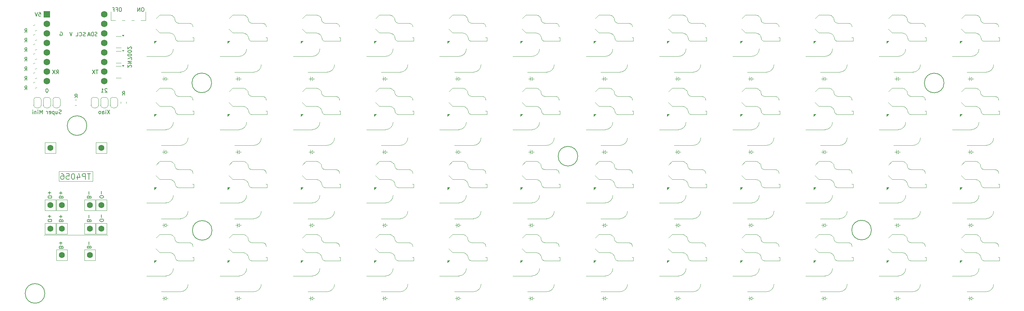
<source format=gbr>
%TF.GenerationSoftware,KiCad,Pcbnew,9.0.2+dfsg-1*%
%TF.CreationDate,2025-11-03T11:46:04-05:00*%
%TF.ProjectId,4x12,34783132-2e6b-4696-9361-645f70636258,rev?*%
%TF.SameCoordinates,Original*%
%TF.FileFunction,Legend,Bot*%
%TF.FilePolarity,Positive*%
%FSLAX46Y46*%
G04 Gerber Fmt 4.6, Leading zero omitted, Abs format (unit mm)*
G04 Created by KiCad (PCBNEW 9.0.2+dfsg-1) date 2025-11-03 11:46:04*
%MOMM*%
%LPD*%
G01*
G04 APERTURE LIST*
%ADD10C,0.200000*%
%ADD11C,0.100000*%
%ADD12C,0.120000*%
%ADD13C,1.752600*%
%ADD14R,1.752600X1.752600*%
%ADD15C,1.600000*%
G04 APERTURE END LIST*
D10*
X261101534Y-62010558D02*
G75*
G02*
X255883492Y-62010558I-2609021J0D01*
G01*
X255883492Y-62010558D02*
G75*
G02*
X261101534Y-62010558I2609021J0D01*
G01*
X241811536Y-101170558D02*
G75*
G02*
X236593494Y-101170558I-2609021J0D01*
G01*
X236593494Y-101170558D02*
G75*
G02*
X241811536Y-101170558I2609021J0D01*
G01*
X163811534Y-81500559D02*
G75*
G02*
X158593492Y-81500559I-2609021J0D01*
G01*
X158593492Y-81500559D02*
G75*
G02*
X163811534Y-81500559I2609021J0D01*
G01*
X66641534Y-101260558D02*
G75*
G02*
X61423492Y-101260558I-2609021J0D01*
G01*
X61423492Y-101260558D02*
G75*
G02*
X66641534Y-101260558I2609021J0D01*
G01*
X22231534Y-118040558D02*
G75*
G02*
X17013492Y-118040558I-2609021J0D01*
G01*
X17013492Y-118040558D02*
G75*
G02*
X22231534Y-118040558I2609021J0D01*
G01*
X33391535Y-73360558D02*
G75*
G02*
X28173493Y-73360558I-2609021J0D01*
G01*
X28173493Y-73360558D02*
G75*
G02*
X33391535Y-73360558I2609021J0D01*
G01*
X66531534Y-61980558D02*
G75*
G02*
X61313492Y-61980558I-2609021J0D01*
G01*
X61313492Y-61980558D02*
G75*
G02*
X66531534Y-61980558I2609021J0D01*
G01*
D11*
X34959900Y-88211098D02*
X25959899Y-88211098D01*
X25959899Y-85591098D01*
X34959899Y-85591098D01*
X34959900Y-88211098D01*
X38967534Y-102525599D02*
X21967530Y-102525485D01*
D10*
X16898898Y-63777219D02*
X17232231Y-63301028D01*
X17470326Y-63777219D02*
X17470326Y-62777219D01*
X17470326Y-62777219D02*
X17089374Y-62777219D01*
X17089374Y-62777219D02*
X16994136Y-62824838D01*
X16994136Y-62824838D02*
X16946517Y-62872457D01*
X16946517Y-62872457D02*
X16898898Y-62967695D01*
X16898898Y-62967695D02*
X16898898Y-63110552D01*
X16898898Y-63110552D02*
X16946517Y-63205790D01*
X16946517Y-63205790D02*
X16994136Y-63253409D01*
X16994136Y-63253409D02*
X17089374Y-63301028D01*
X17089374Y-63301028D02*
X17470326Y-63301028D01*
X26599123Y-92352502D02*
X26551504Y-92209645D01*
X26551504Y-92209645D02*
X26503885Y-92162026D01*
X26503885Y-92162026D02*
X26408647Y-92114407D01*
X26408647Y-92114407D02*
X26265790Y-92114407D01*
X26265790Y-92114407D02*
X26170552Y-92162026D01*
X26170552Y-92162026D02*
X26122933Y-92209645D01*
X26122933Y-92209645D02*
X26075313Y-92304883D01*
X26075313Y-92304883D02*
X26075313Y-92685835D01*
X26075313Y-92685835D02*
X27075313Y-92685835D01*
X27075313Y-92685835D02*
X27075313Y-92352502D01*
X27075313Y-92352502D02*
X27027694Y-92257264D01*
X27027694Y-92257264D02*
X26980075Y-92209645D01*
X26980075Y-92209645D02*
X26884837Y-92162026D01*
X26884837Y-92162026D02*
X26789599Y-92162026D01*
X26789599Y-92162026D02*
X26694361Y-92209645D01*
X26694361Y-92209645D02*
X26646742Y-92257264D01*
X26646742Y-92257264D02*
X26599123Y-92352502D01*
X26599123Y-92352502D02*
X26599123Y-92685835D01*
X26456266Y-91685835D02*
X26456266Y-90923931D01*
X26075313Y-91304883D02*
X26837218Y-91304883D01*
X16898898Y-58697219D02*
X17232231Y-58221028D01*
X17470326Y-58697219D02*
X17470326Y-57697219D01*
X17470326Y-57697219D02*
X17089374Y-57697219D01*
X17089374Y-57697219D02*
X16994136Y-57744838D01*
X16994136Y-57744838D02*
X16946517Y-57792457D01*
X16946517Y-57792457D02*
X16898898Y-57887695D01*
X16898898Y-57887695D02*
X16898898Y-58030552D01*
X16898898Y-58030552D02*
X16946517Y-58125790D01*
X16946517Y-58125790D02*
X16994136Y-58173409D01*
X16994136Y-58173409D02*
X17089374Y-58221028D01*
X17089374Y-58221028D02*
X17470326Y-58221028D01*
X39488078Y-69197777D02*
X38821412Y-70197777D01*
X38821412Y-69197777D02*
X39488078Y-70197777D01*
X38440459Y-70197777D02*
X38440459Y-69531110D01*
X38440459Y-69197777D02*
X38488078Y-69245396D01*
X38488078Y-69245396D02*
X38440459Y-69293015D01*
X38440459Y-69293015D02*
X38392840Y-69245396D01*
X38392840Y-69245396D02*
X38440459Y-69197777D01*
X38440459Y-69197777D02*
X38440459Y-69293015D01*
X37535698Y-70197777D02*
X37535698Y-69673967D01*
X37535698Y-69673967D02*
X37583317Y-69578729D01*
X37583317Y-69578729D02*
X37678555Y-69531110D01*
X37678555Y-69531110D02*
X37869031Y-69531110D01*
X37869031Y-69531110D02*
X37964269Y-69578729D01*
X37535698Y-70150158D02*
X37630936Y-70197777D01*
X37630936Y-70197777D02*
X37869031Y-70197777D01*
X37869031Y-70197777D02*
X37964269Y-70150158D01*
X37964269Y-70150158D02*
X38011888Y-70054919D01*
X38011888Y-70054919D02*
X38011888Y-69959681D01*
X38011888Y-69959681D02*
X37964269Y-69864443D01*
X37964269Y-69864443D02*
X37869031Y-69816824D01*
X37869031Y-69816824D02*
X37630936Y-69816824D01*
X37630936Y-69816824D02*
X37535698Y-69769205D01*
X36916650Y-70197777D02*
X37011888Y-70150158D01*
X37011888Y-70150158D02*
X37059507Y-70102538D01*
X37059507Y-70102538D02*
X37107126Y-70007300D01*
X37107126Y-70007300D02*
X37107126Y-69721586D01*
X37107126Y-69721586D02*
X37059507Y-69626348D01*
X37059507Y-69626348D02*
X37011888Y-69578729D01*
X37011888Y-69578729D02*
X36916650Y-69531110D01*
X36916650Y-69531110D02*
X36773793Y-69531110D01*
X36773793Y-69531110D02*
X36678555Y-69578729D01*
X36678555Y-69578729D02*
X36630936Y-69626348D01*
X36630936Y-69626348D02*
X36583317Y-69721586D01*
X36583317Y-69721586D02*
X36583317Y-70007300D01*
X36583317Y-70007300D02*
X36630936Y-70102538D01*
X36630936Y-70102538D02*
X36678555Y-70150158D01*
X36678555Y-70150158D02*
X36773793Y-70197777D01*
X36773793Y-70197777D02*
X36916650Y-70197777D01*
X36096798Y-49450158D02*
X35953941Y-49497777D01*
X35953941Y-49497777D02*
X35715846Y-49497777D01*
X35715846Y-49497777D02*
X35620608Y-49450158D01*
X35620608Y-49450158D02*
X35572989Y-49402538D01*
X35572989Y-49402538D02*
X35525370Y-49307300D01*
X35525370Y-49307300D02*
X35525370Y-49212062D01*
X35525370Y-49212062D02*
X35572989Y-49116824D01*
X35572989Y-49116824D02*
X35620608Y-49069205D01*
X35620608Y-49069205D02*
X35715846Y-49021586D01*
X35715846Y-49021586D02*
X35906322Y-48973967D01*
X35906322Y-48973967D02*
X36001560Y-48926348D01*
X36001560Y-48926348D02*
X36049179Y-48878729D01*
X36049179Y-48878729D02*
X36096798Y-48783491D01*
X36096798Y-48783491D02*
X36096798Y-48688253D01*
X36096798Y-48688253D02*
X36049179Y-48593015D01*
X36049179Y-48593015D02*
X36001560Y-48545396D01*
X36001560Y-48545396D02*
X35906322Y-48497777D01*
X35906322Y-48497777D02*
X35668227Y-48497777D01*
X35668227Y-48497777D02*
X35525370Y-48545396D01*
X35096798Y-49497777D02*
X35096798Y-48497777D01*
X35096798Y-48497777D02*
X34858703Y-48497777D01*
X34858703Y-48497777D02*
X34715846Y-48545396D01*
X34715846Y-48545396D02*
X34620608Y-48640634D01*
X34620608Y-48640634D02*
X34572989Y-48735872D01*
X34572989Y-48735872D02*
X34525370Y-48926348D01*
X34525370Y-48926348D02*
X34525370Y-49069205D01*
X34525370Y-49069205D02*
X34572989Y-49259681D01*
X34572989Y-49259681D02*
X34620608Y-49354919D01*
X34620608Y-49354919D02*
X34715846Y-49450158D01*
X34715846Y-49450158D02*
X34858703Y-49497777D01*
X34858703Y-49497777D02*
X35096798Y-49497777D01*
X34144417Y-49212062D02*
X33668227Y-49212062D01*
X34239655Y-49497777D02*
X33906322Y-48497777D01*
X33906322Y-48497777D02*
X33572989Y-49497777D01*
X16898897Y-61237219D02*
X17232230Y-60761028D01*
X17470325Y-61237219D02*
X17470325Y-60237219D01*
X17470325Y-60237219D02*
X17089373Y-60237219D01*
X17089373Y-60237219D02*
X16994135Y-60284838D01*
X16994135Y-60284838D02*
X16946516Y-60332457D01*
X16946516Y-60332457D02*
X16898897Y-60427695D01*
X16898897Y-60427695D02*
X16898897Y-60570552D01*
X16898897Y-60570552D02*
X16946516Y-60665790D01*
X16946516Y-60665790D02*
X16994135Y-60713409D01*
X16994135Y-60713409D02*
X17089373Y-60761028D01*
X17089373Y-60761028D02*
X17470325Y-60761028D01*
X38743791Y-63593015D02*
X38696172Y-63545396D01*
X38696172Y-63545396D02*
X38600934Y-63497777D01*
X38600934Y-63497777D02*
X38362839Y-63497777D01*
X38362839Y-63497777D02*
X38267601Y-63545396D01*
X38267601Y-63545396D02*
X38219982Y-63593015D01*
X38219982Y-63593015D02*
X38172363Y-63688253D01*
X38172363Y-63688253D02*
X38172363Y-63783491D01*
X38172363Y-63783491D02*
X38219982Y-63926348D01*
X38219982Y-63926348D02*
X38791410Y-64497777D01*
X38791410Y-64497777D02*
X38172363Y-64497777D01*
X37219982Y-64497777D02*
X37791410Y-64497777D01*
X37505696Y-64497777D02*
X37505696Y-63497777D01*
X37505696Y-63497777D02*
X37600934Y-63640634D01*
X37600934Y-63640634D02*
X37696172Y-63735872D01*
X37696172Y-63735872D02*
X37791410Y-63783491D01*
X26604235Y-105677505D02*
X26556616Y-105534648D01*
X26556616Y-105534648D02*
X26508997Y-105487029D01*
X26508997Y-105487029D02*
X26413759Y-105439410D01*
X26413759Y-105439410D02*
X26270902Y-105439410D01*
X26270902Y-105439410D02*
X26175664Y-105487029D01*
X26175664Y-105487029D02*
X26128045Y-105534648D01*
X26128045Y-105534648D02*
X26080425Y-105629886D01*
X26080425Y-105629886D02*
X26080425Y-106010838D01*
X26080425Y-106010838D02*
X27080425Y-106010838D01*
X27080425Y-106010838D02*
X27080425Y-105677505D01*
X27080425Y-105677505D02*
X27032806Y-105582267D01*
X27032806Y-105582267D02*
X26985187Y-105534648D01*
X26985187Y-105534648D02*
X26889949Y-105487029D01*
X26889949Y-105487029D02*
X26794711Y-105487029D01*
X26794711Y-105487029D02*
X26699473Y-105534648D01*
X26699473Y-105534648D02*
X26651854Y-105582267D01*
X26651854Y-105582267D02*
X26604235Y-105677505D01*
X26604235Y-105677505D02*
X26604235Y-106010838D01*
X26461378Y-105010838D02*
X26461378Y-104248934D01*
X26080425Y-104629886D02*
X26842330Y-104629886D01*
X26320608Y-48485397D02*
X26415846Y-48437778D01*
X26415846Y-48437778D02*
X26558703Y-48437778D01*
X26558703Y-48437778D02*
X26701560Y-48485397D01*
X26701560Y-48485397D02*
X26796798Y-48580635D01*
X26796798Y-48580635D02*
X26844417Y-48675873D01*
X26844417Y-48675873D02*
X26892036Y-48866349D01*
X26892036Y-48866349D02*
X26892036Y-49009206D01*
X26892036Y-49009206D02*
X26844417Y-49199682D01*
X26844417Y-49199682D02*
X26796798Y-49294920D01*
X26796798Y-49294920D02*
X26701560Y-49390159D01*
X26701560Y-49390159D02*
X26558703Y-49437778D01*
X26558703Y-49437778D02*
X26463465Y-49437778D01*
X26463465Y-49437778D02*
X26320608Y-49390159D01*
X26320608Y-49390159D02*
X26272989Y-49342539D01*
X26272989Y-49342539D02*
X26272989Y-49009206D01*
X26272989Y-49009206D02*
X26463465Y-49009206D01*
X26599123Y-98612502D02*
X26551504Y-98469645D01*
X26551504Y-98469645D02*
X26503885Y-98422026D01*
X26503885Y-98422026D02*
X26408647Y-98374407D01*
X26408647Y-98374407D02*
X26265790Y-98374407D01*
X26265790Y-98374407D02*
X26170552Y-98422026D01*
X26170552Y-98422026D02*
X26122933Y-98469645D01*
X26122933Y-98469645D02*
X26075313Y-98564883D01*
X26075313Y-98564883D02*
X26075313Y-98945835D01*
X26075313Y-98945835D02*
X27075313Y-98945835D01*
X27075313Y-98945835D02*
X27075313Y-98612502D01*
X27075313Y-98612502D02*
X27027694Y-98517264D01*
X27027694Y-98517264D02*
X26980075Y-98469645D01*
X26980075Y-98469645D02*
X26884837Y-98422026D01*
X26884837Y-98422026D02*
X26789599Y-98422026D01*
X26789599Y-98422026D02*
X26694361Y-98469645D01*
X26694361Y-98469645D02*
X26646742Y-98517264D01*
X26646742Y-98517264D02*
X26599123Y-98612502D01*
X26599123Y-98612502D02*
X26599123Y-98945835D01*
X26456266Y-97945835D02*
X26456266Y-97183931D01*
X26075313Y-97564883D02*
X26837218Y-97564883D01*
X24075317Y-92470336D02*
X24075317Y-92279860D01*
X24075317Y-92279860D02*
X24027698Y-92184622D01*
X24027698Y-92184622D02*
X23932460Y-92089384D01*
X23932460Y-92089384D02*
X23741984Y-92041765D01*
X23741984Y-92041765D02*
X23408651Y-92041765D01*
X23408651Y-92041765D02*
X23218175Y-92089384D01*
X23218175Y-92089384D02*
X23122937Y-92184622D01*
X23122937Y-92184622D02*
X23075317Y-92279860D01*
X23075317Y-92279860D02*
X23075317Y-92470336D01*
X23075317Y-92470336D02*
X23122937Y-92565574D01*
X23122937Y-92565574D02*
X23218175Y-92660812D01*
X23218175Y-92660812D02*
X23408651Y-92708431D01*
X23408651Y-92708431D02*
X23741984Y-92708431D01*
X23741984Y-92708431D02*
X23932460Y-92660812D01*
X23932460Y-92660812D02*
X24027698Y-92565574D01*
X24027698Y-92565574D02*
X24075317Y-92470336D01*
X23456270Y-91613193D02*
X23456270Y-90851289D01*
X23075317Y-91232241D02*
X23837222Y-91232241D01*
X30208610Y-65947582D02*
X30541943Y-65471391D01*
X30780038Y-65947582D02*
X30780038Y-64947582D01*
X30780038Y-64947582D02*
X30399086Y-64947582D01*
X30399086Y-64947582D02*
X30303848Y-64995201D01*
X30303848Y-64995201D02*
X30256229Y-65042820D01*
X30256229Y-65042820D02*
X30208610Y-65138058D01*
X30208610Y-65138058D02*
X30208610Y-65280915D01*
X30208610Y-65280915D02*
X30256229Y-65376153D01*
X30256229Y-65376153D02*
X30303848Y-65423772D01*
X30303848Y-65423772D02*
X30399086Y-65471391D01*
X30399086Y-65471391D02*
X30780038Y-65471391D01*
X34049240Y-105652547D02*
X34001621Y-105509690D01*
X34001621Y-105509690D02*
X33954002Y-105462071D01*
X33954002Y-105462071D02*
X33858764Y-105414452D01*
X33858764Y-105414452D02*
X33715907Y-105414452D01*
X33715907Y-105414452D02*
X33620669Y-105462071D01*
X33620669Y-105462071D02*
X33573050Y-105509690D01*
X33573050Y-105509690D02*
X33525430Y-105604928D01*
X33525430Y-105604928D02*
X33525430Y-105985880D01*
X33525430Y-105985880D02*
X34525430Y-105985880D01*
X34525430Y-105985880D02*
X34525430Y-105652547D01*
X34525430Y-105652547D02*
X34477811Y-105557309D01*
X34477811Y-105557309D02*
X34430192Y-105509690D01*
X34430192Y-105509690D02*
X34334954Y-105462071D01*
X34334954Y-105462071D02*
X34239716Y-105462071D01*
X34239716Y-105462071D02*
X34144478Y-105509690D01*
X34144478Y-105509690D02*
X34096859Y-105557309D01*
X34096859Y-105557309D02*
X34049240Y-105652547D01*
X34049240Y-105652547D02*
X34049240Y-105985880D01*
X33906383Y-104985880D02*
X33906383Y-104223976D01*
X25271411Y-59557776D02*
X25604744Y-59081585D01*
X25842839Y-59557776D02*
X25842839Y-58557776D01*
X25842839Y-58557776D02*
X25461887Y-58557776D01*
X25461887Y-58557776D02*
X25366649Y-58605395D01*
X25366649Y-58605395D02*
X25319030Y-58653014D01*
X25319030Y-58653014D02*
X25271411Y-58748252D01*
X25271411Y-58748252D02*
X25271411Y-58891109D01*
X25271411Y-58891109D02*
X25319030Y-58986347D01*
X25319030Y-58986347D02*
X25366649Y-59033966D01*
X25366649Y-59033966D02*
X25461887Y-59081585D01*
X25461887Y-59081585D02*
X25842839Y-59081585D01*
X24938077Y-58557776D02*
X24271411Y-59557776D01*
X24271411Y-58557776D02*
X24938077Y-59557776D01*
X48319047Y-41942769D02*
X48128571Y-41942769D01*
X48128571Y-41942769D02*
X48033333Y-41990388D01*
X48033333Y-41990388D02*
X47938095Y-42085626D01*
X47938095Y-42085626D02*
X47890476Y-42276102D01*
X47890476Y-42276102D02*
X47890476Y-42609435D01*
X47890476Y-42609435D02*
X47938095Y-42799911D01*
X47938095Y-42799911D02*
X48033333Y-42895150D01*
X48033333Y-42895150D02*
X48128571Y-42942769D01*
X48128571Y-42942769D02*
X48319047Y-42942769D01*
X48319047Y-42942769D02*
X48414285Y-42895150D01*
X48414285Y-42895150D02*
X48509523Y-42799911D01*
X48509523Y-42799911D02*
X48557142Y-42609435D01*
X48557142Y-42609435D02*
X48557142Y-42276102D01*
X48557142Y-42276102D02*
X48509523Y-42085626D01*
X48509523Y-42085626D02*
X48414285Y-41990388D01*
X48414285Y-41990388D02*
X48319047Y-41942769D01*
X47461904Y-42942769D02*
X47461904Y-41942769D01*
X47461904Y-41942769D02*
X46890476Y-42942769D01*
X46890476Y-42942769D02*
X46890476Y-41942769D01*
X34044128Y-92327545D02*
X33996509Y-92184688D01*
X33996509Y-92184688D02*
X33948890Y-92137069D01*
X33948890Y-92137069D02*
X33853652Y-92089450D01*
X33853652Y-92089450D02*
X33710795Y-92089450D01*
X33710795Y-92089450D02*
X33615557Y-92137069D01*
X33615557Y-92137069D02*
X33567938Y-92184688D01*
X33567938Y-92184688D02*
X33520318Y-92279926D01*
X33520318Y-92279926D02*
X33520318Y-92660878D01*
X33520318Y-92660878D02*
X34520318Y-92660878D01*
X34520318Y-92660878D02*
X34520318Y-92327545D01*
X34520318Y-92327545D02*
X34472699Y-92232307D01*
X34472699Y-92232307D02*
X34425080Y-92184688D01*
X34425080Y-92184688D02*
X34329842Y-92137069D01*
X34329842Y-92137069D02*
X34234604Y-92137069D01*
X34234604Y-92137069D02*
X34139366Y-92184688D01*
X34139366Y-92184688D02*
X34091747Y-92232307D01*
X34091747Y-92232307D02*
X34044128Y-92327545D01*
X34044128Y-92327545D02*
X34044128Y-92660878D01*
X33901271Y-91660878D02*
X33901271Y-90898974D01*
X42858610Y-65217582D02*
X43191943Y-64741391D01*
X43430038Y-65217582D02*
X43430038Y-64217582D01*
X43430038Y-64217582D02*
X43049086Y-64217582D01*
X43049086Y-64217582D02*
X42953848Y-64265201D01*
X42953848Y-64265201D02*
X42906229Y-64312820D01*
X42906229Y-64312820D02*
X42858610Y-64408058D01*
X42858610Y-64408058D02*
X42858610Y-64550915D01*
X42858610Y-64550915D02*
X42906229Y-64646153D01*
X42906229Y-64646153D02*
X42953848Y-64693772D01*
X42953848Y-64693772D02*
X43049086Y-64741391D01*
X43049086Y-64741391D02*
X43430038Y-64741391D01*
X16898898Y-53617219D02*
X17232231Y-53141028D01*
X17470326Y-53617219D02*
X17470326Y-52617219D01*
X17470326Y-52617219D02*
X17089374Y-52617219D01*
X17089374Y-52617219D02*
X16994136Y-52664838D01*
X16994136Y-52664838D02*
X16946517Y-52712457D01*
X16946517Y-52712457D02*
X16898898Y-52807695D01*
X16898898Y-52807695D02*
X16898898Y-52950552D01*
X16898898Y-52950552D02*
X16946517Y-53045790D01*
X16946517Y-53045790D02*
X16994136Y-53093409D01*
X16994136Y-53093409D02*
X17089374Y-53141028D01*
X17089374Y-53141028D02*
X17470326Y-53141028D01*
X24075318Y-98730336D02*
X24075318Y-98539860D01*
X24075318Y-98539860D02*
X24027699Y-98444622D01*
X24027699Y-98444622D02*
X23932461Y-98349384D01*
X23932461Y-98349384D02*
X23741985Y-98301765D01*
X23741985Y-98301765D02*
X23408652Y-98301765D01*
X23408652Y-98301765D02*
X23218176Y-98349384D01*
X23218176Y-98349384D02*
X23122938Y-98444622D01*
X23122938Y-98444622D02*
X23075318Y-98539860D01*
X23075318Y-98539860D02*
X23075318Y-98730336D01*
X23075318Y-98730336D02*
X23122938Y-98825574D01*
X23122938Y-98825574D02*
X23218176Y-98920812D01*
X23218176Y-98920812D02*
X23408652Y-98968431D01*
X23408652Y-98968431D02*
X23741985Y-98968431D01*
X23741985Y-98968431D02*
X23932461Y-98920812D01*
X23932461Y-98920812D02*
X24027699Y-98825574D01*
X24027699Y-98825574D02*
X24075318Y-98730336D01*
X23456271Y-97873193D02*
X23456271Y-97111289D01*
X23075318Y-97492241D02*
X23837223Y-97492241D01*
X16898898Y-48537219D02*
X17232231Y-48061028D01*
X17470326Y-48537219D02*
X17470326Y-47537219D01*
X17470326Y-47537219D02*
X17089374Y-47537219D01*
X17089374Y-47537219D02*
X16994136Y-47584838D01*
X16994136Y-47584838D02*
X16946517Y-47632457D01*
X16946517Y-47632457D02*
X16898898Y-47727695D01*
X16898898Y-47727695D02*
X16898898Y-47870552D01*
X16898898Y-47870552D02*
X16946517Y-47965790D01*
X16946517Y-47965790D02*
X16994136Y-48013409D01*
X16994136Y-48013409D02*
X17089374Y-48061028D01*
X17089374Y-48061028D02*
X17470326Y-48061028D01*
X29495845Y-48467777D02*
X29162512Y-49467777D01*
X29162512Y-49467777D02*
X28829179Y-48467777D01*
X34375475Y-86147124D02*
X33518332Y-86147118D01*
X33946893Y-87647121D02*
X33946904Y-86147121D01*
X33018322Y-87647115D02*
X33018332Y-86147115D01*
X33018332Y-86147115D02*
X32446904Y-86147111D01*
X32446904Y-86147111D02*
X32304046Y-86218538D01*
X32304046Y-86218538D02*
X32232617Y-86289966D01*
X32232617Y-86289966D02*
X32161188Y-86432823D01*
X32161188Y-86432823D02*
X32161186Y-86647109D01*
X32161186Y-86647109D02*
X32232614Y-86789966D01*
X32232614Y-86789966D02*
X32304042Y-86861395D01*
X32304042Y-86861395D02*
X32446898Y-86932825D01*
X32446898Y-86932825D02*
X33018327Y-86932829D01*
X30875472Y-86647100D02*
X30875465Y-87647100D01*
X31232619Y-86075674D02*
X31589754Y-87147105D01*
X31589754Y-87147105D02*
X30661183Y-87147098D01*
X29804047Y-86147092D02*
X29661190Y-86147091D01*
X29661190Y-86147091D02*
X29518332Y-86218519D01*
X29518332Y-86218519D02*
X29446903Y-86289947D01*
X29446903Y-86289947D02*
X29375474Y-86432804D01*
X29375474Y-86432804D02*
X29304043Y-86718517D01*
X29304043Y-86718517D02*
X29304041Y-87075660D01*
X29304041Y-87075660D02*
X29375467Y-87361375D01*
X29375467Y-87361375D02*
X29446895Y-87504233D01*
X29446895Y-87504233D02*
X29518323Y-87575662D01*
X29518323Y-87575662D02*
X29661180Y-87647091D01*
X29661180Y-87647091D02*
X29804037Y-87647092D01*
X29804037Y-87647092D02*
X29946894Y-87575665D01*
X29946894Y-87575665D02*
X30018323Y-87504237D01*
X30018323Y-87504237D02*
X30089753Y-87361380D01*
X30089753Y-87361380D02*
X30161184Y-87075666D01*
X30161184Y-87075666D02*
X30161186Y-86718523D01*
X30161186Y-86718523D02*
X30089759Y-86432809D01*
X30089759Y-86432809D02*
X30018332Y-86289951D01*
X30018332Y-86289951D02*
X29946904Y-86218522D01*
X29946904Y-86218522D02*
X29804047Y-86147092D01*
X27946905Y-86147079D02*
X28661190Y-86147084D01*
X28661190Y-86147084D02*
X28732614Y-86861370D01*
X28732614Y-86861370D02*
X28661186Y-86789941D01*
X28661186Y-86789941D02*
X28518329Y-86718512D01*
X28518329Y-86718512D02*
X28161186Y-86718509D01*
X28161186Y-86718509D02*
X28018329Y-86789937D01*
X28018329Y-86789937D02*
X27946900Y-86861365D01*
X27946900Y-86861365D02*
X27875470Y-87004222D01*
X27875470Y-87004222D02*
X27875468Y-87361364D01*
X27875468Y-87361364D02*
X27946895Y-87504222D01*
X27946895Y-87504222D02*
X28018323Y-87575651D01*
X28018323Y-87575651D02*
X28161180Y-87647081D01*
X28161180Y-87647081D02*
X28518323Y-87647083D01*
X28518323Y-87647083D02*
X28661180Y-87575656D01*
X28661180Y-87575656D02*
X28732610Y-87504228D01*
X26589762Y-86147070D02*
X26875477Y-86147072D01*
X26875477Y-86147072D02*
X27018333Y-86218501D01*
X27018333Y-86218501D02*
X27089761Y-86289930D01*
X27089761Y-86289930D02*
X27232617Y-86504217D01*
X27232617Y-86504217D02*
X27304044Y-86789932D01*
X27304044Y-86789932D02*
X27304040Y-87361361D01*
X27304040Y-87361361D02*
X27232610Y-87504217D01*
X27232610Y-87504217D02*
X27161181Y-87575645D01*
X27161181Y-87575645D02*
X27018323Y-87647073D01*
X27018323Y-87647073D02*
X26732609Y-87647071D01*
X26732609Y-87647071D02*
X26589752Y-87575641D01*
X26589752Y-87575641D02*
X26518324Y-87504212D01*
X26518324Y-87504212D02*
X26446897Y-87361355D01*
X26446897Y-87361355D02*
X26446899Y-87004212D01*
X26446899Y-87004212D02*
X26518329Y-86861355D01*
X26518329Y-86861355D02*
X26589758Y-86789927D01*
X26589758Y-86789927D02*
X26732615Y-86718499D01*
X26732615Y-86718499D02*
X27018330Y-86718501D01*
X27018330Y-86718501D02*
X27161186Y-86789931D01*
X27161186Y-86789931D02*
X27232614Y-86861360D01*
X27232614Y-86861360D02*
X27304042Y-87004218D01*
X37840334Y-92405437D02*
X37840334Y-92214961D01*
X37840334Y-92214961D02*
X37792715Y-92119723D01*
X37792715Y-92119723D02*
X37697477Y-92024485D01*
X37697477Y-92024485D02*
X37507001Y-91976866D01*
X37507001Y-91976866D02*
X37173668Y-91976866D01*
X37173668Y-91976866D02*
X36983192Y-92024485D01*
X36983192Y-92024485D02*
X36887954Y-92119723D01*
X36887954Y-92119723D02*
X36840334Y-92214961D01*
X36840334Y-92214961D02*
X36840334Y-92405437D01*
X36840334Y-92405437D02*
X36887954Y-92500675D01*
X36887954Y-92500675D02*
X36983192Y-92595913D01*
X36983192Y-92595913D02*
X37173668Y-92643532D01*
X37173668Y-92643532D02*
X37507001Y-92643532D01*
X37507001Y-92643532D02*
X37697477Y-92595913D01*
X37697477Y-92595913D02*
X37792715Y-92500675D01*
X37792715Y-92500675D02*
X37840334Y-92405437D01*
X37221287Y-91548294D02*
X37221287Y-90786390D01*
X16898898Y-56157219D02*
X17232231Y-55681028D01*
X17470326Y-56157219D02*
X17470326Y-55157219D01*
X17470326Y-55157219D02*
X17089374Y-55157219D01*
X17089374Y-55157219D02*
X16994136Y-55204838D01*
X16994136Y-55204838D02*
X16946517Y-55252457D01*
X16946517Y-55252457D02*
X16898898Y-55347695D01*
X16898898Y-55347695D02*
X16898898Y-55490552D01*
X16898898Y-55490552D02*
X16946517Y-55585790D01*
X16946517Y-55585790D02*
X16994136Y-55633409D01*
X16994136Y-55633409D02*
X17089374Y-55681028D01*
X17089374Y-55681028D02*
X17470326Y-55681028D01*
X26590458Y-70150158D02*
X26447601Y-70197777D01*
X26447601Y-70197777D02*
X26209506Y-70197777D01*
X26209506Y-70197777D02*
X26114268Y-70150158D01*
X26114268Y-70150158D02*
X26066649Y-70102538D01*
X26066649Y-70102538D02*
X26019030Y-70007300D01*
X26019030Y-70007300D02*
X26019030Y-69912062D01*
X26019030Y-69912062D02*
X26066649Y-69816824D01*
X26066649Y-69816824D02*
X26114268Y-69769205D01*
X26114268Y-69769205D02*
X26209506Y-69721586D01*
X26209506Y-69721586D02*
X26399982Y-69673967D01*
X26399982Y-69673967D02*
X26495220Y-69626348D01*
X26495220Y-69626348D02*
X26542839Y-69578729D01*
X26542839Y-69578729D02*
X26590458Y-69483491D01*
X26590458Y-69483491D02*
X26590458Y-69388253D01*
X26590458Y-69388253D02*
X26542839Y-69293015D01*
X26542839Y-69293015D02*
X26495220Y-69245396D01*
X26495220Y-69245396D02*
X26399982Y-69197777D01*
X26399982Y-69197777D02*
X26161887Y-69197777D01*
X26161887Y-69197777D02*
X26019030Y-69245396D01*
X25161887Y-69531110D02*
X25161887Y-70197777D01*
X25590458Y-69531110D02*
X25590458Y-70054919D01*
X25590458Y-70054919D02*
X25542839Y-70150158D01*
X25542839Y-70150158D02*
X25447601Y-70197777D01*
X25447601Y-70197777D02*
X25304744Y-70197777D01*
X25304744Y-70197777D02*
X25209506Y-70150158D01*
X25209506Y-70150158D02*
X25161887Y-70102538D01*
X24685696Y-69531110D02*
X24685696Y-70531110D01*
X24685696Y-69578729D02*
X24590458Y-69531110D01*
X24590458Y-69531110D02*
X24399982Y-69531110D01*
X24399982Y-69531110D02*
X24304744Y-69578729D01*
X24304744Y-69578729D02*
X24257125Y-69626348D01*
X24257125Y-69626348D02*
X24209506Y-69721586D01*
X24209506Y-69721586D02*
X24209506Y-70007300D01*
X24209506Y-70007300D02*
X24257125Y-70102538D01*
X24257125Y-70102538D02*
X24304744Y-70150158D01*
X24304744Y-70150158D02*
X24399982Y-70197777D01*
X24399982Y-70197777D02*
X24590458Y-70197777D01*
X24590458Y-70197777D02*
X24685696Y-70150158D01*
X23399982Y-70150158D02*
X23495220Y-70197777D01*
X23495220Y-70197777D02*
X23685696Y-70197777D01*
X23685696Y-70197777D02*
X23780934Y-70150158D01*
X23780934Y-70150158D02*
X23828553Y-70054919D01*
X23828553Y-70054919D02*
X23828553Y-69673967D01*
X23828553Y-69673967D02*
X23780934Y-69578729D01*
X23780934Y-69578729D02*
X23685696Y-69531110D01*
X23685696Y-69531110D02*
X23495220Y-69531110D01*
X23495220Y-69531110D02*
X23399982Y-69578729D01*
X23399982Y-69578729D02*
X23352363Y-69673967D01*
X23352363Y-69673967D02*
X23352363Y-69769205D01*
X23352363Y-69769205D02*
X23828553Y-69864443D01*
X22923791Y-70197777D02*
X22923791Y-69531110D01*
X22923791Y-69721586D02*
X22876172Y-69626348D01*
X22876172Y-69626348D02*
X22828553Y-69578729D01*
X22828553Y-69578729D02*
X22733315Y-69531110D01*
X22733315Y-69531110D02*
X22638077Y-69531110D01*
X21542838Y-70197777D02*
X21542838Y-69197777D01*
X21542838Y-69197777D02*
X21209505Y-69912062D01*
X21209505Y-69912062D02*
X20876172Y-69197777D01*
X20876172Y-69197777D02*
X20876172Y-70197777D01*
X20399981Y-70197777D02*
X20399981Y-69531110D01*
X20399981Y-69197777D02*
X20447600Y-69245396D01*
X20447600Y-69245396D02*
X20399981Y-69293015D01*
X20399981Y-69293015D02*
X20352362Y-69245396D01*
X20352362Y-69245396D02*
X20399981Y-69197777D01*
X20399981Y-69197777D02*
X20399981Y-69293015D01*
X19923791Y-69531110D02*
X19923791Y-70197777D01*
X19923791Y-69626348D02*
X19876172Y-69578729D01*
X19876172Y-69578729D02*
X19780934Y-69531110D01*
X19780934Y-69531110D02*
X19638077Y-69531110D01*
X19638077Y-69531110D02*
X19542839Y-69578729D01*
X19542839Y-69578729D02*
X19495220Y-69673967D01*
X19495220Y-69673967D02*
X19495220Y-70197777D01*
X19019029Y-70197777D02*
X19019029Y-69531110D01*
X19019029Y-69197777D02*
X19066648Y-69245396D01*
X19066648Y-69245396D02*
X19019029Y-69293015D01*
X19019029Y-69293015D02*
X18971410Y-69245396D01*
X18971410Y-69245396D02*
X19019029Y-69197777D01*
X19019029Y-69197777D02*
X19019029Y-69293015D01*
X16898898Y-51077219D02*
X17232231Y-50601028D01*
X17470326Y-51077219D02*
X17470326Y-50077219D01*
X17470326Y-50077219D02*
X17089374Y-50077219D01*
X17089374Y-50077219D02*
X16994136Y-50124838D01*
X16994136Y-50124838D02*
X16946517Y-50172457D01*
X16946517Y-50172457D02*
X16898898Y-50267695D01*
X16898898Y-50267695D02*
X16898898Y-50410552D01*
X16898898Y-50410552D02*
X16946517Y-50505790D01*
X16946517Y-50505790D02*
X16994136Y-50553409D01*
X16994136Y-50553409D02*
X17089374Y-50601028D01*
X17089374Y-50601028D02*
X17470326Y-50601028D01*
X22832363Y-63517777D02*
X22737125Y-63517777D01*
X22737125Y-63517777D02*
X22641887Y-63565396D01*
X22641887Y-63565396D02*
X22594268Y-63613015D01*
X22594268Y-63613015D02*
X22546649Y-63708253D01*
X22546649Y-63708253D02*
X22499030Y-63898729D01*
X22499030Y-63898729D02*
X22499030Y-64136824D01*
X22499030Y-64136824D02*
X22546649Y-64327300D01*
X22546649Y-64327300D02*
X22594268Y-64422538D01*
X22594268Y-64422538D02*
X22641887Y-64470158D01*
X22641887Y-64470158D02*
X22737125Y-64517777D01*
X22737125Y-64517777D02*
X22832363Y-64517777D01*
X22832363Y-64517777D02*
X22927601Y-64470158D01*
X22927601Y-64470158D02*
X22975220Y-64422538D01*
X22975220Y-64422538D02*
X23022839Y-64327300D01*
X23022839Y-64327300D02*
X23070458Y-64136824D01*
X23070458Y-64136824D02*
X23070458Y-63898729D01*
X23070458Y-63898729D02*
X23022839Y-63708253D01*
X23022839Y-63708253D02*
X22975220Y-63613015D01*
X22975220Y-63613015D02*
X22927601Y-63565396D01*
X22927601Y-63565396D02*
X22832363Y-63517777D01*
X42382380Y-41942777D02*
X42191904Y-41942777D01*
X42191904Y-41942777D02*
X42096666Y-41990396D01*
X42096666Y-41990396D02*
X42001428Y-42085634D01*
X42001428Y-42085634D02*
X41953809Y-42276110D01*
X41953809Y-42276110D02*
X41953809Y-42609443D01*
X41953809Y-42609443D02*
X42001428Y-42799919D01*
X42001428Y-42799919D02*
X42096666Y-42895158D01*
X42096666Y-42895158D02*
X42191904Y-42942777D01*
X42191904Y-42942777D02*
X42382380Y-42942777D01*
X42382380Y-42942777D02*
X42477618Y-42895158D01*
X42477618Y-42895158D02*
X42572856Y-42799919D01*
X42572856Y-42799919D02*
X42620475Y-42609443D01*
X42620475Y-42609443D02*
X42620475Y-42276110D01*
X42620475Y-42276110D02*
X42572856Y-42085634D01*
X42572856Y-42085634D02*
X42477618Y-41990396D01*
X42477618Y-41990396D02*
X42382380Y-41942777D01*
X41191904Y-42418967D02*
X41525237Y-42418967D01*
X41525237Y-42942777D02*
X41525237Y-41942777D01*
X41525237Y-41942777D02*
X41049047Y-41942777D01*
X40334761Y-42418967D02*
X40668094Y-42418967D01*
X40668094Y-42942777D02*
X40668094Y-41942777D01*
X40668094Y-41942777D02*
X40191904Y-41942777D01*
X34044128Y-98587546D02*
X33996509Y-98444689D01*
X33996509Y-98444689D02*
X33948890Y-98397070D01*
X33948890Y-98397070D02*
X33853652Y-98349451D01*
X33853652Y-98349451D02*
X33710795Y-98349451D01*
X33710795Y-98349451D02*
X33615557Y-98397070D01*
X33615557Y-98397070D02*
X33567938Y-98444689D01*
X33567938Y-98444689D02*
X33520318Y-98539927D01*
X33520318Y-98539927D02*
X33520318Y-98920879D01*
X33520318Y-98920879D02*
X34520318Y-98920879D01*
X34520318Y-98920879D02*
X34520318Y-98587546D01*
X34520318Y-98587546D02*
X34472699Y-98492308D01*
X34472699Y-98492308D02*
X34425080Y-98444689D01*
X34425080Y-98444689D02*
X34329842Y-98397070D01*
X34329842Y-98397070D02*
X34234604Y-98397070D01*
X34234604Y-98397070D02*
X34139366Y-98444689D01*
X34139366Y-98444689D02*
X34091747Y-98492308D01*
X34091747Y-98492308D02*
X34044128Y-98587546D01*
X34044128Y-98587546D02*
X34044128Y-98920879D01*
X33901271Y-97920879D02*
X33901271Y-97158975D01*
X45157542Y-57794285D02*
X45205161Y-57746666D01*
X45205161Y-57746666D02*
X45252780Y-57651428D01*
X45252780Y-57651428D02*
X45252780Y-57413333D01*
X45252780Y-57413333D02*
X45205161Y-57318095D01*
X45205161Y-57318095D02*
X45157542Y-57270476D01*
X45157542Y-57270476D02*
X45062304Y-57222857D01*
X45062304Y-57222857D02*
X44967066Y-57222857D01*
X44967066Y-57222857D02*
X44824209Y-57270476D01*
X44824209Y-57270476D02*
X44252780Y-57841904D01*
X44252780Y-57841904D02*
X44252780Y-57222857D01*
X44252780Y-56794285D02*
X45252780Y-56794285D01*
X45252780Y-56794285D02*
X44252780Y-56222857D01*
X44252780Y-56222857D02*
X45252780Y-56222857D01*
X45252780Y-55841904D02*
X45252780Y-55175238D01*
X45252780Y-55175238D02*
X44252780Y-55603809D01*
X45252780Y-54603809D02*
X45252780Y-54508571D01*
X45252780Y-54508571D02*
X45205161Y-54413333D01*
X45205161Y-54413333D02*
X45157542Y-54365714D01*
X45157542Y-54365714D02*
X45062304Y-54318095D01*
X45062304Y-54318095D02*
X44871828Y-54270476D01*
X44871828Y-54270476D02*
X44633733Y-54270476D01*
X44633733Y-54270476D02*
X44443257Y-54318095D01*
X44443257Y-54318095D02*
X44348019Y-54365714D01*
X44348019Y-54365714D02*
X44300400Y-54413333D01*
X44300400Y-54413333D02*
X44252780Y-54508571D01*
X44252780Y-54508571D02*
X44252780Y-54603809D01*
X44252780Y-54603809D02*
X44300400Y-54699047D01*
X44300400Y-54699047D02*
X44348019Y-54746666D01*
X44348019Y-54746666D02*
X44443257Y-54794285D01*
X44443257Y-54794285D02*
X44633733Y-54841904D01*
X44633733Y-54841904D02*
X44871828Y-54841904D01*
X44871828Y-54841904D02*
X45062304Y-54794285D01*
X45062304Y-54794285D02*
X45157542Y-54746666D01*
X45157542Y-54746666D02*
X45205161Y-54699047D01*
X45205161Y-54699047D02*
X45252780Y-54603809D01*
X45252780Y-53651428D02*
X45252780Y-53556190D01*
X45252780Y-53556190D02*
X45205161Y-53460952D01*
X45205161Y-53460952D02*
X45157542Y-53413333D01*
X45157542Y-53413333D02*
X45062304Y-53365714D01*
X45062304Y-53365714D02*
X44871828Y-53318095D01*
X44871828Y-53318095D02*
X44633733Y-53318095D01*
X44633733Y-53318095D02*
X44443257Y-53365714D01*
X44443257Y-53365714D02*
X44348019Y-53413333D01*
X44348019Y-53413333D02*
X44300400Y-53460952D01*
X44300400Y-53460952D02*
X44252780Y-53556190D01*
X44252780Y-53556190D02*
X44252780Y-53651428D01*
X44252780Y-53651428D02*
X44300400Y-53746666D01*
X44300400Y-53746666D02*
X44348019Y-53794285D01*
X44348019Y-53794285D02*
X44443257Y-53841904D01*
X44443257Y-53841904D02*
X44633733Y-53889523D01*
X44633733Y-53889523D02*
X44871828Y-53889523D01*
X44871828Y-53889523D02*
X45062304Y-53841904D01*
X45062304Y-53841904D02*
X45157542Y-53794285D01*
X45157542Y-53794285D02*
X45205161Y-53746666D01*
X45205161Y-53746666D02*
X45252780Y-53651428D01*
X45157542Y-52937142D02*
X45205161Y-52889523D01*
X45205161Y-52889523D02*
X45252780Y-52794285D01*
X45252780Y-52794285D02*
X45252780Y-52556190D01*
X45252780Y-52556190D02*
X45205161Y-52460952D01*
X45205161Y-52460952D02*
X45157542Y-52413333D01*
X45157542Y-52413333D02*
X45062304Y-52365714D01*
X45062304Y-52365714D02*
X44967066Y-52365714D01*
X44967066Y-52365714D02*
X44824209Y-52413333D01*
X44824209Y-52413333D02*
X44252780Y-52984761D01*
X44252780Y-52984761D02*
X44252780Y-52365714D01*
X32972988Y-49470158D02*
X32830131Y-49517777D01*
X32830131Y-49517777D02*
X32592036Y-49517777D01*
X32592036Y-49517777D02*
X32496798Y-49470158D01*
X32496798Y-49470158D02*
X32449179Y-49422538D01*
X32449179Y-49422538D02*
X32401560Y-49327300D01*
X32401560Y-49327300D02*
X32401560Y-49232062D01*
X32401560Y-49232062D02*
X32449179Y-49136824D01*
X32449179Y-49136824D02*
X32496798Y-49089205D01*
X32496798Y-49089205D02*
X32592036Y-49041586D01*
X32592036Y-49041586D02*
X32782512Y-48993967D01*
X32782512Y-48993967D02*
X32877750Y-48946348D01*
X32877750Y-48946348D02*
X32925369Y-48898729D01*
X32925369Y-48898729D02*
X32972988Y-48803491D01*
X32972988Y-48803491D02*
X32972988Y-48708253D01*
X32972988Y-48708253D02*
X32925369Y-48613015D01*
X32925369Y-48613015D02*
X32877750Y-48565396D01*
X32877750Y-48565396D02*
X32782512Y-48517777D01*
X32782512Y-48517777D02*
X32544417Y-48517777D01*
X32544417Y-48517777D02*
X32401560Y-48565396D01*
X31401560Y-49422538D02*
X31449179Y-49470158D01*
X31449179Y-49470158D02*
X31592036Y-49517777D01*
X31592036Y-49517777D02*
X31687274Y-49517777D01*
X31687274Y-49517777D02*
X31830131Y-49470158D01*
X31830131Y-49470158D02*
X31925369Y-49374919D01*
X31925369Y-49374919D02*
X31972988Y-49279681D01*
X31972988Y-49279681D02*
X32020607Y-49089205D01*
X32020607Y-49089205D02*
X32020607Y-48946348D01*
X32020607Y-48946348D02*
X31972988Y-48755872D01*
X31972988Y-48755872D02*
X31925369Y-48660634D01*
X31925369Y-48660634D02*
X31830131Y-48565396D01*
X31830131Y-48565396D02*
X31687274Y-48517777D01*
X31687274Y-48517777D02*
X31592036Y-48517777D01*
X31592036Y-48517777D02*
X31449179Y-48565396D01*
X31449179Y-48565396D02*
X31401560Y-48613015D01*
X30496798Y-49517777D02*
X30972988Y-49517777D01*
X30972988Y-49517777D02*
X30972988Y-48517777D01*
X37840334Y-98665437D02*
X37840334Y-98474961D01*
X37840334Y-98474961D02*
X37792715Y-98379723D01*
X37792715Y-98379723D02*
X37697477Y-98284485D01*
X37697477Y-98284485D02*
X37507001Y-98236866D01*
X37507001Y-98236866D02*
X37173668Y-98236866D01*
X37173668Y-98236866D02*
X36983192Y-98284485D01*
X36983192Y-98284485D02*
X36887954Y-98379723D01*
X36887954Y-98379723D02*
X36840334Y-98474961D01*
X36840334Y-98474961D02*
X36840334Y-98665437D01*
X36840334Y-98665437D02*
X36887954Y-98760675D01*
X36887954Y-98760675D02*
X36983192Y-98855913D01*
X36983192Y-98855913D02*
X37173668Y-98903532D01*
X37173668Y-98903532D02*
X37507001Y-98903532D01*
X37507001Y-98903532D02*
X37697477Y-98855913D01*
X37697477Y-98855913D02*
X37792715Y-98760675D01*
X37792715Y-98760675D02*
X37840334Y-98665437D01*
X37221287Y-97808294D02*
X37221287Y-97046390D01*
X20616649Y-43217777D02*
X21092839Y-43217777D01*
X21092839Y-43217777D02*
X21140458Y-43693967D01*
X21140458Y-43693967D02*
X21092839Y-43646348D01*
X21092839Y-43646348D02*
X20997601Y-43598729D01*
X20997601Y-43598729D02*
X20759506Y-43598729D01*
X20759506Y-43598729D02*
X20664268Y-43646348D01*
X20664268Y-43646348D02*
X20616649Y-43693967D01*
X20616649Y-43693967D02*
X20569030Y-43789205D01*
X20569030Y-43789205D02*
X20569030Y-44027300D01*
X20569030Y-44027300D02*
X20616649Y-44122538D01*
X20616649Y-44122538D02*
X20664268Y-44170158D01*
X20664268Y-44170158D02*
X20759506Y-44217777D01*
X20759506Y-44217777D02*
X20997601Y-44217777D01*
X20997601Y-44217777D02*
X21092839Y-44170158D01*
X21092839Y-44170158D02*
X21140458Y-44122538D01*
X20283315Y-43217777D02*
X19949982Y-44217777D01*
X19949982Y-44217777D02*
X19616649Y-43217777D01*
X36365696Y-58557777D02*
X35794268Y-58557777D01*
X36079982Y-59557777D02*
X36079982Y-58557777D01*
X35556172Y-58557777D02*
X34889506Y-59557777D01*
X34889506Y-58557777D02*
X35556172Y-59557777D01*
D12*
%TO.C,REF\u002A\u002A*%
X149054208Y-64322493D02*
X149991205Y-63385499D01*
X149991205Y-63385499D02*
X152738193Y-63385453D01*
X149991258Y-68177479D02*
X148970236Y-67156499D01*
X152638247Y-68177433D02*
X149991258Y-68177479D01*
X152738193Y-63385453D02*
X153141203Y-63465449D01*
X153141203Y-63465449D02*
X153483207Y-63694440D01*
X153200260Y-68282444D02*
X152638247Y-68177433D01*
X153483207Y-63694440D02*
X154016218Y-64227438D01*
X153679258Y-68581442D02*
X153200260Y-68282444D01*
X154016199Y-64449428D02*
X154103230Y-64887438D01*
X154016218Y-64227438D02*
X154016199Y-64449428D01*
X154017278Y-69034448D02*
X153679258Y-68581442D01*
X154103230Y-64887438D02*
X154347216Y-65254432D01*
X154171283Y-69592425D02*
X154017278Y-69034448D01*
X154253270Y-69890424D02*
X154171283Y-69592425D01*
X154347216Y-65254432D02*
X154714230Y-65498431D01*
X154446287Y-70148433D02*
X154253270Y-69890424D01*
X154714230Y-65498431D02*
X155152221Y-65585430D01*
X154720296Y-70318421D02*
X154446287Y-70148433D01*
X155030294Y-70377429D02*
X154720296Y-70318421D01*
X155152221Y-65585430D02*
X157952235Y-65585384D01*
X157952235Y-65585384D02*
X158279238Y-65650377D01*
X158279238Y-65650377D02*
X158562230Y-65839388D01*
X158562230Y-65839388D02*
X158751234Y-66122375D01*
X158751234Y-66122375D02*
X158836250Y-66549384D01*
X158753267Y-69435373D02*
X159116274Y-69435379D01*
X159116274Y-69435379D02*
X159116286Y-70377358D01*
X159116286Y-70377358D02*
X155030294Y-70377429D01*
X54390615Y-93931473D02*
X49290607Y-93931523D01*
X58290654Y-98131432D02*
X53190653Y-98131482D01*
X56390586Y-91931465D02*
G75*
G02*
X54390615Y-93931473I-1999954J-54D01*
G01*
X60290641Y-96131397D02*
G75*
G02*
X58290654Y-98131432I-2000022J-13D01*
G01*
X248950131Y-54931503D02*
X243850123Y-54931553D01*
X252850170Y-59131462D02*
X247750169Y-59131512D01*
X250950102Y-52931495D02*
G75*
G02*
X248950131Y-54931503I-1999954J-54D01*
G01*
X254850157Y-57131427D02*
G75*
G02*
X252850170Y-59131462I-2000022J-13D01*
G01*
X226877993Y-44822531D02*
X227814990Y-43885537D01*
X227814990Y-43885537D02*
X230561978Y-43885491D01*
X227815043Y-48677517D02*
X226794021Y-47656537D01*
X230462032Y-48677471D02*
X227815043Y-48677517D01*
X230561978Y-43885491D02*
X230964988Y-43965487D01*
X230964988Y-43965487D02*
X231306992Y-44194478D01*
X231024045Y-48782482D02*
X230462032Y-48677471D01*
X231306992Y-44194478D02*
X231840003Y-44727476D01*
X231503043Y-49081480D02*
X231024045Y-48782482D01*
X231839984Y-44949466D02*
X231927015Y-45387476D01*
X231840003Y-44727476D02*
X231839984Y-44949466D01*
X231841063Y-49534486D02*
X231503043Y-49081480D01*
X231927015Y-45387476D02*
X232171001Y-45754470D01*
X231995068Y-50092463D02*
X231841063Y-49534486D01*
X232077055Y-50390462D02*
X231995068Y-50092463D01*
X232171001Y-45754470D02*
X232538015Y-45998469D01*
X232270072Y-50648471D02*
X232077055Y-50390462D01*
X232538015Y-45998469D02*
X232976006Y-46085468D01*
X232544081Y-50818459D02*
X232270072Y-50648471D01*
X232854079Y-50877467D02*
X232544081Y-50818459D01*
X232976006Y-46085468D02*
X235776020Y-46085422D01*
X235776020Y-46085422D02*
X236103023Y-46150415D01*
X236103023Y-46150415D02*
X236386015Y-46339426D01*
X236386015Y-46339426D02*
X236575019Y-46622413D01*
X236575019Y-46622413D02*
X236660035Y-47049422D01*
X236577052Y-49935411D02*
X236940059Y-49935417D01*
X236940059Y-49935417D02*
X236940071Y-50877396D01*
X236940071Y-50877396D02*
X232854079Y-50877467D01*
X112758346Y-74431465D02*
X107658338Y-74431515D01*
X116658385Y-78631424D02*
X111558384Y-78631474D01*
X114758317Y-72431457D02*
G75*
G02*
X112758346Y-74431465I-1999954J-54D01*
G01*
X118658372Y-76631389D02*
G75*
G02*
X116658385Y-78631424I-2000022J-13D01*
G01*
X54390131Y-54931503D02*
X49290123Y-54931553D01*
X58290170Y-59131462D02*
X53190169Y-59131512D01*
X56390102Y-52931495D02*
G75*
G02*
X54390131Y-54931503I-1999954J-54D01*
G01*
X60290157Y-57131427D02*
G75*
G02*
X58290170Y-59131462I-2000022J-13D01*
G01*
X187965993Y-44822532D02*
X188902990Y-43885538D01*
X188902990Y-43885538D02*
X191649978Y-43885492D01*
X188903043Y-48677518D02*
X187882021Y-47656538D01*
X191550032Y-48677472D02*
X188903043Y-48677518D01*
X191649978Y-43885492D02*
X192052988Y-43965488D01*
X192052988Y-43965488D02*
X192394992Y-44194479D01*
X192112045Y-48782483D02*
X191550032Y-48677472D01*
X192394992Y-44194479D02*
X192928003Y-44727477D01*
X192591043Y-49081481D02*
X192112045Y-48782483D01*
X192927984Y-44949467D02*
X193015015Y-45387477D01*
X192928003Y-44727477D02*
X192927984Y-44949467D01*
X192929063Y-49534487D02*
X192591043Y-49081481D01*
X193015015Y-45387477D02*
X193259001Y-45754471D01*
X193083068Y-50092464D02*
X192929063Y-49534487D01*
X193165055Y-50390463D02*
X193083068Y-50092464D01*
X193259001Y-45754471D02*
X193626015Y-45998470D01*
X193358072Y-50648472D02*
X193165055Y-50390463D01*
X193626015Y-45998470D02*
X194064006Y-46085469D01*
X193632081Y-50818460D02*
X193358072Y-50648472D01*
X193942079Y-50877468D02*
X193632081Y-50818460D01*
X194064006Y-46085469D02*
X196864020Y-46085423D01*
X196864020Y-46085423D02*
X197191023Y-46150416D01*
X197191023Y-46150416D02*
X197474015Y-46339427D01*
X197474015Y-46339427D02*
X197663019Y-46622414D01*
X197663019Y-46622414D02*
X197748035Y-47049423D01*
X197665052Y-49935412D02*
X198028059Y-49935418D01*
X198028059Y-49935418D02*
X198028071Y-50877397D01*
X198028071Y-50877397D02*
X193942079Y-50877468D01*
D11*
%TO.C,D14*%
X170176443Y-80381485D02*
X170576432Y-80381482D01*
X170576432Y-80381482D02*
X170576428Y-79831484D01*
X170576432Y-80381482D02*
X170576441Y-80931478D01*
X170576432Y-80381482D02*
X171176427Y-79981484D01*
X171176412Y-80381471D02*
X171676431Y-80381465D01*
X171176427Y-79981484D02*
X171176435Y-80781477D01*
X171176435Y-80781477D02*
X170576432Y-80381482D01*
D12*
%TO.C,REF\u002A\u002A*%
X190582131Y-54931504D02*
X185482123Y-54931554D01*
X194482170Y-59131463D02*
X189382169Y-59131513D01*
X192582102Y-52931496D02*
G75*
G02*
X190582131Y-54931504I-1999954J-54D01*
G01*
X196482157Y-57131428D02*
G75*
G02*
X194482170Y-59131463I-2000022J-13D01*
G01*
X151670131Y-54931503D02*
X146570123Y-54931553D01*
X155570170Y-59131462D02*
X150470169Y-59131512D01*
X153670102Y-52931495D02*
G75*
G02*
X151670131Y-54931503I-1999954J-54D01*
G01*
X157570157Y-57131427D02*
G75*
G02*
X155570170Y-59131462I-2000022J-13D01*
G01*
X71230209Y-64322493D02*
X72167206Y-63385499D01*
X72167206Y-63385499D02*
X74914194Y-63385453D01*
X72167259Y-68177479D02*
X71146237Y-67156499D01*
X74814248Y-68177433D02*
X72167259Y-68177479D01*
X74914194Y-63385453D02*
X75317204Y-63465449D01*
X75317204Y-63465449D02*
X75659208Y-63694440D01*
X75376261Y-68282444D02*
X74814248Y-68177433D01*
X75659208Y-63694440D02*
X76192219Y-64227438D01*
X75855259Y-68581442D02*
X75376261Y-68282444D01*
X76192200Y-64449428D02*
X76279231Y-64887438D01*
X76192219Y-64227438D02*
X76192200Y-64449428D01*
X76193279Y-69034448D02*
X75855259Y-68581442D01*
X76279231Y-64887438D02*
X76523217Y-65254432D01*
X76347284Y-69592425D02*
X76193279Y-69034448D01*
X76429271Y-69890424D02*
X76347284Y-69592425D01*
X76523217Y-65254432D02*
X76890231Y-65498431D01*
X76622288Y-70148433D02*
X76429271Y-69890424D01*
X76890231Y-65498431D02*
X77328222Y-65585430D01*
X76896297Y-70318421D02*
X76622288Y-70148433D01*
X77206295Y-70377429D02*
X76896297Y-70318421D01*
X77328222Y-65585430D02*
X80128236Y-65585384D01*
X80128236Y-65585384D02*
X80455239Y-65650377D01*
X80455239Y-65650377D02*
X80738231Y-65839388D01*
X80738231Y-65839388D02*
X80927235Y-66122375D01*
X80927235Y-66122375D02*
X81012251Y-66549384D01*
X80929268Y-69435373D02*
X81292275Y-69435379D01*
X81292275Y-69435379D02*
X81292287Y-70377358D01*
X81292287Y-70377358D02*
X77206295Y-70377429D01*
D11*
%TO.C,D14*%
X72896204Y-60881484D02*
X73296193Y-60881481D01*
X73296193Y-60881481D02*
X73296189Y-60331483D01*
X73296193Y-60881481D02*
X73296202Y-61431477D01*
X73296193Y-60881481D02*
X73896188Y-60481483D01*
X73896173Y-60881470D02*
X74396192Y-60881464D01*
X73896188Y-60481483D02*
X73896196Y-61281476D01*
X73896196Y-61281476D02*
X73296193Y-60881481D01*
X150720204Y-60881484D02*
X151120193Y-60881481D01*
X151120193Y-60881481D02*
X151120189Y-60331483D01*
X151120193Y-60881481D02*
X151120202Y-61431477D01*
X151120193Y-60881481D02*
X151720188Y-60481483D01*
X151720173Y-60881470D02*
X152220192Y-60881464D01*
X151720188Y-60481483D02*
X151720196Y-61281476D01*
X151720196Y-61281476D02*
X151120193Y-60881481D01*
D12*
%TO.C,REF\u002A\u002A*%
X268406615Y-113387473D02*
X263306607Y-113387523D01*
X272306654Y-117587432D02*
X267206653Y-117587482D01*
X270406586Y-111387465D02*
G75*
G02*
X268406615Y-113387473I-1999954J-54D01*
G01*
X274306641Y-115587397D02*
G75*
G02*
X272306654Y-117587432I-2000022J-13D01*
G01*
X265789994Y-44822530D02*
X266726991Y-43885536D01*
X266726991Y-43885536D02*
X269473979Y-43885490D01*
X266727044Y-48677516D02*
X265706022Y-47656536D01*
X269374033Y-48677470D02*
X266727044Y-48677516D01*
X269473979Y-43885490D02*
X269876989Y-43965486D01*
X269876989Y-43965486D02*
X270218993Y-44194477D01*
X269936046Y-48782481D02*
X269374033Y-48677470D01*
X270218993Y-44194477D02*
X270752004Y-44727475D01*
X270415044Y-49081479D02*
X269936046Y-48782481D01*
X270751985Y-44949465D02*
X270839016Y-45387475D01*
X270752004Y-44727475D02*
X270751985Y-44949465D01*
X270753064Y-49534485D02*
X270415044Y-49081479D01*
X270839016Y-45387475D02*
X271083002Y-45754469D01*
X270907069Y-50092462D02*
X270753064Y-49534485D01*
X270989056Y-50390461D02*
X270907069Y-50092462D01*
X271083002Y-45754469D02*
X271450016Y-45998468D01*
X271182073Y-50648470D02*
X270989056Y-50390461D01*
X271450016Y-45998468D02*
X271888007Y-46085467D01*
X271456082Y-50818458D02*
X271182073Y-50648470D01*
X271766080Y-50877466D02*
X271456082Y-50818458D01*
X271888007Y-46085467D02*
X274688021Y-46085421D01*
X274688021Y-46085421D02*
X275015024Y-46150414D01*
X275015024Y-46150414D02*
X275298016Y-46339425D01*
X275298016Y-46339425D02*
X275487020Y-46622412D01*
X275487020Y-46622412D02*
X275572036Y-47049421D01*
X275489053Y-49935410D02*
X275852060Y-49935416D01*
X275852060Y-49935416D02*
X275852072Y-50877395D01*
X275852072Y-50877395D02*
X271766080Y-50877466D01*
X226878477Y-83822501D02*
X227815474Y-82885507D01*
X227815474Y-82885507D02*
X230562462Y-82885461D01*
X227815527Y-87677487D02*
X226794505Y-86656507D01*
X230462516Y-87677441D02*
X227815527Y-87677487D01*
X230562462Y-82885461D02*
X230965472Y-82965457D01*
X230965472Y-82965457D02*
X231307476Y-83194448D01*
X231024529Y-87782452D02*
X230462516Y-87677441D01*
X231307476Y-83194448D02*
X231840487Y-83727446D01*
X231503527Y-88081450D02*
X231024529Y-87782452D01*
X231840468Y-83949436D02*
X231927499Y-84387446D01*
X231840487Y-83727446D02*
X231840468Y-83949436D01*
X231841547Y-88534456D02*
X231503527Y-88081450D01*
X231927499Y-84387446D02*
X232171485Y-84754440D01*
X231995552Y-89092433D02*
X231841547Y-88534456D01*
X232077539Y-89390432D02*
X231995552Y-89092433D01*
X232171485Y-84754440D02*
X232538499Y-84998439D01*
X232270556Y-89648441D02*
X232077539Y-89390432D01*
X232538499Y-84998439D02*
X232976490Y-85085438D01*
X232544565Y-89818429D02*
X232270556Y-89648441D01*
X232854563Y-89877437D02*
X232544565Y-89818429D01*
X232976490Y-85085438D02*
X235776504Y-85085392D01*
X235776504Y-85085392D02*
X236103507Y-85150385D01*
X236103507Y-85150385D02*
X236386499Y-85339396D01*
X236386499Y-85339396D02*
X236575503Y-85622383D01*
X236575503Y-85622383D02*
X236660519Y-86049392D01*
X236577536Y-88935381D02*
X236940543Y-88935387D01*
X236940543Y-88935387D02*
X236940555Y-89877366D01*
X236940555Y-89877366D02*
X232854563Y-89877437D01*
X207421993Y-44822530D02*
X208358990Y-43885536D01*
X208358990Y-43885536D02*
X211105978Y-43885490D01*
X208359043Y-48677516D02*
X207338021Y-47656536D01*
X211006032Y-48677470D02*
X208359043Y-48677516D01*
X211105978Y-43885490D02*
X211508988Y-43965486D01*
X211508988Y-43965486D02*
X211850992Y-44194477D01*
X211568045Y-48782481D02*
X211006032Y-48677470D01*
X211850992Y-44194477D02*
X212384003Y-44727475D01*
X212047043Y-49081479D02*
X211568045Y-48782481D01*
X212383984Y-44949465D02*
X212471015Y-45387475D01*
X212384003Y-44727475D02*
X212383984Y-44949465D01*
X212385063Y-49534485D02*
X212047043Y-49081479D01*
X212471015Y-45387475D02*
X212715001Y-45754469D01*
X212539068Y-50092462D02*
X212385063Y-49534485D01*
X212621055Y-50390461D02*
X212539068Y-50092462D01*
X212715001Y-45754469D02*
X213082015Y-45998468D01*
X212814072Y-50648470D02*
X212621055Y-50390461D01*
X213082015Y-45998468D02*
X213520006Y-46085467D01*
X213088081Y-50818458D02*
X212814072Y-50648470D01*
X213398079Y-50877466D02*
X213088081Y-50818458D01*
X213520006Y-46085467D02*
X216320020Y-46085421D01*
X216320020Y-46085421D02*
X216647023Y-46150414D01*
X216647023Y-46150414D02*
X216930015Y-46339425D01*
X216930015Y-46339425D02*
X217119019Y-46622412D01*
X217119019Y-46622412D02*
X217204035Y-47049421D01*
X217121052Y-49935410D02*
X217484059Y-49935416D01*
X217484059Y-49935416D02*
X217484071Y-50877395D01*
X217484071Y-50877395D02*
X213398079Y-50877466D01*
X151670346Y-74431465D02*
X146570338Y-74431515D01*
X155570385Y-78631424D02*
X150470384Y-78631474D01*
X153670317Y-72431457D02*
G75*
G02*
X151670346Y-74431465I-1999954J-54D01*
G01*
X157570372Y-76631389D02*
G75*
G02*
X155570385Y-78631424I-2000022J-13D01*
G01*
X73846347Y-74431465D02*
X68746339Y-74431515D01*
X77746386Y-78631424D02*
X72646385Y-78631474D01*
X75846318Y-72431457D02*
G75*
G02*
X73846347Y-74431465I-1999954J-54D01*
G01*
X79746373Y-76631389D02*
G75*
G02*
X77746386Y-78631424I-2000022J-13D01*
G01*
X168509993Y-44822532D02*
X169446990Y-43885538D01*
X169446990Y-43885538D02*
X172193978Y-43885492D01*
X169447043Y-48677518D02*
X168426021Y-47656538D01*
X172094032Y-48677472D02*
X169447043Y-48677518D01*
X172193978Y-43885492D02*
X172596988Y-43965488D01*
X172596988Y-43965488D02*
X172938992Y-44194479D01*
X172656045Y-48782483D02*
X172094032Y-48677472D01*
X172938992Y-44194479D02*
X173472003Y-44727477D01*
X173135043Y-49081481D02*
X172656045Y-48782483D01*
X173471984Y-44949467D02*
X173559015Y-45387477D01*
X173472003Y-44727477D02*
X173471984Y-44949467D01*
X173473063Y-49534487D02*
X173135043Y-49081481D01*
X173559015Y-45387477D02*
X173803001Y-45754471D01*
X173627068Y-50092464D02*
X173473063Y-49534487D01*
X173709055Y-50390463D02*
X173627068Y-50092464D01*
X173803001Y-45754471D02*
X174170015Y-45998470D01*
X173902072Y-50648472D02*
X173709055Y-50390463D01*
X174170015Y-45998470D02*
X174608006Y-46085469D01*
X174176081Y-50818460D02*
X173902072Y-50648472D01*
X174486079Y-50877468D02*
X174176081Y-50818460D01*
X174608006Y-46085469D02*
X177408020Y-46085423D01*
X177408020Y-46085423D02*
X177735023Y-46150416D01*
X177735023Y-46150416D02*
X178018015Y-46339427D01*
X178018015Y-46339427D02*
X178207019Y-46622414D01*
X178207019Y-46622414D02*
X178292035Y-47049423D01*
X178209052Y-49935412D02*
X178572059Y-49935418D01*
X178572059Y-49935418D02*
X178572071Y-50877397D01*
X178572071Y-50877397D02*
X174486079Y-50877468D01*
D11*
%TO.C,D14*%
X131264204Y-60881484D02*
X131664193Y-60881481D01*
X131664193Y-60881481D02*
X131664189Y-60331483D01*
X131664193Y-60881481D02*
X131664202Y-61431477D01*
X131664193Y-60881481D02*
X132264188Y-60481483D01*
X132264173Y-60881470D02*
X132764192Y-60881464D01*
X132264188Y-60481483D02*
X132264196Y-61281476D01*
X132264196Y-61281476D02*
X131664193Y-60881481D01*
D12*
%TO.C,REF\u002A\u002A*%
X149054477Y-83822501D02*
X149991474Y-82885507D01*
X149991474Y-82885507D02*
X152738462Y-82885461D01*
X149991527Y-87677487D02*
X148970505Y-86656507D01*
X152638516Y-87677441D02*
X149991527Y-87677487D01*
X152738462Y-82885461D02*
X153141472Y-82965457D01*
X153141472Y-82965457D02*
X153483476Y-83194448D01*
X153200529Y-87782452D02*
X152638516Y-87677441D01*
X153483476Y-83194448D02*
X154016487Y-83727446D01*
X153679527Y-88081450D02*
X153200529Y-87782452D01*
X154016468Y-83949436D02*
X154103499Y-84387446D01*
X154016487Y-83727446D02*
X154016468Y-83949436D01*
X154017547Y-88534456D02*
X153679527Y-88081450D01*
X154103499Y-84387446D02*
X154347485Y-84754440D01*
X154171552Y-89092433D02*
X154017547Y-88534456D01*
X154253539Y-89390432D02*
X154171552Y-89092433D01*
X154347485Y-84754440D02*
X154714499Y-84998439D01*
X154446556Y-89648441D02*
X154253539Y-89390432D01*
X154714499Y-84998439D02*
X155152490Y-85085438D01*
X154720565Y-89818429D02*
X154446556Y-89648441D01*
X155030563Y-89877437D02*
X154720565Y-89818429D01*
X155152490Y-85085438D02*
X157952504Y-85085392D01*
X157952504Y-85085392D02*
X158279507Y-85150385D01*
X158279507Y-85150385D02*
X158562499Y-85339396D01*
X158562499Y-85339396D02*
X158751503Y-85622383D01*
X158751503Y-85622383D02*
X158836519Y-86049392D01*
X158753536Y-88935381D02*
X159116543Y-88935387D01*
X159116543Y-88935387D02*
X159116555Y-89877366D01*
X159116555Y-89877366D02*
X155030563Y-89877437D01*
X210038346Y-74431465D02*
X204938338Y-74431515D01*
X213938385Y-78631424D02*
X208838384Y-78631474D01*
X212038317Y-72431457D02*
G75*
G02*
X210038346Y-74431465I-1999954J-54D01*
G01*
X215938372Y-76631389D02*
G75*
G02*
X213938385Y-78631424I-2000022J-13D01*
G01*
X268406132Y-54931502D02*
X263306124Y-54931552D01*
X272306171Y-59131461D02*
X267206170Y-59131511D01*
X270406103Y-52931494D02*
G75*
G02*
X268406132Y-54931502I-1999954J-54D01*
G01*
X274306158Y-57131426D02*
G75*
G02*
X272306171Y-59131461I-2000022J-13D01*
G01*
D11*
%TO.C,D14*%
X189632443Y-80381483D02*
X190032432Y-80381480D01*
X190032432Y-80381480D02*
X190032428Y-79831482D01*
X190032432Y-80381480D02*
X190032441Y-80931476D01*
X190032432Y-80381480D02*
X190632427Y-79981482D01*
X190632412Y-80381469D02*
X191132431Y-80381463D01*
X190632427Y-79981482D02*
X190632435Y-80781475D01*
X190632435Y-80781475D02*
X190032432Y-80381480D01*
D12*
%TO.C,REF\u002A\u002A*%
X132214131Y-54931503D02*
X127114123Y-54931553D01*
X136114170Y-59131462D02*
X131014169Y-59131512D01*
X134214102Y-52931495D02*
G75*
G02*
X132214131Y-54931503I-1999954J-54D01*
G01*
X138114157Y-57131427D02*
G75*
G02*
X136114170Y-59131462I-2000022J-13D01*
G01*
X207422477Y-83822501D02*
X208359474Y-82885507D01*
X208359474Y-82885507D02*
X211106462Y-82885461D01*
X208359527Y-87677487D02*
X207338505Y-86656507D01*
X211006516Y-87677441D02*
X208359527Y-87677487D01*
X211106462Y-82885461D02*
X211509472Y-82965457D01*
X211509472Y-82965457D02*
X211851476Y-83194448D01*
X211568529Y-87782452D02*
X211006516Y-87677441D01*
X211851476Y-83194448D02*
X212384487Y-83727446D01*
X212047527Y-88081450D02*
X211568529Y-87782452D01*
X212384468Y-83949436D02*
X212471499Y-84387446D01*
X212384487Y-83727446D02*
X212384468Y-83949436D01*
X212385547Y-88534456D02*
X212047527Y-88081450D01*
X212471499Y-84387446D02*
X212715485Y-84754440D01*
X212539552Y-89092433D02*
X212385547Y-88534456D01*
X212621539Y-89390432D02*
X212539552Y-89092433D01*
X212715485Y-84754440D02*
X213082499Y-84998439D01*
X212814556Y-89648441D02*
X212621539Y-89390432D01*
X213082499Y-84998439D02*
X213520490Y-85085438D01*
X213088565Y-89818429D02*
X212814556Y-89648441D01*
X213398563Y-89877437D02*
X213088565Y-89818429D01*
X213520490Y-85085438D02*
X216320504Y-85085392D01*
X216320504Y-85085392D02*
X216647507Y-85150385D01*
X216647507Y-85150385D02*
X216930499Y-85339396D01*
X216930499Y-85339396D02*
X217119503Y-85622383D01*
X217119503Y-85622383D02*
X217204519Y-86049392D01*
X217121536Y-88935381D02*
X217484543Y-88935387D01*
X217484543Y-88935387D02*
X217484555Y-89877366D01*
X217484555Y-89877366D02*
X213398563Y-89877437D01*
D11*
%TO.C,D14*%
X53440443Y-80381484D02*
X53840432Y-80381481D01*
X53840432Y-80381481D02*
X53840428Y-79831483D01*
X53840432Y-80381481D02*
X53840441Y-80931477D01*
X53840432Y-80381481D02*
X54440427Y-79981483D01*
X54440412Y-80381470D02*
X54940431Y-80381464D01*
X54440427Y-79981483D02*
X54440435Y-80781476D01*
X54440435Y-80781476D02*
X53840432Y-80381481D01*
X170176657Y-119337490D02*
X170576646Y-119337487D01*
X170576646Y-119337487D02*
X170576642Y-118787489D01*
X170576646Y-119337487D02*
X170576655Y-119887483D01*
X170576646Y-119337487D02*
X171176641Y-118937489D01*
X171176626Y-119337476D02*
X171676645Y-119337470D01*
X171176641Y-118937489D02*
X171176649Y-119737482D01*
X171176649Y-119737482D02*
X170576646Y-119337487D01*
D12*
%TO.C,REF\u002A\u002A*%
X51774477Y-103278501D02*
X52711474Y-102341507D01*
X52711474Y-102341507D02*
X55458462Y-102341461D01*
X52711527Y-107133487D02*
X51690505Y-106112507D01*
X55358516Y-107133441D02*
X52711527Y-107133487D01*
X55458462Y-102341461D02*
X55861472Y-102421457D01*
X55861472Y-102421457D02*
X56203476Y-102650448D01*
X55920529Y-107238452D02*
X55358516Y-107133441D01*
X56203476Y-102650448D02*
X56736487Y-103183446D01*
X56399527Y-107537450D02*
X55920529Y-107238452D01*
X56736468Y-103405436D02*
X56823499Y-103843446D01*
X56736487Y-103183446D02*
X56736468Y-103405436D01*
X56737547Y-107990456D02*
X56399527Y-107537450D01*
X56823499Y-103843446D02*
X57067485Y-104210440D01*
X56891552Y-108548433D02*
X56737547Y-107990456D01*
X56973539Y-108846432D02*
X56891552Y-108548433D01*
X57067485Y-104210440D02*
X57434499Y-104454439D01*
X57166556Y-109104441D02*
X56973539Y-108846432D01*
X57434499Y-104454439D02*
X57872490Y-104541438D01*
X57440565Y-109274429D02*
X57166556Y-109104441D01*
X57750563Y-109333437D02*
X57440565Y-109274429D01*
X57872490Y-104541438D02*
X60672504Y-104541392D01*
X60672504Y-104541392D02*
X60999507Y-104606385D01*
X60999507Y-104606385D02*
X61282499Y-104795396D01*
X61282499Y-104795396D02*
X61471503Y-105078383D01*
X61471503Y-105078383D02*
X61556519Y-105505392D01*
X61473536Y-108391381D02*
X61836543Y-108391387D01*
X61836543Y-108391387D02*
X61836555Y-109333366D01*
X61836555Y-109333366D02*
X57750563Y-109333437D01*
X149054477Y-103278501D02*
X149991474Y-102341507D01*
X149991474Y-102341507D02*
X152738462Y-102341461D01*
X149991527Y-107133487D02*
X148970505Y-106112507D01*
X152638516Y-107133441D02*
X149991527Y-107133487D01*
X152738462Y-102341461D02*
X153141472Y-102421457D01*
X153141472Y-102421457D02*
X153483476Y-102650448D01*
X153200529Y-107238452D02*
X152638516Y-107133441D01*
X153483476Y-102650448D02*
X154016487Y-103183446D01*
X153679527Y-107537450D02*
X153200529Y-107238452D01*
X154016468Y-103405436D02*
X154103499Y-103843446D01*
X154016487Y-103183446D02*
X154016468Y-103405436D01*
X154017547Y-107990456D02*
X153679527Y-107537450D01*
X154103499Y-103843446D02*
X154347485Y-104210440D01*
X154171552Y-108548433D02*
X154017547Y-107990456D01*
X154253539Y-108846432D02*
X154171552Y-108548433D01*
X154347485Y-104210440D02*
X154714499Y-104454439D01*
X154446556Y-109104441D02*
X154253539Y-108846432D01*
X154714499Y-104454439D02*
X155152490Y-104541438D01*
X154720565Y-109274429D02*
X154446556Y-109104441D01*
X155030563Y-109333437D02*
X154720565Y-109274429D01*
X155152490Y-104541438D02*
X157952504Y-104541392D01*
X157952504Y-104541392D02*
X158279507Y-104606385D01*
X158279507Y-104606385D02*
X158562499Y-104795396D01*
X158562499Y-104795396D02*
X158751503Y-105078383D01*
X158751503Y-105078383D02*
X158836519Y-105505392D01*
X158753536Y-108391381D02*
X159116543Y-108391387D01*
X159116543Y-108391387D02*
X159116555Y-109333366D01*
X159116555Y-109333366D02*
X155030563Y-109333437D01*
D11*
%TO.C,D14*%
X228544204Y-60881484D02*
X228944193Y-60881481D01*
X228944193Y-60881481D02*
X228944189Y-60331483D01*
X228944193Y-60881481D02*
X228944202Y-61431477D01*
X228944193Y-60881481D02*
X229544188Y-60481483D01*
X229544173Y-60881470D02*
X230044192Y-60881464D01*
X229544188Y-60481483D02*
X229544196Y-61281476D01*
X229544196Y-61281476D02*
X228944193Y-60881481D01*
D12*
%TO.C,REF\u002A\u002A*%
X51774208Y-64322493D02*
X52711205Y-63385499D01*
X52711205Y-63385499D02*
X55458193Y-63385453D01*
X52711258Y-68177479D02*
X51690236Y-67156499D01*
X55358247Y-68177433D02*
X52711258Y-68177479D01*
X55458193Y-63385453D02*
X55861203Y-63465449D01*
X55861203Y-63465449D02*
X56203207Y-63694440D01*
X55920260Y-68282444D02*
X55358247Y-68177433D01*
X56203207Y-63694440D02*
X56736218Y-64227438D01*
X56399258Y-68581442D02*
X55920260Y-68282444D01*
X56736199Y-64449428D02*
X56823230Y-64887438D01*
X56736218Y-64227438D02*
X56736199Y-64449428D01*
X56737278Y-69034448D02*
X56399258Y-68581442D01*
X56823230Y-64887438D02*
X57067216Y-65254432D01*
X56891283Y-69592425D02*
X56737278Y-69034448D01*
X56973270Y-69890424D02*
X56891283Y-69592425D01*
X57067216Y-65254432D02*
X57434230Y-65498431D01*
X57166287Y-70148433D02*
X56973270Y-69890424D01*
X57434230Y-65498431D02*
X57872221Y-65585430D01*
X57440296Y-70318421D02*
X57166287Y-70148433D01*
X57750294Y-70377429D02*
X57440296Y-70318421D01*
X57872221Y-65585430D02*
X60672235Y-65585384D01*
X60672235Y-65585384D02*
X60999238Y-65650377D01*
X60999238Y-65650377D02*
X61282230Y-65839388D01*
X61282230Y-65839388D02*
X61471234Y-66122375D01*
X61471234Y-66122375D02*
X61556250Y-66549384D01*
X61473267Y-69435373D02*
X61836274Y-69435379D01*
X61836274Y-69435379D02*
X61836286Y-70377358D01*
X61836286Y-70377358D02*
X57750294Y-70377429D01*
X112758615Y-113387473D02*
X107658607Y-113387523D01*
X116658654Y-117587432D02*
X111558653Y-117587482D01*
X114758586Y-111387465D02*
G75*
G02*
X112758615Y-113387473I-1999954J-54D01*
G01*
X118658641Y-115587397D02*
G75*
G02*
X116658654Y-117587432I-2000022J-13D01*
G01*
D11*
%TO.C,D14*%
X111808656Y-119337490D02*
X112208645Y-119337487D01*
X112208645Y-119337487D02*
X112208641Y-118787489D01*
X112208645Y-119337487D02*
X112208654Y-119887483D01*
X112208645Y-119337487D02*
X112808640Y-118937489D01*
X112808625Y-119337476D02*
X113308644Y-119337470D01*
X112808640Y-118937489D02*
X112808648Y-119737482D01*
X112808648Y-119737482D02*
X112208645Y-119337487D01*
D12*
%TO.C,REF\u002A\u002A*%
X168510209Y-64322493D02*
X169447206Y-63385499D01*
X169447206Y-63385499D02*
X172194194Y-63385453D01*
X169447259Y-68177479D02*
X168426237Y-67156499D01*
X172094248Y-68177433D02*
X169447259Y-68177479D01*
X172194194Y-63385453D02*
X172597204Y-63465449D01*
X172597204Y-63465449D02*
X172939208Y-63694440D01*
X172656261Y-68282444D02*
X172094248Y-68177433D01*
X172939208Y-63694440D02*
X173472219Y-64227438D01*
X173135259Y-68581442D02*
X172656261Y-68282444D01*
X173472200Y-64449428D02*
X173559231Y-64887438D01*
X173472219Y-64227438D02*
X173472200Y-64449428D01*
X173473279Y-69034448D02*
X173135259Y-68581442D01*
X173559231Y-64887438D02*
X173803217Y-65254432D01*
X173627284Y-69592425D02*
X173473279Y-69034448D01*
X173709271Y-69890424D02*
X173627284Y-69592425D01*
X173803217Y-65254432D02*
X174170231Y-65498431D01*
X173902288Y-70148433D02*
X173709271Y-69890424D01*
X174170231Y-65498431D02*
X174608222Y-65585430D01*
X174176297Y-70318421D02*
X173902288Y-70148433D01*
X174486295Y-70377429D02*
X174176297Y-70318421D01*
X174608222Y-65585430D02*
X177408236Y-65585384D01*
X177408236Y-65585384D02*
X177735239Y-65650377D01*
X177735239Y-65650377D02*
X178018231Y-65839388D01*
X178018231Y-65839388D02*
X178207235Y-66122375D01*
X178207235Y-66122375D02*
X178292251Y-66549384D01*
X178209268Y-69435373D02*
X178572275Y-69435379D01*
X178572275Y-69435379D02*
X178572287Y-70377358D01*
X178572287Y-70377358D02*
X174486295Y-70377429D01*
X207422477Y-103278502D02*
X208359474Y-102341508D01*
X208359474Y-102341508D02*
X211106462Y-102341462D01*
X208359527Y-107133488D02*
X207338505Y-106112508D01*
X211006516Y-107133442D02*
X208359527Y-107133488D01*
X211106462Y-102341462D02*
X211509472Y-102421458D01*
X211509472Y-102421458D02*
X211851476Y-102650449D01*
X211568529Y-107238453D02*
X211006516Y-107133442D01*
X211851476Y-102650449D02*
X212384487Y-103183447D01*
X212047527Y-107537451D02*
X211568529Y-107238453D01*
X212384468Y-103405437D02*
X212471499Y-103843447D01*
X212384487Y-103183447D02*
X212384468Y-103405437D01*
X212385547Y-107990457D02*
X212047527Y-107537451D01*
X212471499Y-103843447D02*
X212715485Y-104210441D01*
X212539552Y-108548434D02*
X212385547Y-107990457D01*
X212621539Y-108846433D02*
X212539552Y-108548434D01*
X212715485Y-104210441D02*
X213082499Y-104454440D01*
X212814556Y-109104442D02*
X212621539Y-108846433D01*
X213082499Y-104454440D02*
X213520490Y-104541439D01*
X213088565Y-109274430D02*
X212814556Y-109104442D01*
X213398563Y-109333438D02*
X213088565Y-109274430D01*
X213520490Y-104541439D02*
X216320504Y-104541393D01*
X216320504Y-104541393D02*
X216647507Y-104606386D01*
X216647507Y-104606386D02*
X216930499Y-104795397D01*
X216930499Y-104795397D02*
X217119503Y-105078384D01*
X217119503Y-105078384D02*
X217204519Y-105505393D01*
X217121536Y-108391382D02*
X217484543Y-108391388D01*
X217484543Y-108391388D02*
X217484555Y-109333367D01*
X217484555Y-109333367D02*
X213398563Y-109333438D01*
X207422208Y-64322493D02*
X208359205Y-63385499D01*
X208359205Y-63385499D02*
X211106193Y-63385453D01*
X208359258Y-68177479D02*
X207338236Y-67156499D01*
X211006247Y-68177433D02*
X208359258Y-68177479D01*
X211106193Y-63385453D02*
X211509203Y-63465449D01*
X211509203Y-63465449D02*
X211851207Y-63694440D01*
X211568260Y-68282444D02*
X211006247Y-68177433D01*
X211851207Y-63694440D02*
X212384218Y-64227438D01*
X212047258Y-68581442D02*
X211568260Y-68282444D01*
X212384199Y-64449428D02*
X212471230Y-64887438D01*
X212384218Y-64227438D02*
X212384199Y-64449428D01*
X212385278Y-69034448D02*
X212047258Y-68581442D01*
X212471230Y-64887438D02*
X212715216Y-65254432D01*
X212539283Y-69592425D02*
X212385278Y-69034448D01*
X212621270Y-69890424D02*
X212539283Y-69592425D01*
X212715216Y-65254432D02*
X213082230Y-65498431D01*
X212814287Y-70148433D02*
X212621270Y-69890424D01*
X213082230Y-65498431D02*
X213520221Y-65585430D01*
X213088296Y-70318421D02*
X212814287Y-70148433D01*
X213398294Y-70377429D02*
X213088296Y-70318421D01*
X213520221Y-65585430D02*
X216320235Y-65585384D01*
X216320235Y-65585384D02*
X216647238Y-65650377D01*
X216647238Y-65650377D02*
X216930230Y-65839388D01*
X216930230Y-65839388D02*
X217119234Y-66122375D01*
X217119234Y-66122375D02*
X217204250Y-66549384D01*
X217121267Y-69435373D02*
X217484274Y-69435379D01*
X217484274Y-69435379D02*
X217484286Y-70377358D01*
X217484286Y-70377358D02*
X213398294Y-70377429D01*
X246334208Y-64322493D02*
X247271205Y-63385499D01*
X247271205Y-63385499D02*
X250018193Y-63385453D01*
X247271258Y-68177479D02*
X246250236Y-67156499D01*
X249918247Y-68177433D02*
X247271258Y-68177479D01*
X250018193Y-63385453D02*
X250421203Y-63465449D01*
X250421203Y-63465449D02*
X250763207Y-63694440D01*
X250480260Y-68282444D02*
X249918247Y-68177433D01*
X250763207Y-63694440D02*
X251296218Y-64227438D01*
X250959258Y-68581442D02*
X250480260Y-68282444D01*
X251296199Y-64449428D02*
X251383230Y-64887438D01*
X251296218Y-64227438D02*
X251296199Y-64449428D01*
X251297278Y-69034448D02*
X250959258Y-68581442D01*
X251383230Y-64887438D02*
X251627216Y-65254432D01*
X251451283Y-69592425D02*
X251297278Y-69034448D01*
X251533270Y-69890424D02*
X251451283Y-69592425D01*
X251627216Y-65254432D02*
X251994230Y-65498431D01*
X251726287Y-70148433D02*
X251533270Y-69890424D01*
X251994230Y-65498431D02*
X252432221Y-65585430D01*
X252000296Y-70318421D02*
X251726287Y-70148433D01*
X252310294Y-70377429D02*
X252000296Y-70318421D01*
X252432221Y-65585430D02*
X255232235Y-65585384D01*
X255232235Y-65585384D02*
X255559238Y-65650377D01*
X255559238Y-65650377D02*
X255842230Y-65839388D01*
X255842230Y-65839388D02*
X256031234Y-66122375D01*
X256031234Y-66122375D02*
X256116250Y-66549384D01*
X256033267Y-69435373D02*
X256396274Y-69435379D01*
X256396274Y-69435379D02*
X256396286Y-70377358D01*
X256396286Y-70377358D02*
X252310294Y-70377429D01*
D11*
%TO.C,D14*%
X150720444Y-80381484D02*
X151120433Y-80381481D01*
X151120433Y-80381481D02*
X151120429Y-79831483D01*
X151120433Y-80381481D02*
X151120442Y-80931477D01*
X151120433Y-80381481D02*
X151720428Y-79981483D01*
X151720413Y-80381470D02*
X152220432Y-80381464D01*
X151720428Y-79981483D02*
X151720436Y-80781476D01*
X151720436Y-80781476D02*
X151120433Y-80381481D01*
X72896657Y-119337491D02*
X73296646Y-119337488D01*
X73296646Y-119337488D02*
X73296642Y-118787490D01*
X73296646Y-119337488D02*
X73296655Y-119887484D01*
X73296646Y-119337488D02*
X73896641Y-118937490D01*
X73896626Y-119337477D02*
X74396645Y-119337471D01*
X73896641Y-118937490D02*
X73896649Y-119737483D01*
X73896649Y-119737483D02*
X73296646Y-119337488D01*
X111808205Y-60881484D02*
X112208194Y-60881481D01*
X112208194Y-60881481D02*
X112208190Y-60331483D01*
X112208194Y-60881481D02*
X112208203Y-61431477D01*
X112208194Y-60881481D02*
X112808189Y-60481483D01*
X112808174Y-60881470D02*
X113308193Y-60881464D01*
X112808189Y-60481483D02*
X112808197Y-61281476D01*
X112808197Y-61281476D02*
X112208194Y-60881481D01*
D12*
%TO.C,REF\u002A\u002A*%
X93302615Y-113387473D02*
X88202607Y-113387523D01*
X97202654Y-117587432D02*
X92102653Y-117587482D01*
X95302586Y-111387465D02*
G75*
G02*
X93302615Y-113387473I-1999954J-54D01*
G01*
X99202641Y-115587397D02*
G75*
G02*
X97202654Y-117587432I-2000022J-13D01*
G01*
X210038615Y-93931473D02*
X204938607Y-93931523D01*
X213938654Y-98131432D02*
X208838653Y-98131482D01*
X212038586Y-91931465D02*
G75*
G02*
X210038615Y-93931473I-1999954J-54D01*
G01*
X215938641Y-96131397D02*
G75*
G02*
X213938654Y-98131432I-2000022J-13D01*
G01*
D11*
%TO.C,D14*%
X267456443Y-80381484D02*
X267856432Y-80381481D01*
X267856432Y-80381481D02*
X267856428Y-79831483D01*
X267856432Y-80381481D02*
X267856441Y-80931477D01*
X267856432Y-80381481D02*
X268456427Y-79981483D01*
X268456412Y-80381470D02*
X268956431Y-80381464D01*
X268456427Y-79981483D02*
X268456435Y-80781476D01*
X268456435Y-80781476D02*
X267856432Y-80381481D01*
X111808656Y-99881489D02*
X112208645Y-99881486D01*
X112208645Y-99881486D02*
X112208641Y-99331488D01*
X112208645Y-99881486D02*
X112208654Y-100431482D01*
X112208645Y-99881486D02*
X112808640Y-99481488D01*
X112808625Y-99881475D02*
X113308644Y-99881469D01*
X112808640Y-99481488D02*
X112808648Y-100281481D01*
X112808648Y-100281481D02*
X112208645Y-99881486D01*
D12*
%TO.C,REF\u002A\u002A*%
X265790208Y-64322493D02*
X266727205Y-63385499D01*
X266727205Y-63385499D02*
X269474193Y-63385453D01*
X266727258Y-68177479D02*
X265706236Y-67156499D01*
X269374247Y-68177433D02*
X266727258Y-68177479D01*
X269474193Y-63385453D02*
X269877203Y-63465449D01*
X269877203Y-63465449D02*
X270219207Y-63694440D01*
X269936260Y-68282444D02*
X269374247Y-68177433D01*
X270219207Y-63694440D02*
X270752218Y-64227438D01*
X270415258Y-68581442D02*
X269936260Y-68282444D01*
X270752199Y-64449428D02*
X270839230Y-64887438D01*
X270752218Y-64227438D02*
X270752199Y-64449428D01*
X270753278Y-69034448D02*
X270415258Y-68581442D01*
X270839230Y-64887438D02*
X271083216Y-65254432D01*
X270907283Y-69592425D02*
X270753278Y-69034448D01*
X270989270Y-69890424D02*
X270907283Y-69592425D01*
X271083216Y-65254432D02*
X271450230Y-65498431D01*
X271182287Y-70148433D02*
X270989270Y-69890424D01*
X271450230Y-65498431D02*
X271888221Y-65585430D01*
X271456296Y-70318421D02*
X271182287Y-70148433D01*
X271766294Y-70377429D02*
X271456296Y-70318421D01*
X271888221Y-65585430D02*
X274688235Y-65585384D01*
X274688235Y-65585384D02*
X275015238Y-65650377D01*
X275015238Y-65650377D02*
X275298230Y-65839388D01*
X275298230Y-65839388D02*
X275487234Y-66122375D01*
X275487234Y-66122375D02*
X275572250Y-66549384D01*
X275489267Y-69435373D02*
X275852274Y-69435379D01*
X275852274Y-69435379D02*
X275852286Y-70377358D01*
X275852286Y-70377358D02*
X271766294Y-70377429D01*
X90686208Y-64322493D02*
X91623205Y-63385499D01*
X91623205Y-63385499D02*
X94370193Y-63385453D01*
X91623258Y-68177479D02*
X90602236Y-67156499D01*
X94270247Y-68177433D02*
X91623258Y-68177479D01*
X94370193Y-63385453D02*
X94773203Y-63465449D01*
X94773203Y-63465449D02*
X95115207Y-63694440D01*
X94832260Y-68282444D02*
X94270247Y-68177433D01*
X95115207Y-63694440D02*
X95648218Y-64227438D01*
X95311258Y-68581442D02*
X94832260Y-68282444D01*
X95648199Y-64449428D02*
X95735230Y-64887438D01*
X95648218Y-64227438D02*
X95648199Y-64449428D01*
X95649278Y-69034448D02*
X95311258Y-68581442D01*
X95735230Y-64887438D02*
X95979216Y-65254432D01*
X95803283Y-69592425D02*
X95649278Y-69034448D01*
X95885270Y-69890424D02*
X95803283Y-69592425D01*
X95979216Y-65254432D02*
X96346230Y-65498431D01*
X96078287Y-70148433D02*
X95885270Y-69890424D01*
X96346230Y-65498431D02*
X96784221Y-65585430D01*
X96352296Y-70318421D02*
X96078287Y-70148433D01*
X96662294Y-70377429D02*
X96352296Y-70318421D01*
X96784221Y-65585430D02*
X99584235Y-65585384D01*
X99584235Y-65585384D02*
X99911238Y-65650377D01*
X99911238Y-65650377D02*
X100194230Y-65839388D01*
X100194230Y-65839388D02*
X100383234Y-66122375D01*
X100383234Y-66122375D02*
X100468250Y-66549384D01*
X100385267Y-69435373D02*
X100748274Y-69435379D01*
X100748274Y-69435379D02*
X100748286Y-70377358D01*
X100748286Y-70377358D02*
X96662294Y-70377429D01*
X171126131Y-54931504D02*
X166026123Y-54931554D01*
X175026170Y-59131463D02*
X169926169Y-59131513D01*
X173126102Y-52931496D02*
G75*
G02*
X171126131Y-54931504I-1999954J-54D01*
G01*
X177026157Y-57131428D02*
G75*
G02*
X175026170Y-59131463I-2000022J-13D01*
G01*
X268406615Y-93931473D02*
X263306607Y-93931523D01*
X272306654Y-98131432D02*
X267206653Y-98131482D01*
X270406586Y-91931465D02*
G75*
G02*
X268406615Y-93931473I-1999954J-54D01*
G01*
X274306641Y-96131397D02*
G75*
G02*
X272306654Y-98131432I-2000022J-13D01*
G01*
X187966478Y-83822501D02*
X188903475Y-82885507D01*
X188903475Y-82885507D02*
X191650463Y-82885461D01*
X188903528Y-87677487D02*
X187882506Y-86656507D01*
X191550517Y-87677441D02*
X188903528Y-87677487D01*
X191650463Y-82885461D02*
X192053473Y-82965457D01*
X192053473Y-82965457D02*
X192395477Y-83194448D01*
X192112530Y-87782452D02*
X191550517Y-87677441D01*
X192395477Y-83194448D02*
X192928488Y-83727446D01*
X192591528Y-88081450D02*
X192112530Y-87782452D01*
X192928469Y-83949436D02*
X193015500Y-84387446D01*
X192928488Y-83727446D02*
X192928469Y-83949436D01*
X192929548Y-88534456D02*
X192591528Y-88081450D01*
X193015500Y-84387446D02*
X193259486Y-84754440D01*
X193083553Y-89092433D02*
X192929548Y-88534456D01*
X193165540Y-89390432D02*
X193083553Y-89092433D01*
X193259486Y-84754440D02*
X193626500Y-84998439D01*
X193358557Y-89648441D02*
X193165540Y-89390432D01*
X193626500Y-84998439D02*
X194064491Y-85085438D01*
X193632566Y-89818429D02*
X193358557Y-89648441D01*
X193942564Y-89877437D02*
X193632566Y-89818429D01*
X194064491Y-85085438D02*
X196864505Y-85085392D01*
X196864505Y-85085392D02*
X197191508Y-85150385D01*
X197191508Y-85150385D02*
X197474500Y-85339396D01*
X197474500Y-85339396D02*
X197663504Y-85622383D01*
X197663504Y-85622383D02*
X197748520Y-86049392D01*
X197665537Y-88935381D02*
X198028544Y-88935387D01*
X198028544Y-88935387D02*
X198028556Y-89877366D01*
X198028556Y-89877366D02*
X193942564Y-89877437D01*
X171126615Y-93931473D02*
X166026607Y-93931523D01*
X175026654Y-98131432D02*
X169926653Y-98131482D01*
X173126586Y-91931465D02*
G75*
G02*
X171126615Y-93931473I-1999954J-54D01*
G01*
X177026641Y-96131397D02*
G75*
G02*
X175026654Y-98131432I-2000022J-13D01*
G01*
X71230477Y-103278501D02*
X72167474Y-102341507D01*
X72167474Y-102341507D02*
X74914462Y-102341461D01*
X72167527Y-107133487D02*
X71146505Y-106112507D01*
X74814516Y-107133441D02*
X72167527Y-107133487D01*
X74914462Y-102341461D02*
X75317472Y-102421457D01*
X75317472Y-102421457D02*
X75659476Y-102650448D01*
X75376529Y-107238452D02*
X74814516Y-107133441D01*
X75659476Y-102650448D02*
X76192487Y-103183446D01*
X75855527Y-107537450D02*
X75376529Y-107238452D01*
X76192468Y-103405436D02*
X76279499Y-103843446D01*
X76192487Y-103183446D02*
X76192468Y-103405436D01*
X76193547Y-107990456D02*
X75855527Y-107537450D01*
X76279499Y-103843446D02*
X76523485Y-104210440D01*
X76347552Y-108548433D02*
X76193547Y-107990456D01*
X76429539Y-108846432D02*
X76347552Y-108548433D01*
X76523485Y-104210440D02*
X76890499Y-104454439D01*
X76622556Y-109104441D02*
X76429539Y-108846432D01*
X76890499Y-104454439D02*
X77328490Y-104541438D01*
X76896565Y-109274429D02*
X76622556Y-109104441D01*
X77206563Y-109333437D02*
X76896565Y-109274429D01*
X77328490Y-104541438D02*
X80128504Y-104541392D01*
X80128504Y-104541392D02*
X80455507Y-104606385D01*
X80455507Y-104606385D02*
X80738499Y-104795396D01*
X80738499Y-104795396D02*
X80927503Y-105078383D01*
X80927503Y-105078383D02*
X81012519Y-105505392D01*
X80929536Y-108391381D02*
X81292543Y-108391387D01*
X81292543Y-108391387D02*
X81292555Y-109333366D01*
X81292555Y-109333366D02*
X77206563Y-109333437D01*
X129598477Y-83822500D02*
X130535474Y-82885506D01*
X130535474Y-82885506D02*
X133282462Y-82885460D01*
X130535527Y-87677486D02*
X129514505Y-86656506D01*
X133182516Y-87677440D02*
X130535527Y-87677486D01*
X133282462Y-82885460D02*
X133685472Y-82965456D01*
X133685472Y-82965456D02*
X134027476Y-83194447D01*
X133744529Y-87782451D02*
X133182516Y-87677440D01*
X134027476Y-83194447D02*
X134560487Y-83727445D01*
X134223527Y-88081449D02*
X133744529Y-87782451D01*
X134560468Y-83949435D02*
X134647499Y-84387445D01*
X134560487Y-83727445D02*
X134560468Y-83949435D01*
X134561547Y-88534455D02*
X134223527Y-88081449D01*
X134647499Y-84387445D02*
X134891485Y-84754439D01*
X134715552Y-89092432D02*
X134561547Y-88534455D01*
X134797539Y-89390431D02*
X134715552Y-89092432D01*
X134891485Y-84754439D02*
X135258499Y-84998438D01*
X134990556Y-89648440D02*
X134797539Y-89390431D01*
X135258499Y-84998438D02*
X135696490Y-85085437D01*
X135264565Y-89818428D02*
X134990556Y-89648440D01*
X135574563Y-89877436D02*
X135264565Y-89818428D01*
X135696490Y-85085437D02*
X138496504Y-85085391D01*
X138496504Y-85085391D02*
X138823507Y-85150384D01*
X138823507Y-85150384D02*
X139106499Y-85339395D01*
X139106499Y-85339395D02*
X139295503Y-85622382D01*
X139295503Y-85622382D02*
X139380519Y-86049391D01*
X139297536Y-88935380D02*
X139660543Y-88935386D01*
X139660543Y-88935386D02*
X139660555Y-89877365D01*
X139660555Y-89877365D02*
X135574563Y-89877436D01*
D11*
%TO.C,D14*%
X248000443Y-80381484D02*
X248400432Y-80381481D01*
X248400432Y-80381481D02*
X248400428Y-79831483D01*
X248400432Y-80381481D02*
X248400441Y-80931477D01*
X248400432Y-80381481D02*
X249000427Y-79981483D01*
X249000412Y-80381470D02*
X249500431Y-80381464D01*
X249000427Y-79981483D02*
X249000435Y-80781476D01*
X249000435Y-80781476D02*
X248400432Y-80381481D01*
D12*
%TO.C,REF\u002A\u002A*%
X90685993Y-44822531D02*
X91622990Y-43885537D01*
X91622990Y-43885537D02*
X94369978Y-43885491D01*
X91623043Y-48677517D02*
X90602021Y-47656537D01*
X94270032Y-48677471D02*
X91623043Y-48677517D01*
X94369978Y-43885491D02*
X94772988Y-43965487D01*
X94772988Y-43965487D02*
X95114992Y-44194478D01*
X94832045Y-48782482D02*
X94270032Y-48677471D01*
X95114992Y-44194478D02*
X95648003Y-44727476D01*
X95311043Y-49081480D02*
X94832045Y-48782482D01*
X95647984Y-44949466D02*
X95735015Y-45387476D01*
X95648003Y-44727476D02*
X95647984Y-44949466D01*
X95649063Y-49534486D02*
X95311043Y-49081480D01*
X95735015Y-45387476D02*
X95979001Y-45754470D01*
X95803068Y-50092463D02*
X95649063Y-49534486D01*
X95885055Y-50390462D02*
X95803068Y-50092463D01*
X95979001Y-45754470D02*
X96346015Y-45998469D01*
X96078072Y-50648471D02*
X95885055Y-50390462D01*
X96346015Y-45998469D02*
X96784006Y-46085468D01*
X96352081Y-50818459D02*
X96078072Y-50648471D01*
X96662079Y-50877467D02*
X96352081Y-50818459D01*
X96784006Y-46085468D02*
X99584020Y-46085422D01*
X99584020Y-46085422D02*
X99911023Y-46150415D01*
X99911023Y-46150415D02*
X100194015Y-46339426D01*
X100194015Y-46339426D02*
X100383019Y-46622413D01*
X100383019Y-46622413D02*
X100468035Y-47049422D01*
X100385052Y-49935411D02*
X100748059Y-49935417D01*
X100748059Y-49935417D02*
X100748071Y-50877396D01*
X100748071Y-50877396D02*
X96662079Y-50877467D01*
D11*
%TO.C,D14*%
X150720656Y-119337490D02*
X151120645Y-119337487D01*
X151120645Y-119337487D02*
X151120641Y-118787489D01*
X151120645Y-119337487D02*
X151120654Y-119887483D01*
X151120645Y-119337487D02*
X151720640Y-118937489D01*
X151720625Y-119337476D02*
X152220644Y-119337470D01*
X151720640Y-118937489D02*
X151720648Y-119737482D01*
X151720648Y-119737482D02*
X151120645Y-119337487D01*
D12*
%TO.C,REF\u002A\u002A*%
X210038615Y-113387474D02*
X204938607Y-113387524D01*
X213938654Y-117587433D02*
X208838653Y-117587483D01*
X212038586Y-111387466D02*
G75*
G02*
X210038615Y-113387474I-1999954J-54D01*
G01*
X215938641Y-115587398D02*
G75*
G02*
X213938654Y-117587433I-2000022J-13D01*
G01*
X187966208Y-64322493D02*
X188903205Y-63385499D01*
X188903205Y-63385499D02*
X191650193Y-63385453D01*
X188903258Y-68177479D02*
X187882236Y-67156499D01*
X191550247Y-68177433D02*
X188903258Y-68177479D01*
X191650193Y-63385453D02*
X192053203Y-63465449D01*
X192053203Y-63465449D02*
X192395207Y-63694440D01*
X192112260Y-68282444D02*
X191550247Y-68177433D01*
X192395207Y-63694440D02*
X192928218Y-64227438D01*
X192591258Y-68581442D02*
X192112260Y-68282444D01*
X192928199Y-64449428D02*
X193015230Y-64887438D01*
X192928218Y-64227438D02*
X192928199Y-64449428D01*
X192929278Y-69034448D02*
X192591258Y-68581442D01*
X193015230Y-64887438D02*
X193259216Y-65254432D01*
X193083283Y-69592425D02*
X192929278Y-69034448D01*
X193165270Y-69890424D02*
X193083283Y-69592425D01*
X193259216Y-65254432D02*
X193626230Y-65498431D01*
X193358287Y-70148433D02*
X193165270Y-69890424D01*
X193626230Y-65498431D02*
X194064221Y-65585430D01*
X193632296Y-70318421D02*
X193358287Y-70148433D01*
X193942294Y-70377429D02*
X193632296Y-70318421D01*
X194064221Y-65585430D02*
X196864235Y-65585384D01*
X196864235Y-65585384D02*
X197191238Y-65650377D01*
X197191238Y-65650377D02*
X197474230Y-65839388D01*
X197474230Y-65839388D02*
X197663234Y-66122375D01*
X197663234Y-66122375D02*
X197748250Y-66549384D01*
X197665267Y-69435373D02*
X198028274Y-69435379D01*
X198028274Y-69435379D02*
X198028286Y-70377358D01*
X198028286Y-70377358D02*
X193942294Y-70377429D01*
D11*
%TO.C,D14*%
X170176204Y-60881485D02*
X170576193Y-60881482D01*
X170576193Y-60881482D02*
X170576189Y-60331484D01*
X170576193Y-60881482D02*
X170576202Y-61431478D01*
X170576193Y-60881482D02*
X171176188Y-60481484D01*
X171176173Y-60881471D02*
X171676192Y-60881465D01*
X171176188Y-60481484D02*
X171176196Y-61281477D01*
X171176196Y-61281477D02*
X170576193Y-60881482D01*
X53440657Y-99881490D02*
X53840646Y-99881487D01*
X53840646Y-99881487D02*
X53840642Y-99331489D01*
X53840646Y-99881487D02*
X53840655Y-100431483D01*
X53840646Y-99881487D02*
X54440641Y-99481489D01*
X54440626Y-99881476D02*
X54940645Y-99881470D01*
X54440641Y-99481489D02*
X54440649Y-100281482D01*
X54440649Y-100281482D02*
X53840646Y-99881487D01*
D12*
%TO.C,REF\u002A\u002A*%
X151670615Y-93931473D02*
X146570607Y-93931523D01*
X155570654Y-98131432D02*
X150470653Y-98131482D01*
X153670586Y-91931465D02*
G75*
G02*
X151670615Y-93931473I-1999954J-54D01*
G01*
X157570641Y-96131397D02*
G75*
G02*
X155570654Y-98131432I-2000022J-13D01*
G01*
X51773993Y-44822531D02*
X52710990Y-43885537D01*
X52710990Y-43885537D02*
X55457978Y-43885491D01*
X52711043Y-48677517D02*
X51690021Y-47656537D01*
X55358032Y-48677471D02*
X52711043Y-48677517D01*
X55457978Y-43885491D02*
X55860988Y-43965487D01*
X55860988Y-43965487D02*
X56202992Y-44194478D01*
X55920045Y-48782482D02*
X55358032Y-48677471D01*
X56202992Y-44194478D02*
X56736003Y-44727476D01*
X56399043Y-49081480D02*
X55920045Y-48782482D01*
X56735984Y-44949466D02*
X56823015Y-45387476D01*
X56736003Y-44727476D02*
X56735984Y-44949466D01*
X56737063Y-49534486D02*
X56399043Y-49081480D01*
X56823015Y-45387476D02*
X57067001Y-45754470D01*
X56891068Y-50092463D02*
X56737063Y-49534486D01*
X56973055Y-50390462D02*
X56891068Y-50092463D01*
X57067001Y-45754470D02*
X57434015Y-45998469D01*
X57166072Y-50648471D02*
X56973055Y-50390462D01*
X57434015Y-45998469D02*
X57872006Y-46085468D01*
X57440081Y-50818459D02*
X57166072Y-50648471D01*
X57750079Y-50877467D02*
X57440081Y-50818459D01*
X57872006Y-46085468D02*
X60672020Y-46085422D01*
X60672020Y-46085422D02*
X60999023Y-46150415D01*
X60999023Y-46150415D02*
X61282015Y-46339426D01*
X61282015Y-46339426D02*
X61471019Y-46622413D01*
X61471019Y-46622413D02*
X61556035Y-47049422D01*
X61473052Y-49935411D02*
X61836059Y-49935417D01*
X61836059Y-49935417D02*
X61836071Y-50877396D01*
X61836071Y-50877396D02*
X57750079Y-50877467D01*
X93302346Y-74431465D02*
X88202338Y-74431515D01*
X97202385Y-78631424D02*
X92102384Y-78631474D01*
X95302317Y-72431457D02*
G75*
G02*
X93302346Y-74431465I-1999954J-54D01*
G01*
X99202372Y-76631389D02*
G75*
G02*
X97202385Y-78631424I-2000022J-13D01*
G01*
D11*
%TO.C,D14*%
X228544443Y-80381484D02*
X228944432Y-80381481D01*
X228944432Y-80381481D02*
X228944428Y-79831483D01*
X228944432Y-80381481D02*
X228944441Y-80931477D01*
X228944432Y-80381481D02*
X229544427Y-79981483D01*
X229544412Y-80381470D02*
X230044431Y-80381464D01*
X229544427Y-79981483D02*
X229544435Y-80781476D01*
X229544435Y-80781476D02*
X228944432Y-80381481D01*
X92352204Y-60881484D02*
X92752193Y-60881481D01*
X92752193Y-60881481D02*
X92752189Y-60331483D01*
X92752193Y-60881481D02*
X92752202Y-61431477D01*
X92752193Y-60881481D02*
X93352188Y-60481483D01*
X93352173Y-60881470D02*
X93852192Y-60881464D01*
X93352188Y-60481483D02*
X93352196Y-61281476D01*
X93352196Y-61281476D02*
X92752193Y-60881481D01*
X131264656Y-119337490D02*
X131664645Y-119337487D01*
X131664645Y-119337487D02*
X131664641Y-118787489D01*
X131664645Y-119337487D02*
X131664654Y-119887483D01*
X131664645Y-119337487D02*
X132264640Y-118937489D01*
X132264625Y-119337476D02*
X132764644Y-119337470D01*
X132264640Y-118937489D02*
X132264648Y-119737482D01*
X132264648Y-119737482D02*
X131664645Y-119337487D01*
D12*
%TO.C,REF\u002A\u002A*%
X71230478Y-83822501D02*
X72167475Y-82885507D01*
X72167475Y-82885507D02*
X74914463Y-82885461D01*
X72167528Y-87677487D02*
X71146506Y-86656507D01*
X74814517Y-87677441D02*
X72167528Y-87677487D01*
X74914463Y-82885461D02*
X75317473Y-82965457D01*
X75317473Y-82965457D02*
X75659477Y-83194448D01*
X75376530Y-87782452D02*
X74814517Y-87677441D01*
X75659477Y-83194448D02*
X76192488Y-83727446D01*
X75855528Y-88081450D02*
X75376530Y-87782452D01*
X76192469Y-83949436D02*
X76279500Y-84387446D01*
X76192488Y-83727446D02*
X76192469Y-83949436D01*
X76193548Y-88534456D02*
X75855528Y-88081450D01*
X76279500Y-84387446D02*
X76523486Y-84754440D01*
X76347553Y-89092433D02*
X76193548Y-88534456D01*
X76429540Y-89390432D02*
X76347553Y-89092433D01*
X76523486Y-84754440D02*
X76890500Y-84998439D01*
X76622557Y-89648441D02*
X76429540Y-89390432D01*
X76890500Y-84998439D02*
X77328491Y-85085438D01*
X76896566Y-89818429D02*
X76622557Y-89648441D01*
X77206564Y-89877437D02*
X76896566Y-89818429D01*
X77328491Y-85085438D02*
X80128505Y-85085392D01*
X80128505Y-85085392D02*
X80455508Y-85150385D01*
X80455508Y-85150385D02*
X80738500Y-85339396D01*
X80738500Y-85339396D02*
X80927504Y-85622383D01*
X80927504Y-85622383D02*
X81012520Y-86049392D01*
X80929537Y-88935381D02*
X81292544Y-88935387D01*
X81292544Y-88935387D02*
X81292556Y-89877366D01*
X81292556Y-89877366D02*
X77206564Y-89877437D01*
D11*
%TO.C,D14*%
X209088656Y-99881490D02*
X209488645Y-99881487D01*
X209488645Y-99881487D02*
X209488641Y-99331489D01*
X209488645Y-99881487D02*
X209488654Y-100431483D01*
X209488645Y-99881487D02*
X210088640Y-99481489D01*
X210088625Y-99881476D02*
X210588644Y-99881470D01*
X210088640Y-99481489D02*
X210088648Y-100281482D01*
X210088648Y-100281482D02*
X209488645Y-99881487D01*
D12*
%TO.C,REF\u002A\u002A*%
X171126615Y-113387473D02*
X166026607Y-113387523D01*
X175026654Y-117587432D02*
X169926653Y-117587482D01*
X173126586Y-111387465D02*
G75*
G02*
X171126615Y-113387473I-1999954J-54D01*
G01*
X177026641Y-115587397D02*
G75*
G02*
X175026654Y-117587432I-2000022J-13D01*
G01*
X54390346Y-74431465D02*
X49290338Y-74431515D01*
X58290385Y-78631424D02*
X53190384Y-78631474D01*
X56390317Y-72431457D02*
G75*
G02*
X54390346Y-74431465I-1999954J-54D01*
G01*
X60290372Y-76631389D02*
G75*
G02*
X58290385Y-78631424I-2000022J-13D01*
G01*
X168510477Y-103278501D02*
X169447474Y-102341507D01*
X169447474Y-102341507D02*
X172194462Y-102341461D01*
X169447527Y-107133487D02*
X168426505Y-106112507D01*
X172094516Y-107133441D02*
X169447527Y-107133487D01*
X172194462Y-102341461D02*
X172597472Y-102421457D01*
X172597472Y-102421457D02*
X172939476Y-102650448D01*
X172656529Y-107238452D02*
X172094516Y-107133441D01*
X172939476Y-102650448D02*
X173472487Y-103183446D01*
X173135527Y-107537450D02*
X172656529Y-107238452D01*
X173472468Y-103405436D02*
X173559499Y-103843446D01*
X173472487Y-103183446D02*
X173472468Y-103405436D01*
X173473547Y-107990456D02*
X173135527Y-107537450D01*
X173559499Y-103843446D02*
X173803485Y-104210440D01*
X173627552Y-108548433D02*
X173473547Y-107990456D01*
X173709539Y-108846432D02*
X173627552Y-108548433D01*
X173803485Y-104210440D02*
X174170499Y-104454439D01*
X173902556Y-109104441D02*
X173709539Y-108846432D01*
X174170499Y-104454439D02*
X174608490Y-104541438D01*
X174176565Y-109274429D02*
X173902556Y-109104441D01*
X174486563Y-109333437D02*
X174176565Y-109274429D01*
X174608490Y-104541438D02*
X177408504Y-104541392D01*
X177408504Y-104541392D02*
X177735507Y-104606385D01*
X177735507Y-104606385D02*
X178018499Y-104795396D01*
X178018499Y-104795396D02*
X178207503Y-105078383D01*
X178207503Y-105078383D02*
X178292519Y-105505392D01*
X178209536Y-108391381D02*
X178572543Y-108391387D01*
X178572543Y-108391387D02*
X178572555Y-109333366D01*
X178572555Y-109333366D02*
X174486563Y-109333437D01*
D11*
%TO.C,D14*%
X170176657Y-99881490D02*
X170576646Y-99881487D01*
X170576646Y-99881487D02*
X170576642Y-99331489D01*
X170576646Y-99881487D02*
X170576655Y-100431483D01*
X170576646Y-99881487D02*
X171176641Y-99481489D01*
X171176626Y-99881476D02*
X171676645Y-99881470D01*
X171176641Y-99481489D02*
X171176649Y-100281482D01*
X171176649Y-100281482D02*
X170576646Y-99881487D01*
D12*
%TO.C,REF\u002A\u002A*%
X265790477Y-103278501D02*
X266727474Y-102341507D01*
X266727474Y-102341507D02*
X269474462Y-102341461D01*
X266727527Y-107133487D02*
X265706505Y-106112507D01*
X269374516Y-107133441D02*
X266727527Y-107133487D01*
X269474462Y-102341461D02*
X269877472Y-102421457D01*
X269877472Y-102421457D02*
X270219476Y-102650448D01*
X269936529Y-107238452D02*
X269374516Y-107133441D01*
X270219476Y-102650448D02*
X270752487Y-103183446D01*
X270415527Y-107537450D02*
X269936529Y-107238452D01*
X270752468Y-103405436D02*
X270839499Y-103843446D01*
X270752487Y-103183446D02*
X270752468Y-103405436D01*
X270753547Y-107990456D02*
X270415527Y-107537450D01*
X270839499Y-103843446D02*
X271083485Y-104210440D01*
X270907552Y-108548433D02*
X270753547Y-107990456D01*
X270989539Y-108846432D02*
X270907552Y-108548433D01*
X271083485Y-104210440D02*
X271450499Y-104454439D01*
X271182556Y-109104441D02*
X270989539Y-108846432D01*
X271450499Y-104454439D02*
X271888490Y-104541438D01*
X271456565Y-109274429D02*
X271182556Y-109104441D01*
X271766563Y-109333437D02*
X271456565Y-109274429D01*
X271888490Y-104541438D02*
X274688504Y-104541392D01*
X274688504Y-104541392D02*
X275015507Y-104606385D01*
X275015507Y-104606385D02*
X275298499Y-104795396D01*
X275298499Y-104795396D02*
X275487503Y-105078383D01*
X275487503Y-105078383D02*
X275572519Y-105505392D01*
X275489536Y-108391381D02*
X275852543Y-108391387D01*
X275852543Y-108391387D02*
X275852555Y-109333366D01*
X275852555Y-109333366D02*
X271766563Y-109333437D01*
D11*
%TO.C,D14*%
X92352656Y-119337490D02*
X92752645Y-119337487D01*
X92752645Y-119337487D02*
X92752641Y-118787489D01*
X92752645Y-119337487D02*
X92752654Y-119887483D01*
X92752645Y-119337487D02*
X93352640Y-118937489D01*
X93352625Y-119337476D02*
X93852644Y-119337470D01*
X93352640Y-118937489D02*
X93352648Y-119737482D01*
X93352648Y-119737482D02*
X92752645Y-119337487D01*
D12*
%TO.C,REF\u002A\u002A*%
X132214615Y-113387473D02*
X127114607Y-113387523D01*
X136114654Y-117587432D02*
X131014653Y-117587482D01*
X134214586Y-111387465D02*
G75*
G02*
X132214615Y-113387473I-1999954J-54D01*
G01*
X138114641Y-115587397D02*
G75*
G02*
X136114654Y-117587432I-2000022J-13D01*
G01*
D11*
%TO.C,D14*%
X131264656Y-99881490D02*
X131664645Y-99881487D01*
X131664645Y-99881487D02*
X131664641Y-99331489D01*
X131664645Y-99881487D02*
X131664654Y-100431483D01*
X131664645Y-99881487D02*
X132264640Y-99481489D01*
X132264625Y-99881476D02*
X132764644Y-99881470D01*
X132264640Y-99481489D02*
X132264648Y-100281482D01*
X132264648Y-100281482D02*
X131664645Y-99881487D01*
X53440656Y-119337490D02*
X53840645Y-119337487D01*
X53840645Y-119337487D02*
X53840641Y-118787489D01*
X53840645Y-119337487D02*
X53840654Y-119887483D01*
X53840645Y-119337487D02*
X54440640Y-118937489D01*
X54440625Y-119337476D02*
X54940644Y-119337470D01*
X54440640Y-118937489D02*
X54440648Y-119737482D01*
X54440648Y-119737482D02*
X53840645Y-119337487D01*
D12*
%TO.C,REF\u002A\u002A*%
X171126347Y-74431465D02*
X166026339Y-74431515D01*
X175026386Y-78631424D02*
X169926385Y-78631474D01*
X173126318Y-72431457D02*
G75*
G02*
X171126347Y-74431465I-1999954J-54D01*
G01*
X177026373Y-76631389D02*
G75*
G02*
X175026386Y-78631424I-2000022J-13D01*
G01*
X187966478Y-103278501D02*
X188903475Y-102341507D01*
X188903475Y-102341507D02*
X191650463Y-102341461D01*
X188903528Y-107133487D02*
X187882506Y-106112507D01*
X191550517Y-107133441D02*
X188903528Y-107133487D01*
X191650463Y-102341461D02*
X192053473Y-102421457D01*
X192053473Y-102421457D02*
X192395477Y-102650448D01*
X192112530Y-107238452D02*
X191550517Y-107133441D01*
X192395477Y-102650448D02*
X192928488Y-103183446D01*
X192591528Y-107537450D02*
X192112530Y-107238452D01*
X192928469Y-103405436D02*
X193015500Y-103843446D01*
X192928488Y-103183446D02*
X192928469Y-103405436D01*
X192929548Y-107990456D02*
X192591528Y-107537450D01*
X193015500Y-103843446D02*
X193259486Y-104210440D01*
X193083553Y-108548433D02*
X192929548Y-107990456D01*
X193165540Y-108846432D02*
X193083553Y-108548433D01*
X193259486Y-104210440D02*
X193626500Y-104454439D01*
X193358557Y-109104441D02*
X193165540Y-108846432D01*
X193626500Y-104454439D02*
X194064491Y-104541438D01*
X193632566Y-109274429D02*
X193358557Y-109104441D01*
X193942564Y-109333437D02*
X193632566Y-109274429D01*
X194064491Y-104541438D02*
X196864505Y-104541392D01*
X196864505Y-104541392D02*
X197191508Y-104606385D01*
X197191508Y-104606385D02*
X197474500Y-104795396D01*
X197474500Y-104795396D02*
X197663504Y-105078383D01*
X197663504Y-105078383D02*
X197748520Y-105505392D01*
X197665537Y-108391381D02*
X198028544Y-108391387D01*
X198028544Y-108391387D02*
X198028556Y-109333366D01*
X198028556Y-109333366D02*
X193942564Y-109333437D01*
X71229993Y-44822531D02*
X72166990Y-43885537D01*
X72166990Y-43885537D02*
X74913978Y-43885491D01*
X72167043Y-48677517D02*
X71146021Y-47656537D01*
X74814032Y-48677471D02*
X72167043Y-48677517D01*
X74913978Y-43885491D02*
X75316988Y-43965487D01*
X75316988Y-43965487D02*
X75658992Y-44194478D01*
X75376045Y-48782482D02*
X74814032Y-48677471D01*
X75658992Y-44194478D02*
X76192003Y-44727476D01*
X75855043Y-49081480D02*
X75376045Y-48782482D01*
X76191984Y-44949466D02*
X76279015Y-45387476D01*
X76192003Y-44727476D02*
X76191984Y-44949466D01*
X76193063Y-49534486D02*
X75855043Y-49081480D01*
X76279015Y-45387476D02*
X76523001Y-45754470D01*
X76347068Y-50092463D02*
X76193063Y-49534486D01*
X76429055Y-50390462D02*
X76347068Y-50092463D01*
X76523001Y-45754470D02*
X76890015Y-45998469D01*
X76622072Y-50648471D02*
X76429055Y-50390462D01*
X76890015Y-45998469D02*
X77328006Y-46085468D01*
X76896081Y-50818459D02*
X76622072Y-50648471D01*
X77206079Y-50877467D02*
X76896081Y-50818459D01*
X77328006Y-46085468D02*
X80128020Y-46085422D01*
X80128020Y-46085422D02*
X80455023Y-46150415D01*
X80455023Y-46150415D02*
X80738015Y-46339426D01*
X80738015Y-46339426D02*
X80927019Y-46622413D01*
X80927019Y-46622413D02*
X81012035Y-47049422D01*
X80929052Y-49935411D02*
X81292059Y-49935417D01*
X81292059Y-49935417D02*
X81292071Y-50877396D01*
X81292071Y-50877396D02*
X77206079Y-50877467D01*
D11*
%TO.C,D14*%
X92352656Y-99881490D02*
X92752645Y-99881487D01*
X92752645Y-99881487D02*
X92752641Y-99331489D01*
X92752645Y-99881487D02*
X92752654Y-100431483D01*
X92752645Y-99881487D02*
X93352640Y-99481489D01*
X93352625Y-99881476D02*
X93852644Y-99881470D01*
X93352640Y-99481489D02*
X93352648Y-100281482D01*
X93352648Y-100281482D02*
X92752645Y-99881487D01*
D12*
%TO.C,REF\u002A\u002A*%
X112758132Y-54931503D02*
X107658124Y-54931553D01*
X116658171Y-59131462D02*
X111558170Y-59131512D01*
X114758103Y-52931495D02*
G75*
G02*
X112758132Y-54931503I-1999954J-54D01*
G01*
X118658158Y-57131427D02*
G75*
G02*
X116658171Y-59131462I-2000022J-13D01*
G01*
D11*
%TO.C,D14*%
X248000656Y-119337490D02*
X248400645Y-119337487D01*
X248400645Y-119337487D02*
X248400641Y-118787489D01*
X248400645Y-119337487D02*
X248400654Y-119887483D01*
X248400645Y-119337487D02*
X249000640Y-118937489D01*
X249000625Y-119337476D02*
X249500644Y-119337470D01*
X249000640Y-118937489D02*
X249000648Y-119737482D01*
X249000648Y-119737482D02*
X248400645Y-119337487D01*
D12*
%TO.C,REF\u002A\u002A*%
X132214346Y-74431466D02*
X127114338Y-74431516D01*
X136114385Y-78631425D02*
X131014384Y-78631475D01*
X134214317Y-72431458D02*
G75*
G02*
X132214346Y-74431466I-1999954J-54D01*
G01*
X138114372Y-76631390D02*
G75*
G02*
X136114385Y-78631425I-2000022J-13D01*
G01*
X93302615Y-93931474D02*
X88202607Y-93931524D01*
X97202654Y-98131433D02*
X92102653Y-98131483D01*
X95302586Y-91931466D02*
G75*
G02*
X93302615Y-93931474I-1999954J-54D01*
G01*
X99202641Y-96131398D02*
G75*
G02*
X97202654Y-98131433I-2000022J-13D01*
G01*
D11*
%TO.C,D14*%
X228544656Y-119337490D02*
X228944645Y-119337487D01*
X228944645Y-119337487D02*
X228944641Y-118787489D01*
X228944645Y-119337487D02*
X228944654Y-119887483D01*
X228944645Y-119337487D02*
X229544640Y-118937489D01*
X229544625Y-119337476D02*
X230044644Y-119337470D01*
X229544640Y-118937489D02*
X229544648Y-119737482D01*
X229544648Y-119737482D02*
X228944645Y-119337487D01*
X209088656Y-119337490D02*
X209488645Y-119337487D01*
X209488645Y-119337487D02*
X209488641Y-118787489D01*
X209488645Y-119337487D02*
X209488654Y-119887483D01*
X209488645Y-119337487D02*
X210088640Y-118937489D01*
X210088625Y-119337476D02*
X210588644Y-119337470D01*
X210088640Y-118937489D02*
X210088648Y-119737482D01*
X210088648Y-119737482D02*
X209488645Y-119337487D01*
X189632656Y-119337491D02*
X190032645Y-119337488D01*
X190032645Y-119337488D02*
X190032641Y-118787490D01*
X190032645Y-119337488D02*
X190032654Y-119887484D01*
X190032645Y-119337488D02*
X190632640Y-118937490D01*
X190632625Y-119337477D02*
X191132644Y-119337471D01*
X190632640Y-118937490D02*
X190632648Y-119737483D01*
X190632648Y-119737483D02*
X190032645Y-119337488D01*
X267456204Y-60881484D02*
X267856193Y-60881481D01*
X267856193Y-60881481D02*
X267856189Y-60331483D01*
X267856193Y-60881481D02*
X267856202Y-61431477D01*
X267856193Y-60881481D02*
X268456188Y-60481483D01*
X268456173Y-60881470D02*
X268956192Y-60881464D01*
X268456188Y-60481483D02*
X268456196Y-61281476D01*
X268456196Y-61281476D02*
X267856193Y-60881481D01*
X131264443Y-80381484D02*
X131664432Y-80381481D01*
X131664432Y-80381481D02*
X131664428Y-79831483D01*
X131664432Y-80381481D02*
X131664441Y-80931477D01*
X131664432Y-80381481D02*
X132264427Y-79981483D01*
X132264412Y-80381470D02*
X132764431Y-80381464D01*
X132264427Y-79981483D02*
X132264435Y-80781476D01*
X132264435Y-80781476D02*
X131664432Y-80381481D01*
D12*
%TO.C,REF\u002A\u002A*%
X190582616Y-113387473D02*
X185482608Y-113387523D01*
X194482655Y-117587432D02*
X189382654Y-117587482D01*
X192582587Y-111387465D02*
G75*
G02*
X190582616Y-113387473I-1999954J-54D01*
G01*
X196482642Y-115587397D02*
G75*
G02*
X194482655Y-117587432I-2000022J-13D01*
G01*
X73846131Y-54931503D02*
X68746123Y-54931553D01*
X77746170Y-59131462D02*
X72646169Y-59131512D01*
X75846102Y-52931495D02*
G75*
G02*
X73846131Y-54931503I-1999954J-54D01*
G01*
X79746157Y-57131427D02*
G75*
G02*
X77746170Y-59131462I-2000022J-13D01*
G01*
X248950615Y-113387472D02*
X243850607Y-113387522D01*
X252850654Y-117587431D02*
X247750653Y-117587481D01*
X250950586Y-111387464D02*
G75*
G02*
X248950615Y-113387472I-1999954J-54D01*
G01*
X254850641Y-115587396D02*
G75*
G02*
X252850654Y-117587431I-2000022J-13D01*
G01*
X129598477Y-103278501D02*
X130535474Y-102341507D01*
X130535474Y-102341507D02*
X133282462Y-102341461D01*
X130535527Y-107133487D02*
X129514505Y-106112507D01*
X133182516Y-107133441D02*
X130535527Y-107133487D01*
X133282462Y-102341461D02*
X133685472Y-102421457D01*
X133685472Y-102421457D02*
X134027476Y-102650448D01*
X133744529Y-107238452D02*
X133182516Y-107133441D01*
X134027476Y-102650448D02*
X134560487Y-103183446D01*
X134223527Y-107537450D02*
X133744529Y-107238452D01*
X134560468Y-103405436D02*
X134647499Y-103843446D01*
X134560487Y-103183446D02*
X134560468Y-103405436D01*
X134561547Y-107990456D02*
X134223527Y-107537450D01*
X134647499Y-103843446D02*
X134891485Y-104210440D01*
X134715552Y-108548433D02*
X134561547Y-107990456D01*
X134797539Y-108846432D02*
X134715552Y-108548433D01*
X134891485Y-104210440D02*
X135258499Y-104454439D01*
X134990556Y-109104441D02*
X134797539Y-108846432D01*
X135258499Y-104454439D02*
X135696490Y-104541438D01*
X135264565Y-109274429D02*
X134990556Y-109104441D01*
X135574563Y-109333437D02*
X135264565Y-109274429D01*
X135696490Y-104541438D02*
X138496504Y-104541392D01*
X138496504Y-104541392D02*
X138823507Y-104606385D01*
X138823507Y-104606385D02*
X139106499Y-104795396D01*
X139106499Y-104795396D02*
X139295503Y-105078383D01*
X139295503Y-105078383D02*
X139380519Y-105505392D01*
X139297536Y-108391381D02*
X139660543Y-108391387D01*
X139660543Y-108391387D02*
X139660555Y-109333366D01*
X139660555Y-109333366D02*
X135574563Y-109333437D01*
X229494131Y-54931503D02*
X224394123Y-54931553D01*
X233394170Y-59131462D02*
X228294169Y-59131512D01*
X231494102Y-52931495D02*
G75*
G02*
X229494131Y-54931503I-1999954J-54D01*
G01*
X235394157Y-57131427D02*
G75*
G02*
X233394170Y-59131462I-2000022J-13D01*
G01*
X93302131Y-54931503D02*
X88202123Y-54931553D01*
X97202170Y-59131462D02*
X92102169Y-59131512D01*
X95302102Y-52931495D02*
G75*
G02*
X93302131Y-54931503I-1999954J-54D01*
G01*
X99202157Y-57131427D02*
G75*
G02*
X97202170Y-59131462I-2000022J-13D01*
G01*
X168510477Y-83822501D02*
X169447474Y-82885507D01*
X169447474Y-82885507D02*
X172194462Y-82885461D01*
X169447527Y-87677487D02*
X168426505Y-86656507D01*
X172094516Y-87677441D02*
X169447527Y-87677487D01*
X172194462Y-82885461D02*
X172597472Y-82965457D01*
X172597472Y-82965457D02*
X172939476Y-83194448D01*
X172656529Y-87782452D02*
X172094516Y-87677441D01*
X172939476Y-83194448D02*
X173472487Y-83727446D01*
X173135527Y-88081450D02*
X172656529Y-87782452D01*
X173472468Y-83949436D02*
X173559499Y-84387446D01*
X173472487Y-83727446D02*
X173472468Y-83949436D01*
X173473547Y-88534456D02*
X173135527Y-88081450D01*
X173559499Y-84387446D02*
X173803485Y-84754440D01*
X173627552Y-89092433D02*
X173473547Y-88534456D01*
X173709539Y-89390432D02*
X173627552Y-89092433D01*
X173803485Y-84754440D02*
X174170499Y-84998439D01*
X173902556Y-89648441D02*
X173709539Y-89390432D01*
X174170499Y-84998439D02*
X174608490Y-85085438D01*
X174176565Y-89818429D02*
X173902556Y-89648441D01*
X174486563Y-89877437D02*
X174176565Y-89818429D01*
X174608490Y-85085438D02*
X177408504Y-85085392D01*
X177408504Y-85085392D02*
X177735507Y-85150385D01*
X177735507Y-85150385D02*
X178018499Y-85339396D01*
X178018499Y-85339396D02*
X178207503Y-85622383D01*
X178207503Y-85622383D02*
X178292519Y-86049392D01*
X178209536Y-88935381D02*
X178572543Y-88935387D01*
X178572543Y-88935387D02*
X178572555Y-89877366D01*
X178572555Y-89877366D02*
X174486563Y-89877437D01*
X110141994Y-44822531D02*
X111078991Y-43885537D01*
X111078991Y-43885537D02*
X113825979Y-43885491D01*
X111079044Y-48677517D02*
X110058022Y-47656537D01*
X113726033Y-48677471D02*
X111079044Y-48677517D01*
X113825979Y-43885491D02*
X114228989Y-43965487D01*
X114228989Y-43965487D02*
X114570993Y-44194478D01*
X114288046Y-48782482D02*
X113726033Y-48677471D01*
X114570993Y-44194478D02*
X115104004Y-44727476D01*
X114767044Y-49081480D02*
X114288046Y-48782482D01*
X115103985Y-44949466D02*
X115191016Y-45387476D01*
X115104004Y-44727476D02*
X115103985Y-44949466D01*
X115105064Y-49534486D02*
X114767044Y-49081480D01*
X115191016Y-45387476D02*
X115435002Y-45754470D01*
X115259069Y-50092463D02*
X115105064Y-49534486D01*
X115341056Y-50390462D02*
X115259069Y-50092463D01*
X115435002Y-45754470D02*
X115802016Y-45998469D01*
X115534073Y-50648471D02*
X115341056Y-50390462D01*
X115802016Y-45998469D02*
X116240007Y-46085468D01*
X115808082Y-50818459D02*
X115534073Y-50648471D01*
X116118080Y-50877467D02*
X115808082Y-50818459D01*
X116240007Y-46085468D02*
X119040021Y-46085422D01*
X119040021Y-46085422D02*
X119367024Y-46150415D01*
X119367024Y-46150415D02*
X119650016Y-46339426D01*
X119650016Y-46339426D02*
X119839020Y-46622413D01*
X119839020Y-46622413D02*
X119924036Y-47049422D01*
X119841053Y-49935411D02*
X120204060Y-49935417D01*
X120204060Y-49935417D02*
X120204072Y-50877396D01*
X120204072Y-50877396D02*
X116118080Y-50877467D01*
X112758615Y-93931473D02*
X107658607Y-93931523D01*
X116658654Y-98131432D02*
X111558653Y-98131482D01*
X114758586Y-91931465D02*
G75*
G02*
X112758615Y-93931473I-1999954J-54D01*
G01*
X118658641Y-96131397D02*
G75*
G02*
X116658654Y-98131432I-2000022J-13D01*
G01*
X132214615Y-93931472D02*
X127114607Y-93931522D01*
X136114654Y-98131431D02*
X131014653Y-98131481D01*
X134214586Y-91931464D02*
G75*
G02*
X132214615Y-93931472I-1999954J-54D01*
G01*
X138114641Y-96131396D02*
G75*
G02*
X136114654Y-98131431I-2000022J-13D01*
G01*
X268406346Y-74431465D02*
X263306338Y-74431515D01*
X272306385Y-78631424D02*
X267206384Y-78631474D01*
X270406317Y-72431457D02*
G75*
G02*
X268406346Y-74431465I-1999954J-54D01*
G01*
X274306372Y-76631389D02*
G75*
G02*
X272306385Y-78631424I-2000022J-13D01*
G01*
X51774477Y-83822501D02*
X52711474Y-82885507D01*
X52711474Y-82885507D02*
X55458462Y-82885461D01*
X52711527Y-87677487D02*
X51690505Y-86656507D01*
X55358516Y-87677441D02*
X52711527Y-87677487D01*
X55458462Y-82885461D02*
X55861472Y-82965457D01*
X55861472Y-82965457D02*
X56203476Y-83194448D01*
X55920529Y-87782452D02*
X55358516Y-87677441D01*
X56203476Y-83194448D02*
X56736487Y-83727446D01*
X56399527Y-88081450D02*
X55920529Y-87782452D01*
X56736468Y-83949436D02*
X56823499Y-84387446D01*
X56736487Y-83727446D02*
X56736468Y-83949436D01*
X56737547Y-88534456D02*
X56399527Y-88081450D01*
X56823499Y-84387446D02*
X57067485Y-84754440D01*
X56891552Y-89092433D02*
X56737547Y-88534456D01*
X56973539Y-89390432D02*
X56891552Y-89092433D01*
X57067485Y-84754440D02*
X57434499Y-84998439D01*
X57166556Y-89648441D02*
X56973539Y-89390432D01*
X57434499Y-84998439D02*
X57872490Y-85085438D01*
X57440565Y-89818429D02*
X57166556Y-89648441D01*
X57750563Y-89877437D02*
X57440565Y-89818429D01*
X57872490Y-85085438D02*
X60672504Y-85085392D01*
X60672504Y-85085392D02*
X60999507Y-85150385D01*
X60999507Y-85150385D02*
X61282499Y-85339396D01*
X61282499Y-85339396D02*
X61471503Y-85622383D01*
X61471503Y-85622383D02*
X61556519Y-86049392D01*
X61473536Y-88935381D02*
X61836543Y-88935387D01*
X61836543Y-88935387D02*
X61836555Y-89877366D01*
X61836555Y-89877366D02*
X57750563Y-89877437D01*
X190582616Y-93931473D02*
X185482608Y-93931523D01*
X194482655Y-98131432D02*
X189382654Y-98131482D01*
X192582587Y-91931465D02*
G75*
G02*
X190582616Y-93931473I-1999954J-54D01*
G01*
X196482642Y-96131397D02*
G75*
G02*
X194482655Y-98131432I-2000022J-13D01*
G01*
X90686477Y-83822502D02*
X91623474Y-82885508D01*
X91623474Y-82885508D02*
X94370462Y-82885462D01*
X91623527Y-87677488D02*
X90602505Y-86656508D01*
X94270516Y-87677442D02*
X91623527Y-87677488D01*
X94370462Y-82885462D02*
X94773472Y-82965458D01*
X94773472Y-82965458D02*
X95115476Y-83194449D01*
X94832529Y-87782453D02*
X94270516Y-87677442D01*
X95115476Y-83194449D02*
X95648487Y-83727447D01*
X95311527Y-88081451D02*
X94832529Y-87782453D01*
X95648468Y-83949437D02*
X95735499Y-84387447D01*
X95648487Y-83727447D02*
X95648468Y-83949437D01*
X95649547Y-88534457D02*
X95311527Y-88081451D01*
X95735499Y-84387447D02*
X95979485Y-84754441D01*
X95803552Y-89092434D02*
X95649547Y-88534457D01*
X95885539Y-89390433D02*
X95803552Y-89092434D01*
X95979485Y-84754441D02*
X96346499Y-84998440D01*
X96078556Y-89648442D02*
X95885539Y-89390433D01*
X96346499Y-84998440D02*
X96784490Y-85085439D01*
X96352565Y-89818430D02*
X96078556Y-89648442D01*
X96662563Y-89877438D02*
X96352565Y-89818430D01*
X96784490Y-85085439D02*
X99584504Y-85085393D01*
X99584504Y-85085393D02*
X99911507Y-85150386D01*
X99911507Y-85150386D02*
X100194499Y-85339397D01*
X100194499Y-85339397D02*
X100383503Y-85622384D01*
X100383503Y-85622384D02*
X100468519Y-86049393D01*
X100385536Y-88935382D02*
X100748543Y-88935388D01*
X100748543Y-88935388D02*
X100748555Y-89877367D01*
X100748555Y-89877367D02*
X96662563Y-89877438D01*
X73846616Y-93931473D02*
X68746608Y-93931523D01*
X77746655Y-98131432D02*
X72646654Y-98131482D01*
X75846587Y-91931465D02*
G75*
G02*
X73846616Y-93931473I-1999954J-54D01*
G01*
X79746642Y-96131397D02*
G75*
G02*
X77746655Y-98131432I-2000022J-13D01*
G01*
D11*
%TO.C,D14*%
X111808443Y-80381484D02*
X112208432Y-80381481D01*
X112208432Y-80381481D02*
X112208428Y-79831483D01*
X112208432Y-80381481D02*
X112208441Y-80931477D01*
X112208432Y-80381481D02*
X112808427Y-79981483D01*
X112808412Y-80381470D02*
X113308431Y-80381464D01*
X112808427Y-79981483D02*
X112808435Y-80781476D01*
X112808435Y-80781476D02*
X112208432Y-80381481D01*
D12*
%TO.C,REF\u002A\u002A*%
X246334477Y-103278500D02*
X247271474Y-102341506D01*
X247271474Y-102341506D02*
X250018462Y-102341460D01*
X247271527Y-107133486D02*
X246250505Y-106112506D01*
X249918516Y-107133440D02*
X247271527Y-107133486D01*
X250018462Y-102341460D02*
X250421472Y-102421456D01*
X250421472Y-102421456D02*
X250763476Y-102650447D01*
X250480529Y-107238451D02*
X249918516Y-107133440D01*
X250763476Y-102650447D02*
X251296487Y-103183445D01*
X250959527Y-107537449D02*
X250480529Y-107238451D01*
X251296468Y-103405435D02*
X251383499Y-103843445D01*
X251296487Y-103183445D02*
X251296468Y-103405435D01*
X251297547Y-107990455D02*
X250959527Y-107537449D01*
X251383499Y-103843445D02*
X251627485Y-104210439D01*
X251451552Y-108548432D02*
X251297547Y-107990455D01*
X251533539Y-108846431D02*
X251451552Y-108548432D01*
X251627485Y-104210439D02*
X251994499Y-104454438D01*
X251726556Y-109104440D02*
X251533539Y-108846431D01*
X251994499Y-104454438D02*
X252432490Y-104541437D01*
X252000565Y-109274428D02*
X251726556Y-109104440D01*
X252310563Y-109333436D02*
X252000565Y-109274428D01*
X252432490Y-104541437D02*
X255232504Y-104541391D01*
X255232504Y-104541391D02*
X255559507Y-104606384D01*
X255559507Y-104606384D02*
X255842499Y-104795395D01*
X255842499Y-104795395D02*
X256031503Y-105078382D01*
X256031503Y-105078382D02*
X256116519Y-105505391D01*
X256033536Y-108391380D02*
X256396543Y-108391386D01*
X256396543Y-108391386D02*
X256396555Y-109333365D01*
X256396555Y-109333365D02*
X252310563Y-109333436D01*
D11*
%TO.C,D14*%
X209088204Y-60881484D02*
X209488193Y-60881481D01*
X209488193Y-60881481D02*
X209488189Y-60331483D01*
X209488193Y-60881481D02*
X209488202Y-61431477D01*
X209488193Y-60881481D02*
X210088188Y-60481483D01*
X210088173Y-60881470D02*
X210588192Y-60881464D01*
X210088188Y-60481483D02*
X210088196Y-61281476D01*
X210088196Y-61281476D02*
X209488193Y-60881481D01*
D12*
%TO.C,REF\u002A\u002A*%
X54390615Y-113387473D02*
X49290607Y-113387523D01*
X58290654Y-117587432D02*
X53190653Y-117587482D01*
X56390586Y-111387465D02*
G75*
G02*
X54390615Y-113387473I-1999954J-54D01*
G01*
X60290641Y-115587397D02*
G75*
G02*
X58290654Y-117587432I-2000022J-13D01*
G01*
X129598208Y-64322494D02*
X130535205Y-63385500D01*
X130535205Y-63385500D02*
X133282193Y-63385454D01*
X130535258Y-68177480D02*
X129514236Y-67156500D01*
X133182247Y-68177434D02*
X130535258Y-68177480D01*
X133282193Y-63385454D02*
X133685203Y-63465450D01*
X133685203Y-63465450D02*
X134027207Y-63694441D01*
X133744260Y-68282445D02*
X133182247Y-68177434D01*
X134027207Y-63694441D02*
X134560218Y-64227439D01*
X134223258Y-68581443D02*
X133744260Y-68282445D01*
X134560199Y-64449429D02*
X134647230Y-64887439D01*
X134560218Y-64227439D02*
X134560199Y-64449429D01*
X134561278Y-69034449D02*
X134223258Y-68581443D01*
X134647230Y-64887439D02*
X134891216Y-65254433D01*
X134715283Y-69592426D02*
X134561278Y-69034449D01*
X134797270Y-69890425D02*
X134715283Y-69592426D01*
X134891216Y-65254433D02*
X135258230Y-65498432D01*
X134990287Y-70148434D02*
X134797270Y-69890425D01*
X135258230Y-65498432D02*
X135696221Y-65585431D01*
X135264296Y-70318422D02*
X134990287Y-70148434D01*
X135574294Y-70377430D02*
X135264296Y-70318422D01*
X135696221Y-65585431D02*
X138496235Y-65585385D01*
X138496235Y-65585385D02*
X138823238Y-65650378D01*
X138823238Y-65650378D02*
X139106230Y-65839389D01*
X139106230Y-65839389D02*
X139295234Y-66122376D01*
X139295234Y-66122376D02*
X139380250Y-66549385D01*
X139297267Y-69435374D02*
X139660274Y-69435380D01*
X139660274Y-69435380D02*
X139660286Y-70377359D01*
X139660286Y-70377359D02*
X135574294Y-70377430D01*
D11*
%TO.C,D14*%
X267456656Y-119337490D02*
X267856645Y-119337487D01*
X267856645Y-119337487D02*
X267856641Y-118787489D01*
X267856645Y-119337487D02*
X267856654Y-119887483D01*
X267856645Y-119337487D02*
X268456640Y-118937489D01*
X268456625Y-119337476D02*
X268956644Y-119337470D01*
X268456640Y-118937489D02*
X268456648Y-119737482D01*
X268456648Y-119737482D02*
X267856645Y-119337487D01*
D12*
%TO.C,REF\u002A\u002A*%
X246333993Y-44822531D02*
X247270990Y-43885537D01*
X247270990Y-43885537D02*
X250017978Y-43885491D01*
X247271043Y-48677517D02*
X246250021Y-47656537D01*
X249918032Y-48677471D02*
X247271043Y-48677517D01*
X250017978Y-43885491D02*
X250420988Y-43965487D01*
X250420988Y-43965487D02*
X250762992Y-44194478D01*
X250480045Y-48782482D02*
X249918032Y-48677471D01*
X250762992Y-44194478D02*
X251296003Y-44727476D01*
X250959043Y-49081480D02*
X250480045Y-48782482D01*
X251295984Y-44949466D02*
X251383015Y-45387476D01*
X251296003Y-44727476D02*
X251295984Y-44949466D01*
X251297063Y-49534486D02*
X250959043Y-49081480D01*
X251383015Y-45387476D02*
X251627001Y-45754470D01*
X251451068Y-50092463D02*
X251297063Y-49534486D01*
X251533055Y-50390462D02*
X251451068Y-50092463D01*
X251627001Y-45754470D02*
X251994015Y-45998469D01*
X251726072Y-50648471D02*
X251533055Y-50390462D01*
X251994015Y-45998469D02*
X252432006Y-46085468D01*
X252000081Y-50818459D02*
X251726072Y-50648471D01*
X252310079Y-50877467D02*
X252000081Y-50818459D01*
X252432006Y-46085468D02*
X255232020Y-46085422D01*
X255232020Y-46085422D02*
X255559023Y-46150415D01*
X255559023Y-46150415D02*
X255842015Y-46339426D01*
X255842015Y-46339426D02*
X256031019Y-46622413D01*
X256031019Y-46622413D02*
X256116035Y-47049422D01*
X256033052Y-49935411D02*
X256396059Y-49935417D01*
X256396059Y-49935417D02*
X256396071Y-50877396D01*
X256396071Y-50877396D02*
X252310079Y-50877467D01*
X248950615Y-93931473D02*
X243850607Y-93931523D01*
X252850654Y-98131432D02*
X247750653Y-98131482D01*
X250950586Y-91931465D02*
G75*
G02*
X248950615Y-93931473I-1999954J-54D01*
G01*
X254850641Y-96131397D02*
G75*
G02*
X252850654Y-98131432I-2000022J-13D01*
G01*
D11*
%TO.C,D14*%
X267456657Y-99881490D02*
X267856646Y-99881487D01*
X267856646Y-99881487D02*
X267856642Y-99331489D01*
X267856646Y-99881487D02*
X267856655Y-100431483D01*
X267856646Y-99881487D02*
X268456641Y-99481489D01*
X268456626Y-99881476D02*
X268956645Y-99881470D01*
X268456641Y-99481489D02*
X268456649Y-100281482D01*
X268456649Y-100281482D02*
X267856646Y-99881487D01*
D12*
%TO.C,REF\u002A\u002A*%
X226878477Y-103278502D02*
X227815474Y-102341508D01*
X227815474Y-102341508D02*
X230562462Y-102341462D01*
X227815527Y-107133488D02*
X226794505Y-106112508D01*
X230462516Y-107133442D02*
X227815527Y-107133488D01*
X230562462Y-102341462D02*
X230965472Y-102421458D01*
X230965472Y-102421458D02*
X231307476Y-102650449D01*
X231024529Y-107238453D02*
X230462516Y-107133442D01*
X231307476Y-102650449D02*
X231840487Y-103183447D01*
X231503527Y-107537451D02*
X231024529Y-107238453D01*
X231840468Y-103405437D02*
X231927499Y-103843447D01*
X231840487Y-103183447D02*
X231840468Y-103405437D01*
X231841547Y-107990457D02*
X231503527Y-107537451D01*
X231927499Y-103843447D02*
X232171485Y-104210441D01*
X231995552Y-108548434D02*
X231841547Y-107990457D01*
X232077539Y-108846433D02*
X231995552Y-108548434D01*
X232171485Y-104210441D02*
X232538499Y-104454440D01*
X232270556Y-109104442D02*
X232077539Y-108846433D01*
X232538499Y-104454440D02*
X232976490Y-104541439D01*
X232544565Y-109274430D02*
X232270556Y-109104442D01*
X232854563Y-109333438D02*
X232544565Y-109274430D01*
X232976490Y-104541439D02*
X235776504Y-104541393D01*
X235776504Y-104541393D02*
X236103507Y-104606386D01*
X236103507Y-104606386D02*
X236386499Y-104795397D01*
X236386499Y-104795397D02*
X236575503Y-105078384D01*
X236575503Y-105078384D02*
X236660519Y-105505393D01*
X236577536Y-108391382D02*
X236940543Y-108391388D01*
X236940543Y-108391388D02*
X236940555Y-109333367D01*
X236940555Y-109333367D02*
X232854563Y-109333438D01*
X151670615Y-113387473D02*
X146570607Y-113387523D01*
X155570654Y-117587432D02*
X150470653Y-117587482D01*
X153670586Y-111387465D02*
G75*
G02*
X151670615Y-113387473I-1999954J-54D01*
G01*
X157570641Y-115587397D02*
G75*
G02*
X155570654Y-117587432I-2000022J-13D01*
G01*
D11*
%TO.C,D14*%
X189632656Y-99881490D02*
X190032645Y-99881487D01*
X190032645Y-99881487D02*
X190032641Y-99331489D01*
X190032645Y-99881487D02*
X190032654Y-100431483D01*
X190032645Y-99881487D02*
X190632640Y-99481489D01*
X190632625Y-99881476D02*
X191132644Y-99881470D01*
X190632640Y-99481489D02*
X190632648Y-100281482D01*
X190632648Y-100281482D02*
X190032645Y-99881487D01*
D12*
%TO.C,REF\u002A\u002A*%
X265790477Y-83822501D02*
X266727474Y-82885507D01*
X266727474Y-82885507D02*
X269474462Y-82885461D01*
X266727527Y-87677487D02*
X265706505Y-86656507D01*
X269374516Y-87677441D02*
X266727527Y-87677487D01*
X269474462Y-82885461D02*
X269877472Y-82965457D01*
X269877472Y-82965457D02*
X270219476Y-83194448D01*
X269936529Y-87782452D02*
X269374516Y-87677441D01*
X270219476Y-83194448D02*
X270752487Y-83727446D01*
X270415527Y-88081450D02*
X269936529Y-87782452D01*
X270752468Y-83949436D02*
X270839499Y-84387446D01*
X270752487Y-83727446D02*
X270752468Y-83949436D01*
X270753547Y-88534456D02*
X270415527Y-88081450D01*
X270839499Y-84387446D02*
X271083485Y-84754440D01*
X270907552Y-89092433D02*
X270753547Y-88534456D01*
X270989539Y-89390432D02*
X270907552Y-89092433D01*
X271083485Y-84754440D02*
X271450499Y-84998439D01*
X271182556Y-89648441D02*
X270989539Y-89390432D01*
X271450499Y-84998439D02*
X271888490Y-85085438D01*
X271456565Y-89818429D02*
X271182556Y-89648441D01*
X271766563Y-89877437D02*
X271456565Y-89818429D01*
X271888490Y-85085438D02*
X274688504Y-85085392D01*
X274688504Y-85085392D02*
X275015507Y-85150385D01*
X275015507Y-85150385D02*
X275298499Y-85339396D01*
X275298499Y-85339396D02*
X275487503Y-85622383D01*
X275487503Y-85622383D02*
X275572519Y-86049392D01*
X275489536Y-88935381D02*
X275852543Y-88935387D01*
X275852543Y-88935387D02*
X275852555Y-89877366D01*
X275852555Y-89877366D02*
X271766563Y-89877437D01*
D11*
%TO.C,D14*%
X72896443Y-80381484D02*
X73296432Y-80381481D01*
X73296432Y-80381481D02*
X73296428Y-79831483D01*
X73296432Y-80381481D02*
X73296441Y-80931477D01*
X73296432Y-80381481D02*
X73896427Y-79981483D01*
X73896412Y-80381470D02*
X74396431Y-80381464D01*
X73896427Y-79981483D02*
X73896435Y-80781476D01*
X73896435Y-80781476D02*
X73296432Y-80381481D01*
D12*
%TO.C,REF\u002A\u002A*%
X149053993Y-44822531D02*
X149990990Y-43885537D01*
X149990990Y-43885537D02*
X152737978Y-43885491D01*
X149991043Y-48677517D02*
X148970021Y-47656537D01*
X152638032Y-48677471D02*
X149991043Y-48677517D01*
X152737978Y-43885491D02*
X153140988Y-43965487D01*
X153140988Y-43965487D02*
X153482992Y-44194478D01*
X153200045Y-48782482D02*
X152638032Y-48677471D01*
X153482992Y-44194478D02*
X154016003Y-44727476D01*
X153679043Y-49081480D02*
X153200045Y-48782482D01*
X154015984Y-44949466D02*
X154103015Y-45387476D01*
X154016003Y-44727476D02*
X154015984Y-44949466D01*
X154017063Y-49534486D02*
X153679043Y-49081480D01*
X154103015Y-45387476D02*
X154347001Y-45754470D01*
X154171068Y-50092463D02*
X154017063Y-49534486D01*
X154253055Y-50390462D02*
X154171068Y-50092463D01*
X154347001Y-45754470D02*
X154714015Y-45998469D01*
X154446072Y-50648471D02*
X154253055Y-50390462D01*
X154714015Y-45998469D02*
X155152006Y-46085468D01*
X154720081Y-50818459D02*
X154446072Y-50648471D01*
X155030079Y-50877467D02*
X154720081Y-50818459D01*
X155152006Y-46085468D02*
X157952020Y-46085422D01*
X157952020Y-46085422D02*
X158279023Y-46150415D01*
X158279023Y-46150415D02*
X158562015Y-46339426D01*
X158562015Y-46339426D02*
X158751019Y-46622413D01*
X158751019Y-46622413D02*
X158836035Y-47049422D01*
X158753052Y-49935411D02*
X159116059Y-49935417D01*
X159116059Y-49935417D02*
X159116071Y-50877396D01*
X159116071Y-50877396D02*
X155030079Y-50877467D01*
D11*
%TO.C,D14*%
X228544656Y-99881490D02*
X228944645Y-99881487D01*
X228944645Y-99881487D02*
X228944641Y-99331489D01*
X228944645Y-99881487D02*
X228944654Y-100431483D01*
X228944645Y-99881487D02*
X229544640Y-99481489D01*
X229544625Y-99881476D02*
X230044644Y-99881470D01*
X229544640Y-99481489D02*
X229544648Y-100281482D01*
X229544648Y-100281482D02*
X228944645Y-99881487D01*
D12*
%TO.C,REF\u002A\u002A*%
X90686477Y-103278501D02*
X91623474Y-102341507D01*
X91623474Y-102341507D02*
X94370462Y-102341461D01*
X91623527Y-107133487D02*
X90602505Y-106112507D01*
X94270516Y-107133441D02*
X91623527Y-107133487D01*
X94370462Y-102341461D02*
X94773472Y-102421457D01*
X94773472Y-102421457D02*
X95115476Y-102650448D01*
X94832529Y-107238452D02*
X94270516Y-107133441D01*
X95115476Y-102650448D02*
X95648487Y-103183446D01*
X95311527Y-107537450D02*
X94832529Y-107238452D01*
X95648468Y-103405436D02*
X95735499Y-103843446D01*
X95648487Y-103183446D02*
X95648468Y-103405436D01*
X95649547Y-107990456D02*
X95311527Y-107537450D01*
X95735499Y-103843446D02*
X95979485Y-104210440D01*
X95803552Y-108548433D02*
X95649547Y-107990456D01*
X95885539Y-108846432D02*
X95803552Y-108548433D01*
X95979485Y-104210440D02*
X96346499Y-104454439D01*
X96078556Y-109104441D02*
X95885539Y-108846432D01*
X96346499Y-104454439D02*
X96784490Y-104541438D01*
X96352565Y-109274429D02*
X96078556Y-109104441D01*
X96662563Y-109333437D02*
X96352565Y-109274429D01*
X96784490Y-104541438D02*
X99584504Y-104541392D01*
X99584504Y-104541392D02*
X99911507Y-104606385D01*
X99911507Y-104606385D02*
X100194499Y-104795396D01*
X100194499Y-104795396D02*
X100383503Y-105078383D01*
X100383503Y-105078383D02*
X100468519Y-105505392D01*
X100385536Y-108391381D02*
X100748543Y-108391387D01*
X100748543Y-108391387D02*
X100748555Y-109333366D01*
X100748555Y-109333366D02*
X96662563Y-109333437D01*
X248950346Y-74431465D02*
X243850338Y-74431515D01*
X252850385Y-78631424D02*
X247750384Y-78631474D01*
X250950317Y-72431457D02*
G75*
G02*
X248950346Y-74431465I-1999954J-54D01*
G01*
X254850372Y-76631389D02*
G75*
G02*
X252850385Y-78631424I-2000022J-13D01*
G01*
D11*
%TO.C,D14*%
X189632204Y-60881485D02*
X190032193Y-60881482D01*
X190032193Y-60881482D02*
X190032189Y-60331484D01*
X190032193Y-60881482D02*
X190032202Y-61431478D01*
X190032193Y-60881482D02*
X190632188Y-60481484D01*
X190632173Y-60881471D02*
X191132192Y-60881465D01*
X190632188Y-60481484D02*
X190632196Y-61281477D01*
X190632196Y-61281477D02*
X190032193Y-60881482D01*
D12*
%TO.C,REF\u002A\u002A*%
X210038131Y-54931502D02*
X204938123Y-54931552D01*
X213938170Y-59131461D02*
X208838169Y-59131511D01*
X212038102Y-52931494D02*
G75*
G02*
X210038131Y-54931502I-1999954J-54D01*
G01*
X215938157Y-57131426D02*
G75*
G02*
X213938170Y-59131461I-2000022J-13D01*
G01*
X229494348Y-74431465D02*
X224394340Y-74431515D01*
X233394387Y-78631424D02*
X228294386Y-78631474D01*
X231494319Y-72431457D02*
G75*
G02*
X229494348Y-74431465I-1999954J-54D01*
G01*
X235394374Y-76631389D02*
G75*
G02*
X233394387Y-78631424I-2000022J-13D01*
G01*
X190582346Y-74431465D02*
X185482338Y-74431515D01*
X194482385Y-78631424D02*
X189382384Y-78631474D01*
X192582317Y-72431457D02*
G75*
G02*
X190582346Y-74431465I-1999954J-54D01*
G01*
X196482372Y-76631389D02*
G75*
G02*
X194482385Y-78631424I-2000022J-13D01*
G01*
D11*
%TO.C,D14*%
X150720656Y-99881490D02*
X151120645Y-99881487D01*
X151120645Y-99881487D02*
X151120641Y-99331489D01*
X151120645Y-99881487D02*
X151120654Y-100431483D01*
X151120645Y-99881487D02*
X151720640Y-99481489D01*
X151720625Y-99881476D02*
X152220644Y-99881470D01*
X151720640Y-99481489D02*
X151720648Y-100281482D01*
X151720648Y-100281482D02*
X151120645Y-99881487D01*
X209088444Y-80381483D02*
X209488433Y-80381480D01*
X209488433Y-80381480D02*
X209488429Y-79831482D01*
X209488433Y-80381480D02*
X209488442Y-80931476D01*
X209488433Y-80381480D02*
X210088428Y-79981482D01*
X210088413Y-80381469D02*
X210588432Y-80381463D01*
X210088428Y-79981482D02*
X210088436Y-80781475D01*
X210088436Y-80781475D02*
X209488433Y-80381480D01*
X248000656Y-99881490D02*
X248400645Y-99881487D01*
X248400645Y-99881487D02*
X248400641Y-99331489D01*
X248400645Y-99881487D02*
X248400654Y-100431483D01*
X248400645Y-99881487D02*
X249000640Y-99481489D01*
X249000625Y-99881476D02*
X249500644Y-99881470D01*
X249000640Y-99481489D02*
X249000648Y-100281482D01*
X249000648Y-100281482D02*
X248400645Y-99881487D01*
D12*
%TO.C,REF\u002A\u002A*%
X229494615Y-113387474D02*
X224394607Y-113387524D01*
X233394654Y-117587433D02*
X228294653Y-117587483D01*
X231494586Y-111387466D02*
G75*
G02*
X229494615Y-113387474I-1999954J-54D01*
G01*
X235394641Y-115587398D02*
G75*
G02*
X233394654Y-117587433I-2000022J-13D01*
G01*
D11*
%TO.C,D14*%
X72896656Y-99881491D02*
X73296645Y-99881488D01*
X73296645Y-99881488D02*
X73296641Y-99331490D01*
X73296645Y-99881488D02*
X73296654Y-100431484D01*
X73296645Y-99881488D02*
X73896640Y-99481490D01*
X73896625Y-99881477D02*
X74396644Y-99881471D01*
X73896640Y-99481490D02*
X73896648Y-100281483D01*
X73896648Y-100281483D02*
X73296645Y-99881488D01*
D12*
%TO.C,REF\u002A\u002A*%
X110142477Y-83822501D02*
X111079474Y-82885507D01*
X111079474Y-82885507D02*
X113826462Y-82885461D01*
X111079527Y-87677487D02*
X110058505Y-86656507D01*
X113726516Y-87677441D02*
X111079527Y-87677487D01*
X113826462Y-82885461D02*
X114229472Y-82965457D01*
X114229472Y-82965457D02*
X114571476Y-83194448D01*
X114288529Y-87782452D02*
X113726516Y-87677441D01*
X114571476Y-83194448D02*
X115104487Y-83727446D01*
X114767527Y-88081450D02*
X114288529Y-87782452D01*
X115104468Y-83949436D02*
X115191499Y-84387446D01*
X115104487Y-83727446D02*
X115104468Y-83949436D01*
X115105547Y-88534456D02*
X114767527Y-88081450D01*
X115191499Y-84387446D02*
X115435485Y-84754440D01*
X115259552Y-89092433D02*
X115105547Y-88534456D01*
X115341539Y-89390432D02*
X115259552Y-89092433D01*
X115435485Y-84754440D02*
X115802499Y-84998439D01*
X115534556Y-89648441D02*
X115341539Y-89390432D01*
X115802499Y-84998439D02*
X116240490Y-85085438D01*
X115808565Y-89818429D02*
X115534556Y-89648441D01*
X116118563Y-89877437D02*
X115808565Y-89818429D01*
X116240490Y-85085438D02*
X119040504Y-85085392D01*
X119040504Y-85085392D02*
X119367507Y-85150385D01*
X119367507Y-85150385D02*
X119650499Y-85339396D01*
X119650499Y-85339396D02*
X119839503Y-85622383D01*
X119839503Y-85622383D02*
X119924519Y-86049392D01*
X119841536Y-88935381D02*
X120204543Y-88935387D01*
X120204543Y-88935387D02*
X120204555Y-89877366D01*
X120204555Y-89877366D02*
X116118563Y-89877437D01*
X226878210Y-64322493D02*
X227815207Y-63385499D01*
X227815207Y-63385499D02*
X230562195Y-63385453D01*
X227815260Y-68177479D02*
X226794238Y-67156499D01*
X230462249Y-68177433D02*
X227815260Y-68177479D01*
X230562195Y-63385453D02*
X230965205Y-63465449D01*
X230965205Y-63465449D02*
X231307209Y-63694440D01*
X231024262Y-68282444D02*
X230462249Y-68177433D01*
X231307209Y-63694440D02*
X231840220Y-64227438D01*
X231503260Y-68581442D02*
X231024262Y-68282444D01*
X231840201Y-64449428D02*
X231927232Y-64887438D01*
X231840220Y-64227438D02*
X231840201Y-64449428D01*
X231841280Y-69034448D02*
X231503260Y-68581442D01*
X231927232Y-64887438D02*
X232171218Y-65254432D01*
X231995285Y-69592425D02*
X231841280Y-69034448D01*
X232077272Y-69890424D02*
X231995285Y-69592425D01*
X232171218Y-65254432D02*
X232538232Y-65498431D01*
X232270289Y-70148433D02*
X232077272Y-69890424D01*
X232538232Y-65498431D02*
X232976223Y-65585430D01*
X232544298Y-70318421D02*
X232270289Y-70148433D01*
X232854296Y-70377429D02*
X232544298Y-70318421D01*
X232976223Y-65585430D02*
X235776237Y-65585384D01*
X235776237Y-65585384D02*
X236103240Y-65650377D01*
X236103240Y-65650377D02*
X236386232Y-65839388D01*
X236386232Y-65839388D02*
X236575236Y-66122375D01*
X236575236Y-66122375D02*
X236660252Y-66549384D01*
X236577269Y-69435373D02*
X236940276Y-69435379D01*
X236940276Y-69435379D02*
X236940288Y-70377358D01*
X236940288Y-70377358D02*
X232854296Y-70377429D01*
X110142208Y-64322493D02*
X111079205Y-63385499D01*
X111079205Y-63385499D02*
X113826193Y-63385453D01*
X111079258Y-68177479D02*
X110058236Y-67156499D01*
X113726247Y-68177433D02*
X111079258Y-68177479D01*
X113826193Y-63385453D02*
X114229203Y-63465449D01*
X114229203Y-63465449D02*
X114571207Y-63694440D01*
X114288260Y-68282444D02*
X113726247Y-68177433D01*
X114571207Y-63694440D02*
X115104218Y-64227438D01*
X114767258Y-68581442D02*
X114288260Y-68282444D01*
X115104199Y-64449428D02*
X115191230Y-64887438D01*
X115104218Y-64227438D02*
X115104199Y-64449428D01*
X115105278Y-69034448D02*
X114767258Y-68581442D01*
X115191230Y-64887438D02*
X115435216Y-65254432D01*
X115259283Y-69592425D02*
X115105278Y-69034448D01*
X115341270Y-69890424D02*
X115259283Y-69592425D01*
X115435216Y-65254432D02*
X115802230Y-65498431D01*
X115534287Y-70148433D02*
X115341270Y-69890424D01*
X115802230Y-65498431D02*
X116240221Y-65585430D01*
X115808296Y-70318421D02*
X115534287Y-70148433D01*
X116118294Y-70377429D02*
X115808296Y-70318421D01*
X116240221Y-65585430D02*
X119040235Y-65585384D01*
X119040235Y-65585384D02*
X119367238Y-65650377D01*
X119367238Y-65650377D02*
X119650230Y-65839388D01*
X119650230Y-65839388D02*
X119839234Y-66122375D01*
X119839234Y-66122375D02*
X119924250Y-66549384D01*
X119841267Y-69435373D02*
X120204274Y-69435379D01*
X120204274Y-69435379D02*
X120204286Y-70377358D01*
X120204286Y-70377358D02*
X116118294Y-70377429D01*
X129597993Y-44822531D02*
X130534990Y-43885537D01*
X130534990Y-43885537D02*
X133281978Y-43885491D01*
X130535043Y-48677517D02*
X129514021Y-47656537D01*
X133182032Y-48677471D02*
X130535043Y-48677517D01*
X133281978Y-43885491D02*
X133684988Y-43965487D01*
X133684988Y-43965487D02*
X134026992Y-44194478D01*
X133744045Y-48782482D02*
X133182032Y-48677471D01*
X134026992Y-44194478D02*
X134560003Y-44727476D01*
X134223043Y-49081480D02*
X133744045Y-48782482D01*
X134559984Y-44949466D02*
X134647015Y-45387476D01*
X134560003Y-44727476D02*
X134559984Y-44949466D01*
X134561063Y-49534486D02*
X134223043Y-49081480D01*
X134647015Y-45387476D02*
X134891001Y-45754470D01*
X134715068Y-50092463D02*
X134561063Y-49534486D01*
X134797055Y-50390462D02*
X134715068Y-50092463D01*
X134891001Y-45754470D02*
X135258015Y-45998469D01*
X134990072Y-50648471D02*
X134797055Y-50390462D01*
X135258015Y-45998469D02*
X135696006Y-46085468D01*
X135264081Y-50818459D02*
X134990072Y-50648471D01*
X135574079Y-50877467D02*
X135264081Y-50818459D01*
X135696006Y-46085468D02*
X138496020Y-46085422D01*
X138496020Y-46085422D02*
X138823023Y-46150415D01*
X138823023Y-46150415D02*
X139106015Y-46339426D01*
X139106015Y-46339426D02*
X139295019Y-46622413D01*
X139295019Y-46622413D02*
X139380035Y-47049422D01*
X139297052Y-49935411D02*
X139660059Y-49935417D01*
X139660059Y-49935417D02*
X139660071Y-50877396D01*
X139660071Y-50877396D02*
X135574079Y-50877467D01*
X229494615Y-93931473D02*
X224394607Y-93931523D01*
X233394654Y-98131432D02*
X228294653Y-98131482D01*
X231494586Y-91931465D02*
G75*
G02*
X229494615Y-93931473I-1999954J-54D01*
G01*
X235394641Y-96131397D02*
G75*
G02*
X233394654Y-98131432I-2000022J-13D01*
G01*
D11*
%TO.C,D14*%
X92352443Y-80381484D02*
X92752432Y-80381481D01*
X92752432Y-80381481D02*
X92752428Y-79831483D01*
X92752432Y-80381481D02*
X92752441Y-80931477D01*
X92752432Y-80381481D02*
X93352427Y-79981483D01*
X93352412Y-80381470D02*
X93852431Y-80381464D01*
X93352427Y-79981483D02*
X93352435Y-80781476D01*
X93352435Y-80781476D02*
X92752432Y-80381481D01*
D12*
%TO.C,REF\u002A\u002A*%
X110142477Y-103278501D02*
X111079474Y-102341507D01*
X111079474Y-102341507D02*
X113826462Y-102341461D01*
X111079527Y-107133487D02*
X110058505Y-106112507D01*
X113726516Y-107133441D02*
X111079527Y-107133487D01*
X113826462Y-102341461D02*
X114229472Y-102421457D01*
X114229472Y-102421457D02*
X114571476Y-102650448D01*
X114288529Y-107238452D02*
X113726516Y-107133441D01*
X114571476Y-102650448D02*
X115104487Y-103183446D01*
X114767527Y-107537450D02*
X114288529Y-107238452D01*
X115104468Y-103405436D02*
X115191499Y-103843446D01*
X115104487Y-103183446D02*
X115104468Y-103405436D01*
X115105547Y-107990456D02*
X114767527Y-107537450D01*
X115191499Y-103843446D02*
X115435485Y-104210440D01*
X115259552Y-108548433D02*
X115105547Y-107990456D01*
X115341539Y-108846432D02*
X115259552Y-108548433D01*
X115435485Y-104210440D02*
X115802499Y-104454439D01*
X115534556Y-109104441D02*
X115341539Y-108846432D01*
X115802499Y-104454439D02*
X116240490Y-104541438D01*
X115808565Y-109274429D02*
X115534556Y-109104441D01*
X116118563Y-109333437D02*
X115808565Y-109274429D01*
X116240490Y-104541438D02*
X119040504Y-104541392D01*
X119040504Y-104541392D02*
X119367507Y-104606385D01*
X119367507Y-104606385D02*
X119650499Y-104795396D01*
X119650499Y-104795396D02*
X119839503Y-105078383D01*
X119839503Y-105078383D02*
X119924519Y-105505392D01*
X119841536Y-108391381D02*
X120204543Y-108391387D01*
X120204543Y-108391387D02*
X120204555Y-109333366D01*
X120204555Y-109333366D02*
X116118563Y-109333437D01*
X73846615Y-113387473D02*
X68746607Y-113387523D01*
X77746654Y-117587432D02*
X72646653Y-117587482D01*
X75846586Y-111387465D02*
G75*
G02*
X73846615Y-113387473I-1999954J-54D01*
G01*
X79746641Y-115587397D02*
G75*
G02*
X77746654Y-117587432I-2000022J-13D01*
G01*
D11*
%TO.C,D14*%
X248000204Y-60881484D02*
X248400193Y-60881481D01*
X248400193Y-60881481D02*
X248400189Y-60331483D01*
X248400193Y-60881481D02*
X248400202Y-61431477D01*
X248400193Y-60881481D02*
X249000188Y-60481483D01*
X249000173Y-60881470D02*
X249500192Y-60881464D01*
X249000188Y-60481483D02*
X249000196Y-61281476D01*
X249000196Y-61281476D02*
X248400193Y-60881481D01*
D12*
%TO.C,REF\u002A\u002A*%
X246334477Y-83822501D02*
X247271474Y-82885507D01*
X247271474Y-82885507D02*
X250018462Y-82885461D01*
X247271527Y-87677487D02*
X246250505Y-86656507D01*
X249918516Y-87677441D02*
X247271527Y-87677487D01*
X250018462Y-82885461D02*
X250421472Y-82965457D01*
X250421472Y-82965457D02*
X250763476Y-83194448D01*
X250480529Y-87782452D02*
X249918516Y-87677441D01*
X250763476Y-83194448D02*
X251296487Y-83727446D01*
X250959527Y-88081450D02*
X250480529Y-87782452D01*
X251296468Y-83949436D02*
X251383499Y-84387446D01*
X251296487Y-83727446D02*
X251296468Y-83949436D01*
X251297547Y-88534456D02*
X250959527Y-88081450D01*
X251383499Y-84387446D02*
X251627485Y-84754440D01*
X251451552Y-89092433D02*
X251297547Y-88534456D01*
X251533539Y-89390432D02*
X251451552Y-89092433D01*
X251627485Y-84754440D02*
X251994499Y-84998439D01*
X251726556Y-89648441D02*
X251533539Y-89390432D01*
X251994499Y-84998439D02*
X252432490Y-85085438D01*
X252000565Y-89818429D02*
X251726556Y-89648441D01*
X252310563Y-89877437D02*
X252000565Y-89818429D01*
X252432490Y-85085438D02*
X255232504Y-85085392D01*
X255232504Y-85085392D02*
X255559507Y-85150385D01*
X255559507Y-85150385D02*
X255842499Y-85339396D01*
X255842499Y-85339396D02*
X256031503Y-85622383D01*
X256031503Y-85622383D02*
X256116519Y-86049392D01*
X256033536Y-88935381D02*
X256396543Y-88935387D01*
X256396543Y-88935387D02*
X256396555Y-89877366D01*
X256396555Y-89877366D02*
X252310563Y-89877437D01*
D11*
%TO.C,D14*%
X53440204Y-60881484D02*
X53840193Y-60881481D01*
X53840193Y-60881481D02*
X53840189Y-60331483D01*
X53840193Y-60881481D02*
X53840202Y-61431477D01*
X53840193Y-60881481D02*
X54440188Y-60481483D01*
X54440173Y-60881470D02*
X54940192Y-60881464D01*
X54440188Y-60481483D02*
X54440196Y-61281476D01*
X54440196Y-61281476D02*
X53840193Y-60881481D01*
%TO.C,REF\u002A\u002A*%
X245892513Y-90429548D02*
X245892513Y-89829547D01*
X246492513Y-89829547D01*
X245892513Y-90429548D01*
G36*
X245892513Y-90429548D02*
G01*
X245892513Y-89829547D01*
X246492513Y-89829547D01*
X245892513Y-90429548D01*
G37*
X206980030Y-51429609D02*
X206980030Y-50829608D01*
X207580030Y-50829608D01*
X206980030Y-51429609D01*
G36*
X206980030Y-51429609D02*
G01*
X206980030Y-50829608D01*
X207580030Y-50829608D01*
X206980030Y-51429609D01*
G37*
D12*
X41822513Y-49540559D02*
X41172513Y-49540558D01*
X41822513Y-49540559D02*
X42472513Y-49540558D01*
X41822513Y-52660557D02*
X41172513Y-52660558D01*
X41822513Y-52660557D02*
X42472513Y-52660558D01*
X42985013Y-49590558D02*
X42745013Y-49260558D01*
X43225013Y-49260558D01*
X42985013Y-49590558D01*
G36*
X42985013Y-49590558D02*
G01*
X42745013Y-49260558D01*
X43225013Y-49260558D01*
X42985013Y-49590558D01*
G37*
D11*
X265348028Y-51429578D02*
X265348028Y-50829577D01*
X265948028Y-50829577D01*
X265348028Y-51429578D01*
G36*
X265348028Y-51429578D02*
G01*
X265348028Y-50829577D01*
X265948028Y-50829577D01*
X265348028Y-51429578D01*
G37*
D12*
X39782512Y-45375553D02*
X40982504Y-45375553D01*
X39782515Y-43075558D02*
X39782512Y-45375553D01*
X43482526Y-45375549D02*
X42782525Y-45375548D01*
X45982515Y-45375552D02*
X45282517Y-45375548D01*
X47782513Y-45375556D02*
X48982505Y-45375560D01*
X48982505Y-45375560D02*
X48982504Y-43075550D01*
D11*
X90244246Y-70929540D02*
X90244246Y-70329539D01*
X90844246Y-70329539D01*
X90244246Y-70929540D01*
G36*
X90244246Y-70929540D02*
G01*
X90244246Y-70329539D01*
X90844246Y-70329539D01*
X90244246Y-70929540D01*
G37*
X148612513Y-109885609D02*
X148612513Y-109285608D01*
X149212513Y-109285608D01*
X148612513Y-109885609D01*
G36*
X148612513Y-109885609D02*
G01*
X148612513Y-109285608D01*
X149212513Y-109285608D01*
X148612513Y-109885609D01*
G37*
X245892513Y-109885609D02*
X245892513Y-109285608D01*
X246492513Y-109285608D01*
X245892513Y-109885609D01*
G36*
X245892513Y-109885609D02*
G01*
X245892513Y-109285608D01*
X246492513Y-109285608D01*
X245892513Y-109885609D01*
G37*
X109700029Y-51429578D02*
X109700029Y-50829577D01*
X110300029Y-50829577D01*
X109700029Y-51429578D01*
G36*
X109700029Y-51429578D02*
G01*
X109700029Y-50829577D01*
X110300029Y-50829577D01*
X109700029Y-51429578D01*
G37*
X70788513Y-90429609D02*
X70788513Y-89829608D01*
X71388513Y-89829608D01*
X70788513Y-90429609D01*
G36*
X70788513Y-90429609D02*
G01*
X70788513Y-89829608D01*
X71388513Y-89829608D01*
X70788513Y-90429609D01*
G37*
D12*
X22267666Y-80730496D02*
X25167671Y-80730507D01*
X22267677Y-77830491D02*
X22267666Y-80730496D01*
X25167671Y-80730507D02*
X25167682Y-77830502D01*
X25167682Y-77830502D02*
X22267677Y-77830491D01*
D11*
X265348513Y-90429608D02*
X265348513Y-89829607D01*
X265948513Y-89829607D01*
X265348513Y-90429608D01*
G36*
X265348513Y-90429608D02*
G01*
X265348513Y-89829607D01*
X265948513Y-89829607D01*
X265348513Y-90429608D01*
G37*
X129156513Y-109885548D02*
X129156513Y-109285547D01*
X129756513Y-109285547D01*
X129156513Y-109885548D01*
G36*
X129156513Y-109885548D02*
G01*
X129156513Y-109285547D01*
X129756513Y-109285547D01*
X129156513Y-109885548D01*
G37*
X245892244Y-70929509D02*
X245892244Y-70329508D01*
X246492244Y-70329508D01*
X245892244Y-70929509D01*
G36*
X245892244Y-70929509D02*
G01*
X245892244Y-70329508D01*
X246492244Y-70329508D01*
X245892244Y-70929509D01*
G37*
D12*
X19547029Y-54184316D02*
X19120288Y-54339637D01*
X20049798Y-55565665D02*
X19623057Y-55720986D01*
X22267517Y-102220498D02*
X25167522Y-102220509D01*
X22267528Y-99320493D02*
X22267517Y-102220498D01*
X25167522Y-102220509D02*
X25167533Y-99320504D01*
X25167533Y-99320504D02*
X22267528Y-99320493D01*
X37043800Y-66511088D02*
X37043800Y-67911088D01*
X37743800Y-68611088D02*
X38343800Y-68611088D01*
X38343800Y-65811088D02*
X37743800Y-65811088D01*
X39043800Y-67911088D02*
X39043800Y-66511088D01*
X37043800Y-66511088D02*
G75*
G02*
X37743800Y-65811088I699999J1D01*
G01*
X37743800Y-68611088D02*
G75*
G02*
X37043800Y-67911088I0J700000D01*
G01*
X38343800Y-65811088D02*
G75*
G02*
X39043800Y-66511088I1J-699999D01*
G01*
X39043800Y-67911088D02*
G75*
G02*
X38343800Y-68611088I-700000J0D01*
G01*
X25272513Y-95960503D02*
X28172518Y-95960514D01*
X25272524Y-93060498D02*
X25272513Y-95960503D01*
X28172518Y-95960514D02*
X28172529Y-93060509D01*
X28172529Y-93060509D02*
X25272524Y-93060498D01*
X25277626Y-109285505D02*
X28177631Y-109285516D01*
X25277637Y-106385500D02*
X25277626Y-109285505D01*
X28177631Y-109285516D02*
X28177642Y-106385511D01*
X28177642Y-106385511D02*
X25277637Y-106385500D01*
D11*
X187524244Y-70929510D02*
X187524244Y-70329509D01*
X188124244Y-70329509D01*
X187524244Y-70929510D01*
G36*
X187524244Y-70929510D02*
G01*
X187524244Y-70329509D01*
X188124244Y-70329509D01*
X187524244Y-70929510D01*
G37*
X206980244Y-70929509D02*
X206980244Y-70329508D01*
X207580244Y-70329508D01*
X206980244Y-70929509D01*
G36*
X206980244Y-70929509D02*
G01*
X206980244Y-70329508D01*
X207580244Y-70329508D01*
X206980244Y-70929509D01*
G37*
D12*
X22267517Y-95960497D02*
X25167522Y-95960508D01*
X22267528Y-93060492D02*
X22267517Y-95960497D01*
X25167522Y-95960508D02*
X25167533Y-93060503D01*
X25167533Y-93060503D02*
X22267528Y-93060492D01*
X21803800Y-66511089D02*
X21803800Y-67911089D01*
X22503800Y-68611089D02*
X23103800Y-68611089D01*
X23103800Y-65811089D02*
X22503800Y-65811089D01*
X23803800Y-67911089D02*
X23803800Y-66511089D01*
X21803800Y-66511089D02*
G75*
G02*
X22503800Y-65811089I699999J1D01*
G01*
X22503800Y-68611089D02*
G75*
G02*
X21803800Y-67911089I0J700000D01*
G01*
X23103800Y-65811089D02*
G75*
G02*
X23803800Y-66511089I1J-699999D01*
G01*
X23803800Y-67911089D02*
G75*
G02*
X23103800Y-68611089I-700000J0D01*
G01*
D11*
X129156029Y-51429609D02*
X129156029Y-50829608D01*
X129756029Y-50829608D01*
X129156029Y-51429609D01*
G36*
X129156029Y-51429609D02*
G01*
X129156029Y-50829608D01*
X129756029Y-50829608D01*
X129156029Y-51429609D01*
G37*
X51332514Y-90429548D02*
X51332514Y-89829547D01*
X51932514Y-89829547D01*
X51332514Y-90429548D01*
G36*
X51332514Y-90429548D02*
G01*
X51332514Y-89829547D01*
X51932514Y-89829547D01*
X51332514Y-90429548D01*
G37*
X129156513Y-90429548D02*
X129156513Y-89829547D01*
X129756513Y-89829547D01*
X129156513Y-90429548D01*
G36*
X129156513Y-90429548D02*
G01*
X129156513Y-89829547D01*
X129756513Y-89829547D01*
X129156513Y-90429548D01*
G37*
D12*
X19547029Y-56724316D02*
X19120288Y-56879637D01*
X20049798Y-58105665D02*
X19623057Y-58260986D01*
D11*
X168068513Y-109885608D02*
X168068513Y-109285607D01*
X168668513Y-109285607D01*
X168068513Y-109885608D01*
G36*
X168068513Y-109885608D02*
G01*
X168068513Y-109285607D01*
X168668513Y-109285607D01*
X168068513Y-109885608D01*
G37*
D12*
X32762505Y-95960556D02*
X35662510Y-95960567D01*
X32762516Y-93060551D02*
X32762505Y-95960556D01*
X35662510Y-95960567D02*
X35662521Y-93060562D01*
X35662521Y-93060562D02*
X32762516Y-93060551D01*
D11*
X187524513Y-109885548D02*
X187524513Y-109285547D01*
X188124513Y-109285547D01*
X187524513Y-109885548D01*
G36*
X187524513Y-109885548D02*
G01*
X187524513Y-109285547D01*
X188124513Y-109285547D01*
X187524513Y-109885548D01*
G37*
X109700244Y-70929509D02*
X109700244Y-70329508D01*
X110300244Y-70329508D01*
X109700244Y-70929509D01*
G36*
X109700244Y-70929509D02*
G01*
X109700244Y-70329508D01*
X110300244Y-70329508D01*
X109700244Y-70929509D01*
G37*
X226436513Y-109885548D02*
X226436513Y-109285547D01*
X227036513Y-109285547D01*
X226436513Y-109885548D01*
G36*
X226436513Y-109885548D02*
G01*
X226436513Y-109285547D01*
X227036513Y-109285547D01*
X226436513Y-109885548D01*
G37*
D12*
X19547029Y-46564316D02*
X19120288Y-46719637D01*
X20049798Y-47945665D02*
X19623057Y-48100986D01*
D11*
X226436244Y-70929508D02*
X226436244Y-70329507D01*
X227036244Y-70329507D01*
X226436244Y-70929508D01*
G36*
X226436244Y-70929508D02*
G01*
X226436244Y-70329507D01*
X227036244Y-70329507D01*
X226436244Y-70929508D01*
G37*
D12*
X35767521Y-95960590D02*
X38667526Y-95960601D01*
X35767532Y-93060585D02*
X35767521Y-95960590D01*
X38667526Y-95960601D02*
X38667537Y-93060596D01*
X38667537Y-93060596D02*
X35767532Y-93060585D01*
D11*
X265348244Y-70929509D02*
X265348244Y-70329508D01*
X265948244Y-70329508D01*
X265348244Y-70929509D01*
G36*
X265348244Y-70929509D02*
G01*
X265348244Y-70329508D01*
X265948244Y-70329508D01*
X265348244Y-70929509D01*
G37*
X168068029Y-51429609D02*
X168068029Y-50829608D01*
X168668029Y-50829608D01*
X168068029Y-51429609D01*
G36*
X168068029Y-51429609D02*
G01*
X168068029Y-50829608D01*
X168668029Y-50829608D01*
X168068029Y-51429609D01*
G37*
D12*
X39583800Y-66511090D02*
X39583800Y-67911090D01*
X40283800Y-68611090D02*
X40883800Y-68611090D01*
X40883800Y-65811090D02*
X40283800Y-65811090D01*
X41583800Y-67911090D02*
X41583800Y-66511090D01*
X39583800Y-66511090D02*
G75*
G02*
X40283800Y-65811090I699999J1D01*
G01*
X40283800Y-68611090D02*
G75*
G02*
X39583800Y-67911090I0J700000D01*
G01*
X40883800Y-65811090D02*
G75*
G02*
X41583800Y-66511090I1J-699999D01*
G01*
X41583800Y-67911090D02*
G75*
G02*
X40883800Y-68611090I-700000J0D01*
G01*
X19547029Y-49104316D02*
X19120288Y-49259637D01*
X20049798Y-50485665D02*
X19623057Y-50640986D01*
D11*
X168068512Y-90429548D02*
X168068512Y-89829547D01*
X168668512Y-89829547D01*
X168068512Y-90429548D01*
G36*
X168068512Y-90429548D02*
G01*
X168068512Y-89829547D01*
X168668512Y-89829547D01*
X168068512Y-90429548D01*
G37*
D12*
X35767670Y-80730573D02*
X38667675Y-80730584D01*
X35767681Y-77830568D02*
X35767670Y-80730573D01*
X38667675Y-80730584D02*
X38667686Y-77830579D01*
X38667686Y-77830579D02*
X35767681Y-77830568D01*
X19547028Y-59264316D02*
X19120287Y-59419637D01*
X20049797Y-60645665D02*
X19623056Y-60800986D01*
D11*
X187524513Y-90429548D02*
X187524513Y-89829547D01*
X188124513Y-89829547D01*
X187524513Y-90429548D01*
G36*
X187524513Y-90429548D02*
G01*
X187524513Y-89829547D01*
X188124513Y-89829547D01*
X187524513Y-90429548D01*
G37*
D12*
X30650864Y-66476089D02*
X30196735Y-66476089D01*
X30650865Y-67946089D02*
X30196736Y-67946089D01*
D11*
X90244029Y-51429578D02*
X90244029Y-50829577D01*
X90844029Y-50829577D01*
X90244029Y-51429578D01*
G36*
X90244029Y-51429578D02*
G01*
X90244029Y-50829577D01*
X90844029Y-50829577D01*
X90244029Y-51429578D01*
G37*
D12*
X32762505Y-102220555D02*
X35662510Y-102220566D01*
X32762516Y-99320550D02*
X32762505Y-102220555D01*
X35662510Y-102220566D02*
X35662521Y-99320561D01*
X35662521Y-99320561D02*
X32762516Y-99320550D01*
D11*
X109700514Y-109885609D02*
X109700514Y-109285608D01*
X110300514Y-109285608D01*
X109700514Y-109885609D01*
G36*
X109700514Y-109885609D02*
G01*
X109700514Y-109285608D01*
X110300514Y-109285608D01*
X109700514Y-109885609D01*
G37*
X226436513Y-90429548D02*
X226436513Y-89829547D01*
X227036513Y-89829547D01*
X226436513Y-90429548D01*
G36*
X226436513Y-90429548D02*
G01*
X226436513Y-89829547D01*
X227036513Y-89829547D01*
X226436513Y-90429548D01*
G37*
X226436029Y-51429609D02*
X226436029Y-50829608D01*
X227036029Y-50829608D01*
X226436029Y-51429609D01*
G36*
X226436029Y-51429609D02*
G01*
X226436029Y-50829608D01*
X227036029Y-50829608D01*
X226436029Y-51429609D01*
G37*
X129156244Y-70929540D02*
X129156244Y-70329539D01*
X129756244Y-70329539D01*
X129156244Y-70929540D01*
G36*
X129156244Y-70929540D02*
G01*
X129156244Y-70329539D01*
X129756244Y-70329539D01*
X129156244Y-70929540D01*
G37*
D12*
X19263800Y-66511089D02*
X19263800Y-67911089D01*
X19963800Y-68611089D02*
X20563800Y-68611089D01*
X20563800Y-65811089D02*
X19963800Y-65811089D01*
X21263800Y-67911089D02*
X21263800Y-66511089D01*
X19263800Y-66511089D02*
G75*
G02*
X19963800Y-65811089I699999J1D01*
G01*
X19963800Y-68611089D02*
G75*
G02*
X19263800Y-67911089I0J700000D01*
G01*
X20563800Y-65811089D02*
G75*
G02*
X21263800Y-66511089I1J-699999D01*
G01*
X21263800Y-67911089D02*
G75*
G02*
X20563800Y-68611089I-700000J0D01*
G01*
X34503802Y-66511089D02*
X34503802Y-67911089D01*
X35203802Y-68611089D02*
X35803802Y-68611089D01*
X35803802Y-65811089D02*
X35203802Y-65811089D01*
X36503802Y-67911089D02*
X36503802Y-66511089D01*
X34503802Y-66511089D02*
G75*
G02*
X35203802Y-65811089I699999J1D01*
G01*
X35203802Y-68611089D02*
G75*
G02*
X34503802Y-67911089I0J700000D01*
G01*
X35803802Y-65811089D02*
G75*
G02*
X36503802Y-66511089I1J-699999D01*
G01*
X36503802Y-67911089D02*
G75*
G02*
X35803802Y-68611089I-700000J0D01*
G01*
D11*
X51332513Y-109885559D02*
X51332513Y-109285558D01*
X51932513Y-109285558D01*
X51332513Y-109885559D01*
G36*
X51332513Y-109885559D02*
G01*
X51332513Y-109285558D01*
X51932513Y-109285558D01*
X51332513Y-109885559D01*
G37*
X206980513Y-109885548D02*
X206980513Y-109285547D01*
X207580513Y-109285547D01*
X206980513Y-109885548D01*
G36*
X206980513Y-109885548D02*
G01*
X206980513Y-109285547D01*
X207580513Y-109285547D01*
X206980513Y-109885548D01*
G37*
X206980514Y-90429609D02*
X206980514Y-89829608D01*
X207580514Y-89829608D01*
X206980514Y-90429609D01*
G36*
X206980514Y-90429609D02*
G01*
X206980514Y-89829608D01*
X207580514Y-89829608D01*
X206980514Y-90429609D01*
G37*
X265348512Y-109885548D02*
X265348512Y-109285547D01*
X265948512Y-109285547D01*
X265348512Y-109885548D01*
G36*
X265348512Y-109885548D02*
G01*
X265348512Y-109285547D01*
X265948512Y-109285547D01*
X265348512Y-109885548D01*
G37*
X90244513Y-90429548D02*
X90244513Y-89829547D01*
X90844513Y-89829547D01*
X90244513Y-90429548D01*
G36*
X90244513Y-90429548D02*
G01*
X90244513Y-89829547D01*
X90844513Y-89829547D01*
X90244513Y-90429548D01*
G37*
X187524029Y-51429609D02*
X187524029Y-50829608D01*
X188124029Y-50829608D01*
X187524029Y-51429609D01*
G36*
X187524029Y-51429609D02*
G01*
X187524029Y-50829608D01*
X188124029Y-50829608D01*
X187524029Y-51429609D01*
G37*
X148612244Y-70929509D02*
X148612244Y-70329508D01*
X149212244Y-70329508D01*
X148612244Y-70929509D01*
G36*
X148612244Y-70929509D02*
G01*
X148612244Y-70329508D01*
X149212244Y-70329508D01*
X148612244Y-70929509D01*
G37*
X70788512Y-109885548D02*
X70788512Y-109285547D01*
X71388512Y-109285547D01*
X70788512Y-109885548D01*
G36*
X70788512Y-109885548D02*
G01*
X70788512Y-109285547D01*
X71388512Y-109285547D01*
X70788512Y-109885548D01*
G37*
D12*
X19547029Y-51644316D02*
X19120288Y-51799637D01*
X20049798Y-53025665D02*
X19623057Y-53180986D01*
X35767521Y-102220589D02*
X38667526Y-102220600D01*
X35767532Y-99320584D02*
X35767521Y-102220589D01*
X38667526Y-102220600D02*
X38667537Y-99320595D01*
X38667537Y-99320595D02*
X35767532Y-99320584D01*
D11*
X148612512Y-90429548D02*
X148612512Y-89829547D01*
X149212512Y-89829547D01*
X148612512Y-90429548D01*
G36*
X148612512Y-90429548D02*
G01*
X148612512Y-89829547D01*
X149212512Y-89829547D01*
X148612512Y-90429548D01*
G37*
X148612029Y-51429578D02*
X148612029Y-50829577D01*
X149212029Y-50829577D01*
X148612029Y-51429578D01*
G36*
X148612029Y-51429578D02*
G01*
X148612029Y-50829577D01*
X149212029Y-50829577D01*
X148612029Y-51429578D01*
G37*
X109700514Y-90429609D02*
X109700514Y-89829608D01*
X110300514Y-89829608D01*
X109700514Y-90429609D01*
G36*
X109700514Y-90429609D02*
G01*
X109700514Y-89829608D01*
X110300514Y-89829608D01*
X109700514Y-90429609D01*
G37*
D12*
X41822513Y-53540559D02*
X41172513Y-53540558D01*
X41822513Y-53540559D02*
X42472513Y-53540558D01*
X41822513Y-56660557D02*
X41172513Y-56660558D01*
X41822513Y-56660557D02*
X42472513Y-56660558D01*
X42985013Y-53590558D02*
X42745013Y-53260558D01*
X43225013Y-53260558D01*
X42985013Y-53590558D01*
G36*
X42985013Y-53590558D02*
G01*
X42745013Y-53260558D01*
X43225013Y-53260558D01*
X42985013Y-53590558D01*
G37*
X32767617Y-109285557D02*
X35667622Y-109285568D01*
X32767628Y-106385552D02*
X32767617Y-109285557D01*
X35667622Y-109285568D02*
X35667633Y-106385563D01*
X35667633Y-106385563D02*
X32767628Y-106385552D01*
X42388800Y-66984025D02*
X42388800Y-67438154D01*
X43858800Y-66984024D02*
X43858800Y-67438153D01*
D11*
X168068244Y-70929540D02*
X168068244Y-70329539D01*
X168668244Y-70329539D01*
X168068244Y-70929540D01*
G36*
X168068244Y-70929540D02*
G01*
X168068244Y-70329539D01*
X168668244Y-70329539D01*
X168068244Y-70929540D01*
G37*
X51332029Y-51429578D02*
X51332029Y-50829577D01*
X51932029Y-50829577D01*
X51332029Y-51429578D01*
G36*
X51332029Y-51429578D02*
G01*
X51332029Y-50829577D01*
X51932029Y-50829577D01*
X51332029Y-51429578D01*
G37*
D12*
X41822514Y-57540560D02*
X41172514Y-57540559D01*
X41822514Y-57540560D02*
X42472514Y-57540559D01*
X41822514Y-60660558D02*
X41172514Y-60660559D01*
X41822514Y-60660558D02*
X42472514Y-60660559D01*
X42985014Y-57590559D02*
X42745014Y-57260559D01*
X43225014Y-57260559D01*
X42985014Y-57590559D01*
G36*
X42985014Y-57590559D02*
G01*
X42745014Y-57260559D01*
X43225014Y-57260559D01*
X42985014Y-57590559D01*
G37*
D11*
X70788244Y-70929540D02*
X70788244Y-70329539D01*
X71388244Y-70329539D01*
X70788244Y-70929540D01*
G36*
X70788244Y-70929540D02*
G01*
X70788244Y-70329539D01*
X71388244Y-70329539D01*
X70788244Y-70929540D01*
G37*
D12*
X24343801Y-66511089D02*
X24343801Y-67911089D01*
X25043801Y-68611089D02*
X25643801Y-68611089D01*
X25643801Y-65811089D02*
X25043801Y-65811089D01*
X26343801Y-67911089D02*
X26343801Y-66511089D01*
X24343801Y-66511089D02*
G75*
G02*
X25043801Y-65811089I699999J1D01*
G01*
X25043801Y-68611089D02*
G75*
G02*
X24343801Y-67911089I0J700000D01*
G01*
X25643801Y-65811089D02*
G75*
G02*
X26343801Y-66511089I1J-699999D01*
G01*
X26343801Y-67911089D02*
G75*
G02*
X25643801Y-68611089I-700000J0D01*
G01*
D11*
X70788029Y-51429577D02*
X70788029Y-50829576D01*
X71388029Y-50829576D01*
X70788029Y-51429577D01*
G36*
X70788029Y-51429577D02*
G01*
X70788029Y-50829576D01*
X71388029Y-50829576D01*
X70788029Y-51429577D01*
G37*
D12*
X19547029Y-61804316D02*
X19120288Y-61959637D01*
X20049798Y-63185665D02*
X19623057Y-63340986D01*
X25272513Y-102220502D02*
X28172518Y-102220513D01*
X25272524Y-99320497D02*
X25272513Y-102220502D01*
X28172518Y-102220513D02*
X28172529Y-99320508D01*
X28172529Y-99320508D02*
X25272524Y-99320497D01*
D11*
X90244513Y-109885609D02*
X90244513Y-109285608D01*
X90844513Y-109285608D01*
X90244513Y-109885609D01*
G36*
X90244513Y-109885609D02*
G01*
X90244513Y-109285608D01*
X90844513Y-109285608D01*
X90244513Y-109885609D01*
G37*
X245892029Y-51429579D02*
X245892029Y-50829578D01*
X246492029Y-50829578D01*
X245892029Y-51429579D01*
G36*
X245892029Y-51429579D02*
G01*
X245892029Y-50829578D01*
X246492029Y-50829578D01*
X245892029Y-51429579D01*
G37*
X51332244Y-70929509D02*
X51332244Y-70329508D01*
X51932244Y-70329508D01*
X51332244Y-70929509D01*
G36*
X51332244Y-70929509D02*
G01*
X51332244Y-70329508D01*
X51932244Y-70329508D01*
X51332244Y-70929509D01*
G37*
%TD*%
D13*
%TO.C,*%
X38043800Y-48781089D03*
%TD*%
%TO.C,*%
X38043800Y-46241089D03*
%TD*%
%TO.C,*%
X38043801Y-56401088D03*
%TD*%
%TO.C,*%
X38043801Y-53861089D03*
%TD*%
D14*
%TO.C,*%
X22803800Y-43701089D03*
%TD*%
D13*
%TO.C,*%
X22803801Y-48781088D03*
%TD*%
%TO.C,*%
X22803800Y-53861089D03*
%TD*%
%TO.C,*%
X22803800Y-51321090D03*
%TD*%
%TO.C,*%
X38043800Y-43701089D03*
%TD*%
%TO.C,*%
X22803800Y-58941088D03*
%TD*%
%TO.C,*%
X22803800Y-56401089D03*
%TD*%
%TO.C,*%
X38043800Y-58941089D03*
%TD*%
%TO.C,*%
X38043800Y-61481090D03*
%TD*%
%TO.C,*%
X22803801Y-61481089D03*
%TD*%
%TO.C,*%
X22803800Y-46241089D03*
%TD*%
%TO.C,*%
X38043800Y-51321089D03*
%TD*%
D15*
%TO.C,*%
X23717525Y-100770501D03*
%TD*%
%TO.C,*%
X34212513Y-100770558D03*
%TD*%
%TO.C,*%
X26722521Y-100770505D03*
%TD*%
%TO.C,*%
X23717525Y-94510500D03*
%TD*%
%TO.C,*%
X37217529Y-100770592D03*
%TD*%
%TO.C,*%
X26722521Y-94510506D03*
%TD*%
%TO.C,*%
X37217678Y-79280576D03*
%TD*%
%TO.C,*%
X26727634Y-107835508D03*
%TD*%
%TO.C,*%
X23717674Y-79280499D03*
%TD*%
%TO.C,*%
X34217625Y-107835560D03*
%TD*%
%TO.C,*%
X34212513Y-94510559D03*
%TD*%
%TO.C,*%
X37217529Y-94510593D03*
%TD*%
M02*

</source>
